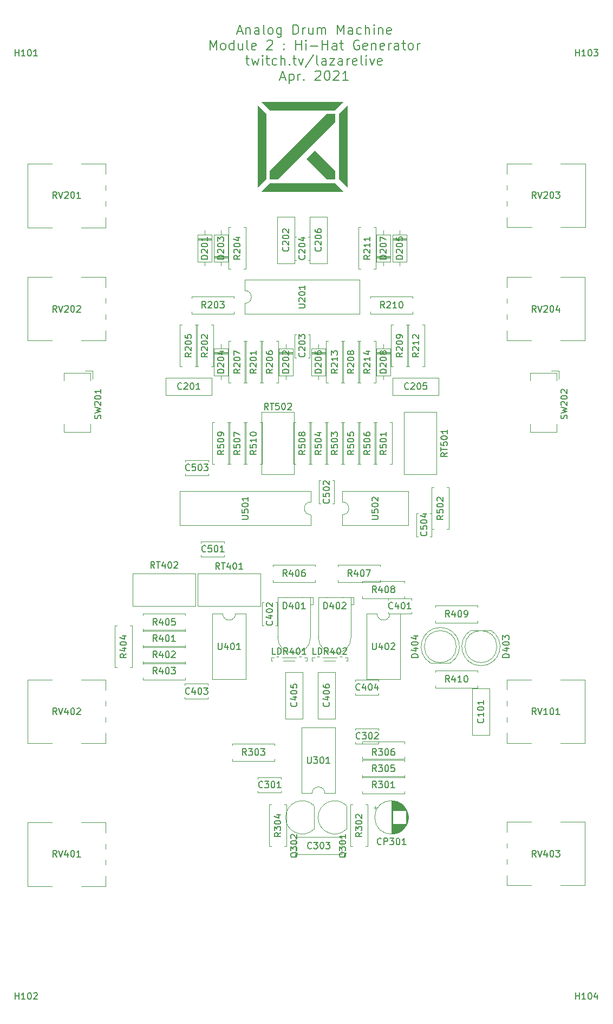
<source format=gbr>
G04 #@! TF.GenerationSoftware,KiCad,Pcbnew,(5.1.5)-3*
G04 #@! TF.CreationDate,2021-04-21T15:05:01+02:00*
G04 #@! TF.ProjectId,AnalogDrum_HiHat,416e616c-6f67-4447-9275-6d5f48694861,rev?*
G04 #@! TF.SameCoordinates,Original*
G04 #@! TF.FileFunction,Legend,Top*
G04 #@! TF.FilePolarity,Positive*
%FSLAX46Y46*%
G04 Gerber Fmt 4.6, Leading zero omitted, Abs format (unit mm)*
G04 Created by KiCad (PCBNEW (5.1.5)-3) date 2021-04-21 15:05:01*
%MOMM*%
%LPD*%
G04 APERTURE LIST*
%ADD10C,0.150000*%
%ADD11C,0.100000*%
%ADD12C,0.120000*%
G04 APERTURE END LIST*
D10*
X88929285Y-25860000D02*
X89643571Y-25860000D01*
X88786428Y-26288571D02*
X89286428Y-24788571D01*
X89786428Y-26288571D01*
X90286428Y-25288571D02*
X90286428Y-26288571D01*
X90286428Y-25431428D02*
X90357857Y-25360000D01*
X90500714Y-25288571D01*
X90715000Y-25288571D01*
X90857857Y-25360000D01*
X90929285Y-25502857D01*
X90929285Y-26288571D01*
X92286428Y-26288571D02*
X92286428Y-25502857D01*
X92215000Y-25360000D01*
X92072142Y-25288571D01*
X91786428Y-25288571D01*
X91643571Y-25360000D01*
X92286428Y-26217142D02*
X92143571Y-26288571D01*
X91786428Y-26288571D01*
X91643571Y-26217142D01*
X91572142Y-26074285D01*
X91572142Y-25931428D01*
X91643571Y-25788571D01*
X91786428Y-25717142D01*
X92143571Y-25717142D01*
X92286428Y-25645714D01*
X93215000Y-26288571D02*
X93072142Y-26217142D01*
X93000714Y-26074285D01*
X93000714Y-24788571D01*
X94000714Y-26288571D02*
X93857857Y-26217142D01*
X93786428Y-26145714D01*
X93715000Y-26002857D01*
X93715000Y-25574285D01*
X93786428Y-25431428D01*
X93857857Y-25360000D01*
X94000714Y-25288571D01*
X94215000Y-25288571D01*
X94357857Y-25360000D01*
X94429285Y-25431428D01*
X94500714Y-25574285D01*
X94500714Y-26002857D01*
X94429285Y-26145714D01*
X94357857Y-26217142D01*
X94215000Y-26288571D01*
X94000714Y-26288571D01*
X95786428Y-25288571D02*
X95786428Y-26502857D01*
X95715000Y-26645714D01*
X95643571Y-26717142D01*
X95500714Y-26788571D01*
X95286428Y-26788571D01*
X95143571Y-26717142D01*
X95786428Y-26217142D02*
X95643571Y-26288571D01*
X95357857Y-26288571D01*
X95215000Y-26217142D01*
X95143571Y-26145714D01*
X95072142Y-26002857D01*
X95072142Y-25574285D01*
X95143571Y-25431428D01*
X95215000Y-25360000D01*
X95357857Y-25288571D01*
X95643571Y-25288571D01*
X95786428Y-25360000D01*
X97643571Y-26288571D02*
X97643571Y-24788571D01*
X98000714Y-24788571D01*
X98215000Y-24860000D01*
X98357857Y-25002857D01*
X98429285Y-25145714D01*
X98500714Y-25431428D01*
X98500714Y-25645714D01*
X98429285Y-25931428D01*
X98357857Y-26074285D01*
X98215000Y-26217142D01*
X98000714Y-26288571D01*
X97643571Y-26288571D01*
X99143571Y-26288571D02*
X99143571Y-25288571D01*
X99143571Y-25574285D02*
X99215000Y-25431428D01*
X99286428Y-25360000D01*
X99429285Y-25288571D01*
X99572142Y-25288571D01*
X100715000Y-25288571D02*
X100715000Y-26288571D01*
X100072142Y-25288571D02*
X100072142Y-26074285D01*
X100143571Y-26217142D01*
X100286428Y-26288571D01*
X100500714Y-26288571D01*
X100643571Y-26217142D01*
X100715000Y-26145714D01*
X101429285Y-26288571D02*
X101429285Y-25288571D01*
X101429285Y-25431428D02*
X101500714Y-25360000D01*
X101643571Y-25288571D01*
X101857857Y-25288571D01*
X102000714Y-25360000D01*
X102072142Y-25502857D01*
X102072142Y-26288571D01*
X102072142Y-25502857D02*
X102143571Y-25360000D01*
X102286428Y-25288571D01*
X102500714Y-25288571D01*
X102643571Y-25360000D01*
X102715000Y-25502857D01*
X102715000Y-26288571D01*
X104572142Y-26288571D02*
X104572142Y-24788571D01*
X105072142Y-25860000D01*
X105572142Y-24788571D01*
X105572142Y-26288571D01*
X106929285Y-26288571D02*
X106929285Y-25502857D01*
X106857857Y-25360000D01*
X106715000Y-25288571D01*
X106429285Y-25288571D01*
X106286428Y-25360000D01*
X106929285Y-26217142D02*
X106786428Y-26288571D01*
X106429285Y-26288571D01*
X106286428Y-26217142D01*
X106215000Y-26074285D01*
X106215000Y-25931428D01*
X106286428Y-25788571D01*
X106429285Y-25717142D01*
X106786428Y-25717142D01*
X106929285Y-25645714D01*
X108286428Y-26217142D02*
X108143571Y-26288571D01*
X107857857Y-26288571D01*
X107715000Y-26217142D01*
X107643571Y-26145714D01*
X107572142Y-26002857D01*
X107572142Y-25574285D01*
X107643571Y-25431428D01*
X107715000Y-25360000D01*
X107857857Y-25288571D01*
X108143571Y-25288571D01*
X108286428Y-25360000D01*
X108929285Y-26288571D02*
X108929285Y-24788571D01*
X109572142Y-26288571D02*
X109572142Y-25502857D01*
X109500714Y-25360000D01*
X109357857Y-25288571D01*
X109143571Y-25288571D01*
X109000714Y-25360000D01*
X108929285Y-25431428D01*
X110286428Y-26288571D02*
X110286428Y-25288571D01*
X110286428Y-24788571D02*
X110215000Y-24860000D01*
X110286428Y-24931428D01*
X110357857Y-24860000D01*
X110286428Y-24788571D01*
X110286428Y-24931428D01*
X111000714Y-25288571D02*
X111000714Y-26288571D01*
X111000714Y-25431428D02*
X111072142Y-25360000D01*
X111215000Y-25288571D01*
X111429285Y-25288571D01*
X111572142Y-25360000D01*
X111643571Y-25502857D01*
X111643571Y-26288571D01*
X112929285Y-26217142D02*
X112786428Y-26288571D01*
X112500714Y-26288571D01*
X112357857Y-26217142D01*
X112286428Y-26074285D01*
X112286428Y-25502857D01*
X112357857Y-25360000D01*
X112500714Y-25288571D01*
X112786428Y-25288571D01*
X112929285Y-25360000D01*
X113000714Y-25502857D01*
X113000714Y-25645714D01*
X112286428Y-25788571D01*
X84643571Y-28688571D02*
X84643571Y-27188571D01*
X85143571Y-28260000D01*
X85643571Y-27188571D01*
X85643571Y-28688571D01*
X86572142Y-28688571D02*
X86429285Y-28617142D01*
X86357857Y-28545714D01*
X86286428Y-28402857D01*
X86286428Y-27974285D01*
X86357857Y-27831428D01*
X86429285Y-27760000D01*
X86572142Y-27688571D01*
X86786428Y-27688571D01*
X86929285Y-27760000D01*
X87000714Y-27831428D01*
X87072142Y-27974285D01*
X87072142Y-28402857D01*
X87000714Y-28545714D01*
X86929285Y-28617142D01*
X86786428Y-28688571D01*
X86572142Y-28688571D01*
X88357857Y-28688571D02*
X88357857Y-27188571D01*
X88357857Y-28617142D02*
X88215000Y-28688571D01*
X87929285Y-28688571D01*
X87786428Y-28617142D01*
X87715000Y-28545714D01*
X87643571Y-28402857D01*
X87643571Y-27974285D01*
X87715000Y-27831428D01*
X87786428Y-27760000D01*
X87929285Y-27688571D01*
X88215000Y-27688571D01*
X88357857Y-27760000D01*
X89715000Y-27688571D02*
X89715000Y-28688571D01*
X89072142Y-27688571D02*
X89072142Y-28474285D01*
X89143571Y-28617142D01*
X89286428Y-28688571D01*
X89500714Y-28688571D01*
X89643571Y-28617142D01*
X89715000Y-28545714D01*
X90643571Y-28688571D02*
X90500714Y-28617142D01*
X90429285Y-28474285D01*
X90429285Y-27188571D01*
X91786428Y-28617142D02*
X91643571Y-28688571D01*
X91357857Y-28688571D01*
X91215000Y-28617142D01*
X91143571Y-28474285D01*
X91143571Y-27902857D01*
X91215000Y-27760000D01*
X91357857Y-27688571D01*
X91643571Y-27688571D01*
X91786428Y-27760000D01*
X91857857Y-27902857D01*
X91857857Y-28045714D01*
X91143571Y-28188571D01*
X93572142Y-27331428D02*
X93643571Y-27260000D01*
X93786428Y-27188571D01*
X94143571Y-27188571D01*
X94286428Y-27260000D01*
X94357857Y-27331428D01*
X94429285Y-27474285D01*
X94429285Y-27617142D01*
X94357857Y-27831428D01*
X93500714Y-28688571D01*
X94429285Y-28688571D01*
X96215000Y-28545714D02*
X96286428Y-28617142D01*
X96215000Y-28688571D01*
X96143571Y-28617142D01*
X96215000Y-28545714D01*
X96215000Y-28688571D01*
X96215000Y-27760000D02*
X96286428Y-27831428D01*
X96215000Y-27902857D01*
X96143571Y-27831428D01*
X96215000Y-27760000D01*
X96215000Y-27902857D01*
X98072142Y-28688571D02*
X98072142Y-27188571D01*
X98072142Y-27902857D02*
X98929285Y-27902857D01*
X98929285Y-28688571D02*
X98929285Y-27188571D01*
X99643571Y-28688571D02*
X99643571Y-27688571D01*
X99643571Y-27188571D02*
X99572142Y-27260000D01*
X99643571Y-27331428D01*
X99715000Y-27260000D01*
X99643571Y-27188571D01*
X99643571Y-27331428D01*
X100357857Y-28117142D02*
X101500714Y-28117142D01*
X102215000Y-28688571D02*
X102215000Y-27188571D01*
X102215000Y-27902857D02*
X103072142Y-27902857D01*
X103072142Y-28688571D02*
X103072142Y-27188571D01*
X104429285Y-28688571D02*
X104429285Y-27902857D01*
X104357857Y-27760000D01*
X104215000Y-27688571D01*
X103929285Y-27688571D01*
X103786428Y-27760000D01*
X104429285Y-28617142D02*
X104286428Y-28688571D01*
X103929285Y-28688571D01*
X103786428Y-28617142D01*
X103715000Y-28474285D01*
X103715000Y-28331428D01*
X103786428Y-28188571D01*
X103929285Y-28117142D01*
X104286428Y-28117142D01*
X104429285Y-28045714D01*
X104929285Y-27688571D02*
X105500714Y-27688571D01*
X105143571Y-27188571D02*
X105143571Y-28474285D01*
X105215000Y-28617142D01*
X105357857Y-28688571D01*
X105500714Y-28688571D01*
X107929285Y-27260000D02*
X107786428Y-27188571D01*
X107572142Y-27188571D01*
X107357857Y-27260000D01*
X107215000Y-27402857D01*
X107143571Y-27545714D01*
X107072142Y-27831428D01*
X107072142Y-28045714D01*
X107143571Y-28331428D01*
X107215000Y-28474285D01*
X107357857Y-28617142D01*
X107572142Y-28688571D01*
X107715000Y-28688571D01*
X107929285Y-28617142D01*
X108000714Y-28545714D01*
X108000714Y-28045714D01*
X107715000Y-28045714D01*
X109215000Y-28617142D02*
X109072142Y-28688571D01*
X108786428Y-28688571D01*
X108643571Y-28617142D01*
X108572142Y-28474285D01*
X108572142Y-27902857D01*
X108643571Y-27760000D01*
X108786428Y-27688571D01*
X109072142Y-27688571D01*
X109215000Y-27760000D01*
X109286428Y-27902857D01*
X109286428Y-28045714D01*
X108572142Y-28188571D01*
X109929285Y-27688571D02*
X109929285Y-28688571D01*
X109929285Y-27831428D02*
X110000714Y-27760000D01*
X110143571Y-27688571D01*
X110357857Y-27688571D01*
X110500714Y-27760000D01*
X110572142Y-27902857D01*
X110572142Y-28688571D01*
X111857857Y-28617142D02*
X111715000Y-28688571D01*
X111429285Y-28688571D01*
X111286428Y-28617142D01*
X111215000Y-28474285D01*
X111215000Y-27902857D01*
X111286428Y-27760000D01*
X111429285Y-27688571D01*
X111715000Y-27688571D01*
X111857857Y-27760000D01*
X111929285Y-27902857D01*
X111929285Y-28045714D01*
X111215000Y-28188571D01*
X112572142Y-28688571D02*
X112572142Y-27688571D01*
X112572142Y-27974285D02*
X112643571Y-27831428D01*
X112715000Y-27760000D01*
X112857857Y-27688571D01*
X113000714Y-27688571D01*
X114143571Y-28688571D02*
X114143571Y-27902857D01*
X114072142Y-27760000D01*
X113929285Y-27688571D01*
X113643571Y-27688571D01*
X113500714Y-27760000D01*
X114143571Y-28617142D02*
X114000714Y-28688571D01*
X113643571Y-28688571D01*
X113500714Y-28617142D01*
X113429285Y-28474285D01*
X113429285Y-28331428D01*
X113500714Y-28188571D01*
X113643571Y-28117142D01*
X114000714Y-28117142D01*
X114143571Y-28045714D01*
X114643571Y-27688571D02*
X115215000Y-27688571D01*
X114857857Y-27188571D02*
X114857857Y-28474285D01*
X114929285Y-28617142D01*
X115072142Y-28688571D01*
X115215000Y-28688571D01*
X115929285Y-28688571D02*
X115786428Y-28617142D01*
X115715000Y-28545714D01*
X115643571Y-28402857D01*
X115643571Y-27974285D01*
X115715000Y-27831428D01*
X115786428Y-27760000D01*
X115929285Y-27688571D01*
X116143571Y-27688571D01*
X116286428Y-27760000D01*
X116357857Y-27831428D01*
X116429285Y-27974285D01*
X116429285Y-28402857D01*
X116357857Y-28545714D01*
X116286428Y-28617142D01*
X116143571Y-28688571D01*
X115929285Y-28688571D01*
X117072142Y-28688571D02*
X117072142Y-27688571D01*
X117072142Y-27974285D02*
X117143571Y-27831428D01*
X117215000Y-27760000D01*
X117357857Y-27688571D01*
X117500714Y-27688571D01*
X90215000Y-30088571D02*
X90786428Y-30088571D01*
X90429285Y-29588571D02*
X90429285Y-30874285D01*
X90500714Y-31017142D01*
X90643571Y-31088571D01*
X90786428Y-31088571D01*
X91143571Y-30088571D02*
X91429285Y-31088571D01*
X91715000Y-30374285D01*
X92000714Y-31088571D01*
X92286428Y-30088571D01*
X92857857Y-31088571D02*
X92857857Y-30088571D01*
X92857857Y-29588571D02*
X92786428Y-29660000D01*
X92857857Y-29731428D01*
X92929285Y-29660000D01*
X92857857Y-29588571D01*
X92857857Y-29731428D01*
X93357857Y-30088571D02*
X93929285Y-30088571D01*
X93572142Y-29588571D02*
X93572142Y-30874285D01*
X93643571Y-31017142D01*
X93786428Y-31088571D01*
X93929285Y-31088571D01*
X95072142Y-31017142D02*
X94929285Y-31088571D01*
X94643571Y-31088571D01*
X94500714Y-31017142D01*
X94429285Y-30945714D01*
X94357857Y-30802857D01*
X94357857Y-30374285D01*
X94429285Y-30231428D01*
X94500714Y-30160000D01*
X94643571Y-30088571D01*
X94929285Y-30088571D01*
X95072142Y-30160000D01*
X95715000Y-31088571D02*
X95715000Y-29588571D01*
X96357857Y-31088571D02*
X96357857Y-30302857D01*
X96286428Y-30160000D01*
X96143571Y-30088571D01*
X95929285Y-30088571D01*
X95786428Y-30160000D01*
X95715000Y-30231428D01*
X97072142Y-30945714D02*
X97143571Y-31017142D01*
X97072142Y-31088571D01*
X97000714Y-31017142D01*
X97072142Y-30945714D01*
X97072142Y-31088571D01*
X97572142Y-30088571D02*
X98143571Y-30088571D01*
X97786428Y-29588571D02*
X97786428Y-30874285D01*
X97857857Y-31017142D01*
X98000714Y-31088571D01*
X98143571Y-31088571D01*
X98500714Y-30088571D02*
X98857857Y-31088571D01*
X99215000Y-30088571D01*
X100857857Y-29517142D02*
X99572142Y-31445714D01*
X101572142Y-31088571D02*
X101429285Y-31017142D01*
X101357857Y-30874285D01*
X101357857Y-29588571D01*
X102786428Y-31088571D02*
X102786428Y-30302857D01*
X102715000Y-30160000D01*
X102572142Y-30088571D01*
X102286428Y-30088571D01*
X102143571Y-30160000D01*
X102786428Y-31017142D02*
X102643571Y-31088571D01*
X102286428Y-31088571D01*
X102143571Y-31017142D01*
X102072142Y-30874285D01*
X102072142Y-30731428D01*
X102143571Y-30588571D01*
X102286428Y-30517142D01*
X102643571Y-30517142D01*
X102786428Y-30445714D01*
X103357857Y-30088571D02*
X104143571Y-30088571D01*
X103357857Y-31088571D01*
X104143571Y-31088571D01*
X105357857Y-31088571D02*
X105357857Y-30302857D01*
X105286428Y-30160000D01*
X105143571Y-30088571D01*
X104857857Y-30088571D01*
X104714999Y-30160000D01*
X105357857Y-31017142D02*
X105214999Y-31088571D01*
X104857857Y-31088571D01*
X104714999Y-31017142D01*
X104643571Y-30874285D01*
X104643571Y-30731428D01*
X104714999Y-30588571D01*
X104857857Y-30517142D01*
X105214999Y-30517142D01*
X105357857Y-30445714D01*
X106072142Y-31088571D02*
X106072142Y-30088571D01*
X106072142Y-30374285D02*
X106143571Y-30231428D01*
X106214999Y-30160000D01*
X106357857Y-30088571D01*
X106500714Y-30088571D01*
X107572142Y-31017142D02*
X107429285Y-31088571D01*
X107143571Y-31088571D01*
X107000714Y-31017142D01*
X106929285Y-30874285D01*
X106929285Y-30302857D01*
X107000714Y-30160000D01*
X107143571Y-30088571D01*
X107429285Y-30088571D01*
X107572142Y-30160000D01*
X107643571Y-30302857D01*
X107643571Y-30445714D01*
X106929285Y-30588571D01*
X108500714Y-31088571D02*
X108357857Y-31017142D01*
X108286428Y-30874285D01*
X108286428Y-29588571D01*
X109072142Y-31088571D02*
X109072142Y-30088571D01*
X109072142Y-29588571D02*
X109000714Y-29660000D01*
X109072142Y-29731428D01*
X109143571Y-29660000D01*
X109072142Y-29588571D01*
X109072142Y-29731428D01*
X109643571Y-30088571D02*
X110000714Y-31088571D01*
X110357857Y-30088571D01*
X111500714Y-31017142D02*
X111357857Y-31088571D01*
X111072142Y-31088571D01*
X110929285Y-31017142D01*
X110857857Y-30874285D01*
X110857857Y-30302857D01*
X110929285Y-30160000D01*
X111072142Y-30088571D01*
X111357857Y-30088571D01*
X111500714Y-30160000D01*
X111572142Y-30302857D01*
X111572142Y-30445714D01*
X110857857Y-30588571D01*
X95679285Y-33060000D02*
X96393571Y-33060000D01*
X95536428Y-33488571D02*
X96036428Y-31988571D01*
X96536428Y-33488571D01*
X97036428Y-32488571D02*
X97036428Y-33988571D01*
X97036428Y-32560000D02*
X97179285Y-32488571D01*
X97465000Y-32488571D01*
X97607857Y-32560000D01*
X97679285Y-32631428D01*
X97750714Y-32774285D01*
X97750714Y-33202857D01*
X97679285Y-33345714D01*
X97607857Y-33417142D01*
X97465000Y-33488571D01*
X97179285Y-33488571D01*
X97036428Y-33417142D01*
X98393571Y-33488571D02*
X98393571Y-32488571D01*
X98393571Y-32774285D02*
X98465000Y-32631428D01*
X98536428Y-32560000D01*
X98679285Y-32488571D01*
X98822142Y-32488571D01*
X99322142Y-33345714D02*
X99393571Y-33417142D01*
X99322142Y-33488571D01*
X99250714Y-33417142D01*
X99322142Y-33345714D01*
X99322142Y-33488571D01*
X101107857Y-32131428D02*
X101179285Y-32060000D01*
X101322142Y-31988571D01*
X101679285Y-31988571D01*
X101822142Y-32060000D01*
X101893571Y-32131428D01*
X101965000Y-32274285D01*
X101965000Y-32417142D01*
X101893571Y-32631428D01*
X101036428Y-33488571D01*
X101965000Y-33488571D01*
X102893571Y-31988571D02*
X103036428Y-31988571D01*
X103179285Y-32060000D01*
X103250714Y-32131428D01*
X103322142Y-32274285D01*
X103393571Y-32560000D01*
X103393571Y-32917142D01*
X103322142Y-33202857D01*
X103250714Y-33345714D01*
X103179285Y-33417142D01*
X103036428Y-33488571D01*
X102893571Y-33488571D01*
X102750714Y-33417142D01*
X102679285Y-33345714D01*
X102607857Y-33202857D01*
X102536428Y-32917142D01*
X102536428Y-32560000D01*
X102607857Y-32274285D01*
X102679285Y-32131428D01*
X102750714Y-32060000D01*
X102893571Y-31988571D01*
X103965000Y-32131428D02*
X104036428Y-32060000D01*
X104179285Y-31988571D01*
X104536428Y-31988571D01*
X104679285Y-32060000D01*
X104750714Y-32131428D01*
X104822142Y-32274285D01*
X104822142Y-32417142D01*
X104750714Y-32631428D01*
X103893571Y-33488571D01*
X104822142Y-33488571D01*
X106250714Y-33488571D02*
X105393571Y-33488571D01*
X105822142Y-33488571D02*
X105822142Y-31988571D01*
X105679285Y-32202857D01*
X105536428Y-32345714D01*
X105393571Y-32417142D01*
D11*
G36*
X104140000Y-47625000D02*
G01*
X104140000Y-48895000D01*
X102870000Y-48895000D01*
X99695000Y-45720000D01*
X100965000Y-44450000D01*
X104140000Y-47625000D01*
G37*
X104140000Y-47625000D02*
X104140000Y-48895000D01*
X102870000Y-48895000D01*
X99695000Y-45720000D01*
X100965000Y-44450000D01*
X104140000Y-47625000D01*
G36*
X104140000Y-40005000D02*
G01*
X95250000Y-48895000D01*
X93980000Y-48895000D01*
X93980000Y-47625000D01*
X102870000Y-38735000D01*
X104140000Y-38735000D01*
X104140000Y-40005000D01*
G37*
X104140000Y-40005000D02*
X95250000Y-48895000D01*
X93980000Y-48895000D01*
X93980000Y-47625000D01*
X102870000Y-38735000D01*
X104140000Y-38735000D01*
X104140000Y-40005000D01*
G36*
X106045000Y-50165000D02*
G01*
X104775000Y-48895000D01*
X104775000Y-38735000D01*
X106045000Y-37465000D01*
X106045000Y-50165000D01*
G37*
X106045000Y-50165000D02*
X104775000Y-48895000D01*
X104775000Y-38735000D01*
X106045000Y-37465000D01*
X106045000Y-50165000D01*
G36*
X104140000Y-38100000D02*
G01*
X93980000Y-38100000D01*
X92710000Y-36830000D01*
X105410000Y-36830000D01*
X104140000Y-38100000D01*
G37*
X104140000Y-38100000D02*
X93980000Y-38100000D01*
X92710000Y-36830000D01*
X105410000Y-36830000D01*
X104140000Y-38100000D01*
G36*
X105410000Y-50800000D02*
G01*
X92710000Y-50800000D01*
X93980000Y-49530000D01*
X104140000Y-49530000D01*
X105410000Y-50800000D01*
G37*
X105410000Y-50800000D02*
X92710000Y-50800000D01*
X93980000Y-49530000D01*
X104140000Y-49530000D01*
X105410000Y-50800000D01*
G36*
X93345000Y-38735000D02*
G01*
X93345000Y-48895000D01*
X92075000Y-50165000D01*
X92075000Y-37465000D01*
X93345000Y-38735000D01*
G37*
X93345000Y-38735000D02*
X93345000Y-48895000D01*
X92075000Y-50165000D01*
X92075000Y-37465000D01*
X93345000Y-38735000D01*
D12*
X56095000Y-137010000D02*
X56095000Y-127070000D01*
X68335000Y-128670000D02*
X68335000Y-127070000D01*
X68335000Y-131169000D02*
X68335000Y-130410000D01*
X68335000Y-133669000D02*
X68335000Y-132910000D01*
X68335000Y-137010000D02*
X68335000Y-135411000D01*
X59960000Y-127070000D02*
X56095000Y-127070000D01*
X68335000Y-127070000D02*
X64470000Y-127070000D01*
X59960000Y-137010000D02*
X56095000Y-137010000D01*
X68335000Y-137010000D02*
X64470000Y-137010000D01*
X143280000Y-149290000D02*
X143280000Y-159230000D01*
X131040000Y-157630000D02*
X131040000Y-159230000D01*
X131040000Y-155131000D02*
X131040000Y-155890000D01*
X131040000Y-152631000D02*
X131040000Y-153390000D01*
X131040000Y-149290000D02*
X131040000Y-150889000D01*
X139415000Y-159230000D02*
X143280000Y-159230000D01*
X131040000Y-159230000D02*
X134905000Y-159230000D01*
X139415000Y-149290000D02*
X143280000Y-149290000D01*
X131040000Y-149290000D02*
X134905000Y-149290000D01*
X56095000Y-159320000D02*
X56095000Y-149380000D01*
X68335000Y-150980000D02*
X68335000Y-149380000D01*
X68335000Y-153479000D02*
X68335000Y-152720000D01*
X68335000Y-155979000D02*
X68335000Y-155220000D01*
X68335000Y-159320000D02*
X68335000Y-157721000D01*
X59960000Y-149380000D02*
X56095000Y-149380000D01*
X68335000Y-149380000D02*
X64470000Y-149380000D01*
X59960000Y-159320000D02*
X56095000Y-159320000D01*
X68335000Y-159320000D02*
X64470000Y-159320000D01*
X143280000Y-64200000D02*
X143280000Y-74140000D01*
X131040000Y-72540000D02*
X131040000Y-74140000D01*
X131040000Y-70041000D02*
X131040000Y-70800000D01*
X131040000Y-67541000D02*
X131040000Y-68300000D01*
X131040000Y-64200000D02*
X131040000Y-65799000D01*
X139415000Y-74140000D02*
X143280000Y-74140000D01*
X131040000Y-74140000D02*
X134905000Y-74140000D01*
X139415000Y-64200000D02*
X143280000Y-64200000D01*
X131040000Y-64200000D02*
X134905000Y-64200000D01*
X143295000Y-46505000D02*
X143295000Y-56445000D01*
X131055000Y-54845000D02*
X131055000Y-56445000D01*
X131055000Y-52346000D02*
X131055000Y-53105000D01*
X131055000Y-49846000D02*
X131055000Y-50605000D01*
X131055000Y-46505000D02*
X131055000Y-48104000D01*
X139430000Y-56445000D02*
X143295000Y-56445000D01*
X131055000Y-56445000D02*
X134920000Y-56445000D01*
X139430000Y-46505000D02*
X143295000Y-46505000D01*
X131055000Y-46505000D02*
X134920000Y-46505000D01*
X56095000Y-74140000D02*
X56095000Y-64200000D01*
X68335000Y-65800000D02*
X68335000Y-64200000D01*
X68335000Y-68299000D02*
X68335000Y-67540000D01*
X68335000Y-70799000D02*
X68335000Y-70040000D01*
X68335000Y-74140000D02*
X68335000Y-72541000D01*
X59960000Y-64200000D02*
X56095000Y-64200000D01*
X68335000Y-64200000D02*
X64470000Y-64200000D01*
X59960000Y-74140000D02*
X56095000Y-74140000D01*
X68335000Y-74140000D02*
X64470000Y-74140000D01*
X56110000Y-56450000D02*
X56110000Y-46510000D01*
X68350000Y-48110000D02*
X68350000Y-46510000D01*
X68350000Y-50609000D02*
X68350000Y-49850000D01*
X68350000Y-53109000D02*
X68350000Y-52350000D01*
X68350000Y-56450000D02*
X68350000Y-54851000D01*
X59975000Y-46510000D02*
X56110000Y-46510000D01*
X68350000Y-46510000D02*
X64485000Y-46510000D01*
X59975000Y-56450000D02*
X56110000Y-56450000D01*
X68350000Y-56450000D02*
X64485000Y-56450000D01*
X143280000Y-127065000D02*
X143280000Y-137005000D01*
X131040000Y-135405000D02*
X131040000Y-137005000D01*
X131040000Y-132906000D02*
X131040000Y-133665000D01*
X131040000Y-130406000D02*
X131040000Y-131165000D01*
X131040000Y-127065000D02*
X131040000Y-128664000D01*
X139415000Y-137005000D02*
X143280000Y-137005000D01*
X131040000Y-137005000D02*
X134905000Y-137005000D01*
X139415000Y-127065000D02*
X143280000Y-127065000D01*
X131040000Y-127065000D02*
X134905000Y-127065000D01*
X104240000Y-133160000D02*
X101500000Y-133160000D01*
X104240000Y-125920000D02*
X101500000Y-125920000D01*
X101500000Y-125920000D02*
X101500000Y-133160000D01*
X104240000Y-125920000D02*
X104240000Y-133160000D01*
X99160000Y-133160000D02*
X96420000Y-133160000D01*
X99160000Y-125920000D02*
X96420000Y-125920000D01*
X96420000Y-125920000D02*
X96420000Y-133160000D01*
X99160000Y-125920000D02*
X99160000Y-133160000D01*
X98020000Y-154405000D02*
X98020000Y-151665000D01*
X105260000Y-154405000D02*
X105260000Y-151665000D01*
X105260000Y-151665000D02*
X98020000Y-151665000D01*
X105260000Y-154405000D02*
X98020000Y-154405000D01*
X100230000Y-54800000D02*
X102970000Y-54800000D01*
X100230000Y-62040000D02*
X102970000Y-62040000D01*
X102970000Y-62040000D02*
X102970000Y-54800000D01*
X100230000Y-62040000D02*
X100230000Y-54800000D01*
X120420000Y-79910000D02*
X120420000Y-82650000D01*
X113180000Y-79910000D02*
X113180000Y-82650000D01*
X113180000Y-82650000D02*
X120420000Y-82650000D01*
X113180000Y-79910000D02*
X120420000Y-79910000D01*
X95150000Y-54800000D02*
X97890000Y-54800000D01*
X95150000Y-62040000D02*
X97890000Y-62040000D01*
X97890000Y-62040000D02*
X97890000Y-54800000D01*
X95150000Y-62040000D02*
X95150000Y-54800000D01*
X77700000Y-82650000D02*
X77700000Y-79910000D01*
X84940000Y-82650000D02*
X84940000Y-79910000D01*
X84940000Y-79910000D02*
X77700000Y-79910000D01*
X84940000Y-82650000D02*
X77700000Y-82650000D01*
X125630000Y-128500000D02*
X128370000Y-128500000D01*
X125630000Y-135740000D02*
X128370000Y-135740000D01*
X128370000Y-135740000D02*
X128370000Y-128500000D01*
X125630000Y-135740000D02*
X125630000Y-128500000D01*
X105350000Y-97680000D02*
X105350000Y-99330000D01*
X115630000Y-97680000D02*
X105350000Y-97680000D01*
X115630000Y-102980000D02*
X115630000Y-97680000D01*
X105350000Y-102980000D02*
X115630000Y-102980000D01*
X105350000Y-101330000D02*
X105350000Y-102980000D01*
X105350000Y-99330000D02*
G75*
G02X105350000Y-101330000I0J-1000000D01*
G01*
X100390000Y-102980000D02*
X100390000Y-101330000D01*
X79950000Y-102980000D02*
X100390000Y-102980000D01*
X79950000Y-97680000D02*
X79950000Y-102980000D01*
X100390000Y-97680000D02*
X79950000Y-97680000D01*
X100390000Y-99330000D02*
X100390000Y-97680000D01*
X100390000Y-101330000D02*
G75*
G02X100390000Y-99330000I0J1000000D01*
G01*
X114410000Y-116780000D02*
X112760000Y-116780000D01*
X114410000Y-127060000D02*
X114410000Y-116780000D01*
X109110000Y-127060000D02*
X114410000Y-127060000D01*
X109110000Y-116780000D02*
X109110000Y-127060000D01*
X110760000Y-116780000D02*
X109110000Y-116780000D01*
X112760000Y-116780000D02*
G75*
G02X110760000Y-116780000I-1000000J0D01*
G01*
X90280000Y-116780000D02*
X88630000Y-116780000D01*
X90280000Y-127060000D02*
X90280000Y-116780000D01*
X84980000Y-127060000D02*
X90280000Y-127060000D01*
X84980000Y-116780000D02*
X84980000Y-127060000D01*
X86630000Y-116780000D02*
X84980000Y-116780000D01*
X88630000Y-116780000D02*
G75*
G02X86630000Y-116780000I-1000000J0D01*
G01*
X98950000Y-144840000D02*
X100600000Y-144840000D01*
X98950000Y-134560000D02*
X98950000Y-144840000D01*
X104250000Y-134560000D02*
X98950000Y-134560000D01*
X104250000Y-144840000D02*
X104250000Y-134560000D01*
X102600000Y-144840000D02*
X104250000Y-144840000D01*
X100600000Y-144840000D02*
G75*
G02X102600000Y-144840000I1000000J0D01*
G01*
X90110000Y-64660000D02*
X90110000Y-66310000D01*
X108010000Y-64660000D02*
X90110000Y-64660000D01*
X108010000Y-69960000D02*
X108010000Y-64660000D01*
X90110000Y-69960000D02*
X108010000Y-69960000D01*
X90110000Y-68310000D02*
X90110000Y-69960000D01*
X90110000Y-66310000D02*
G75*
G02X90110000Y-68310000I0J-1000000D01*
G01*
X138880000Y-80380000D02*
X138880000Y-79180000D01*
X138880000Y-79180000D02*
X134680000Y-79180000D01*
X134680000Y-79180000D02*
X134680000Y-80380000D01*
X138880000Y-87180000D02*
X138880000Y-88380000D01*
X138880000Y-88380000D02*
X134680000Y-88380000D01*
X134680000Y-88380000D02*
X134680000Y-87180000D01*
X139180000Y-80080000D02*
X139180000Y-78880000D01*
X139180000Y-78880000D02*
X137980000Y-78880000D01*
X65980000Y-80380000D02*
X65980000Y-79180000D01*
X65980000Y-79180000D02*
X61780000Y-79180000D01*
X61780000Y-79180000D02*
X61780000Y-80380000D01*
X65980000Y-87180000D02*
X65980000Y-88380000D01*
X65980000Y-88380000D02*
X61780000Y-88380000D01*
X61780000Y-88380000D02*
X61780000Y-87180000D01*
X66280000Y-80080000D02*
X66280000Y-78880000D01*
X66280000Y-78880000D02*
X65080000Y-78880000D01*
X97780000Y-95055000D02*
X92710000Y-95055000D01*
X97780000Y-85285000D02*
X92710000Y-85285000D01*
X92710000Y-85285000D02*
X92710000Y-95055000D01*
X97780000Y-85285000D02*
X97780000Y-95055000D01*
X114945000Y-85285000D02*
X120015000Y-85285000D01*
X114945000Y-95055000D02*
X120015000Y-95055000D01*
X120015000Y-95055000D02*
X120015000Y-85285000D01*
X114945000Y-95055000D02*
X114945000Y-85285000D01*
X72585000Y-115560000D02*
X72585000Y-110490000D01*
X82355000Y-115560000D02*
X82355000Y-110490000D01*
X82355000Y-110490000D02*
X72585000Y-110490000D01*
X82355000Y-115560000D02*
X72585000Y-115560000D01*
X92515000Y-110500000D02*
X92515000Y-115570000D01*
X82745000Y-110500000D02*
X82745000Y-115570000D01*
X82745000Y-115570000D02*
X92515000Y-115570000D01*
X82745000Y-110500000D02*
X92515000Y-110500000D01*
X92810000Y-86900000D02*
X92480000Y-86900000D01*
X92810000Y-93440000D02*
X92810000Y-86900000D01*
X92480000Y-93440000D02*
X92810000Y-93440000D01*
X90070000Y-86900000D02*
X90400000Y-86900000D01*
X90070000Y-93440000D02*
X90070000Y-86900000D01*
X90400000Y-93440000D02*
X90070000Y-93440000D01*
X84990000Y-93440000D02*
X85320000Y-93440000D01*
X84990000Y-86900000D02*
X84990000Y-93440000D01*
X85320000Y-86900000D02*
X84990000Y-86900000D01*
X87730000Y-93440000D02*
X87400000Y-93440000D01*
X87730000Y-86900000D02*
X87730000Y-93440000D01*
X87400000Y-86900000D02*
X87730000Y-86900000D01*
X100430000Y-86900000D02*
X100100000Y-86900000D01*
X100430000Y-93440000D02*
X100430000Y-86900000D01*
X100100000Y-93440000D02*
X100430000Y-93440000D01*
X97690000Y-86900000D02*
X98020000Y-86900000D01*
X97690000Y-93440000D02*
X97690000Y-86900000D01*
X98020000Y-93440000D02*
X97690000Y-93440000D01*
X87530000Y-93440000D02*
X87860000Y-93440000D01*
X87530000Y-86900000D02*
X87530000Y-93440000D01*
X87860000Y-86900000D02*
X87530000Y-86900000D01*
X90270000Y-93440000D02*
X89940000Y-93440000D01*
X90270000Y-86900000D02*
X90270000Y-93440000D01*
X89940000Y-86900000D02*
X90270000Y-86900000D01*
X110590000Y-86900000D02*
X110260000Y-86900000D01*
X110590000Y-93440000D02*
X110590000Y-86900000D01*
X110260000Y-93440000D02*
X110590000Y-93440000D01*
X107850000Y-86900000D02*
X108180000Y-86900000D01*
X107850000Y-93440000D02*
X107850000Y-86900000D01*
X108180000Y-93440000D02*
X107850000Y-93440000D01*
X108050000Y-86900000D02*
X107720000Y-86900000D01*
X108050000Y-93440000D02*
X108050000Y-86900000D01*
X107720000Y-93440000D02*
X108050000Y-93440000D01*
X105310000Y-86900000D02*
X105640000Y-86900000D01*
X105310000Y-93440000D02*
X105310000Y-86900000D01*
X105640000Y-93440000D02*
X105310000Y-93440000D01*
X100230000Y-93440000D02*
X100560000Y-93440000D01*
X100230000Y-86900000D02*
X100230000Y-93440000D01*
X100560000Y-86900000D02*
X100230000Y-86900000D01*
X102970000Y-93440000D02*
X102640000Y-93440000D01*
X102970000Y-86900000D02*
X102970000Y-93440000D01*
X102640000Y-86900000D02*
X102970000Y-86900000D01*
X105510000Y-86900000D02*
X105180000Y-86900000D01*
X105510000Y-93440000D02*
X105510000Y-86900000D01*
X105180000Y-93440000D02*
X105510000Y-93440000D01*
X102770000Y-86900000D02*
X103100000Y-86900000D01*
X102770000Y-93440000D02*
X102770000Y-86900000D01*
X103100000Y-93440000D02*
X102770000Y-93440000D01*
X119280000Y-103600000D02*
X119610000Y-103600000D01*
X119280000Y-97060000D02*
X119280000Y-103600000D01*
X119610000Y-97060000D02*
X119280000Y-97060000D01*
X122020000Y-103600000D02*
X121690000Y-103600000D01*
X122020000Y-97060000D02*
X122020000Y-103600000D01*
X121690000Y-97060000D02*
X122020000Y-97060000D01*
X113130000Y-86900000D02*
X112800000Y-86900000D01*
X113130000Y-93440000D02*
X113130000Y-86900000D01*
X112800000Y-93440000D02*
X113130000Y-93440000D01*
X110390000Y-86900000D02*
X110720000Y-86900000D01*
X110390000Y-93440000D02*
X110390000Y-86900000D01*
X110720000Y-93440000D02*
X110390000Y-93440000D01*
X126460000Y-128370000D02*
X126460000Y-128040000D01*
X119920000Y-128370000D02*
X126460000Y-128370000D01*
X119920000Y-128040000D02*
X119920000Y-128370000D01*
X126460000Y-125630000D02*
X126460000Y-125960000D01*
X119920000Y-125630000D02*
X126460000Y-125630000D01*
X119920000Y-125960000D02*
X119920000Y-125630000D01*
X119920000Y-115470000D02*
X119920000Y-115800000D01*
X126460000Y-115470000D02*
X119920000Y-115470000D01*
X126460000Y-115800000D02*
X126460000Y-115470000D01*
X119920000Y-118210000D02*
X119920000Y-117880000D01*
X126460000Y-118210000D02*
X119920000Y-118210000D01*
X126460000Y-117880000D02*
X126460000Y-118210000D01*
X108490000Y-111660000D02*
X108490000Y-111990000D01*
X115030000Y-111660000D02*
X108490000Y-111660000D01*
X115030000Y-111990000D02*
X115030000Y-111660000D01*
X108490000Y-114400000D02*
X108490000Y-114070000D01*
X115030000Y-114400000D02*
X108490000Y-114400000D01*
X115030000Y-114070000D02*
X115030000Y-114400000D01*
X104680000Y-109120000D02*
X104680000Y-109450000D01*
X111220000Y-109120000D02*
X104680000Y-109120000D01*
X111220000Y-109450000D02*
X111220000Y-109120000D01*
X104680000Y-111860000D02*
X104680000Y-111530000D01*
X111220000Y-111860000D02*
X104680000Y-111860000D01*
X111220000Y-111530000D02*
X111220000Y-111860000D01*
X101060000Y-111860000D02*
X101060000Y-111530000D01*
X94520000Y-111860000D02*
X101060000Y-111860000D01*
X94520000Y-111530000D02*
X94520000Y-111860000D01*
X101060000Y-109120000D02*
X101060000Y-109450000D01*
X94520000Y-109120000D02*
X101060000Y-109120000D01*
X94520000Y-109450000D02*
X94520000Y-109120000D01*
X74200000Y-116740000D02*
X74200000Y-117070000D01*
X80740000Y-116740000D02*
X74200000Y-116740000D01*
X80740000Y-117070000D02*
X80740000Y-116740000D01*
X74200000Y-119480000D02*
X74200000Y-119150000D01*
X80740000Y-119480000D02*
X74200000Y-119480000D01*
X80740000Y-119150000D02*
X80740000Y-119480000D01*
X69750000Y-125190000D02*
X70080000Y-125190000D01*
X69750000Y-118650000D02*
X69750000Y-125190000D01*
X70080000Y-118650000D02*
X69750000Y-118650000D01*
X72490000Y-125190000D02*
X72160000Y-125190000D01*
X72490000Y-118650000D02*
X72490000Y-125190000D01*
X72160000Y-118650000D02*
X72490000Y-118650000D01*
X74200000Y-124360000D02*
X74200000Y-124690000D01*
X80740000Y-124360000D02*
X74200000Y-124360000D01*
X80740000Y-124690000D02*
X80740000Y-124360000D01*
X74200000Y-127100000D02*
X74200000Y-126770000D01*
X80740000Y-127100000D02*
X74200000Y-127100000D01*
X80740000Y-126770000D02*
X80740000Y-127100000D01*
X74200000Y-121820000D02*
X74200000Y-122150000D01*
X80740000Y-121820000D02*
X74200000Y-121820000D01*
X80740000Y-122150000D02*
X80740000Y-121820000D01*
X74200000Y-124560000D02*
X74200000Y-124230000D01*
X80740000Y-124560000D02*
X74200000Y-124560000D01*
X80740000Y-124230000D02*
X80740000Y-124560000D01*
X74200000Y-119280000D02*
X74200000Y-119610000D01*
X80740000Y-119280000D02*
X74200000Y-119280000D01*
X80740000Y-119610000D02*
X80740000Y-119280000D01*
X74200000Y-122020000D02*
X74200000Y-121690000D01*
X80740000Y-122020000D02*
X74200000Y-122020000D01*
X80740000Y-121690000D02*
X80740000Y-122020000D01*
X108490000Y-136750000D02*
X108490000Y-137080000D01*
X115030000Y-136750000D02*
X108490000Y-136750000D01*
X115030000Y-137080000D02*
X115030000Y-136750000D01*
X108490000Y-139490000D02*
X108490000Y-139160000D01*
X115030000Y-139490000D02*
X108490000Y-139490000D01*
X115030000Y-139160000D02*
X115030000Y-139490000D01*
X115030000Y-142340000D02*
X115030000Y-142010000D01*
X108490000Y-142340000D02*
X115030000Y-142340000D01*
X108490000Y-142010000D02*
X108490000Y-142340000D01*
X115030000Y-139600000D02*
X115030000Y-139930000D01*
X108490000Y-139600000D02*
X115030000Y-139600000D01*
X108490000Y-139930000D02*
X108490000Y-139600000D01*
X93880000Y-153130000D02*
X94210000Y-153130000D01*
X93880000Y-146590000D02*
X93880000Y-153130000D01*
X94210000Y-146590000D02*
X93880000Y-146590000D01*
X96620000Y-153130000D02*
X96290000Y-153130000D01*
X96620000Y-146590000D02*
X96620000Y-153130000D01*
X96290000Y-146590000D02*
X96620000Y-146590000D01*
X94710000Y-139800000D02*
X94710000Y-139470000D01*
X88170000Y-139800000D02*
X94710000Y-139800000D01*
X88170000Y-139470000D02*
X88170000Y-139800000D01*
X94710000Y-137060000D02*
X94710000Y-137390000D01*
X88170000Y-137060000D02*
X94710000Y-137060000D01*
X88170000Y-137390000D02*
X88170000Y-137060000D01*
X109320000Y-146590000D02*
X108990000Y-146590000D01*
X109320000Y-153130000D02*
X109320000Y-146590000D01*
X108990000Y-153130000D02*
X109320000Y-153130000D01*
X106580000Y-146590000D02*
X106910000Y-146590000D01*
X106580000Y-153130000D02*
X106580000Y-146590000D01*
X106910000Y-153130000D02*
X106580000Y-153130000D01*
X115030000Y-144880000D02*
X115030000Y-144550000D01*
X108490000Y-144880000D02*
X115030000Y-144880000D01*
X108490000Y-144550000D02*
X108490000Y-144880000D01*
X115030000Y-142140000D02*
X115030000Y-142470000D01*
X108490000Y-142140000D02*
X115030000Y-142140000D01*
X108490000Y-142470000D02*
X108490000Y-142140000D01*
X107850000Y-80740000D02*
X108180000Y-80740000D01*
X107850000Y-74200000D02*
X107850000Y-80740000D01*
X108180000Y-74200000D02*
X107850000Y-74200000D01*
X110590000Y-80740000D02*
X110260000Y-80740000D01*
X110590000Y-74200000D02*
X110590000Y-80740000D01*
X110260000Y-74200000D02*
X110590000Y-74200000D01*
X102770000Y-80740000D02*
X103100000Y-80740000D01*
X102770000Y-74200000D02*
X102770000Y-80740000D01*
X103100000Y-74200000D02*
X102770000Y-74200000D01*
X105510000Y-80740000D02*
X105180000Y-80740000D01*
X105510000Y-74200000D02*
X105510000Y-80740000D01*
X105180000Y-74200000D02*
X105510000Y-74200000D01*
X118210000Y-71660000D02*
X117880000Y-71660000D01*
X118210000Y-78200000D02*
X118210000Y-71660000D01*
X117880000Y-78200000D02*
X118210000Y-78200000D01*
X115470000Y-71660000D02*
X115800000Y-71660000D01*
X115470000Y-78200000D02*
X115470000Y-71660000D01*
X115800000Y-78200000D02*
X115470000Y-78200000D01*
X110590000Y-56420000D02*
X110260000Y-56420000D01*
X110590000Y-62960000D02*
X110590000Y-56420000D01*
X110260000Y-62960000D02*
X110590000Y-62960000D01*
X107850000Y-56420000D02*
X108180000Y-56420000D01*
X107850000Y-62960000D02*
X107850000Y-56420000D01*
X108180000Y-62960000D02*
X107850000Y-62960000D01*
X109760000Y-67210000D02*
X109760000Y-67540000D01*
X116300000Y-67210000D02*
X109760000Y-67210000D01*
X116300000Y-67540000D02*
X116300000Y-67210000D01*
X109760000Y-69950000D02*
X109760000Y-69620000D01*
X116300000Y-69950000D02*
X109760000Y-69950000D01*
X116300000Y-69620000D02*
X116300000Y-69950000D01*
X115670000Y-71660000D02*
X115340000Y-71660000D01*
X115670000Y-78200000D02*
X115670000Y-71660000D01*
X115340000Y-78200000D02*
X115670000Y-78200000D01*
X112930000Y-71660000D02*
X113260000Y-71660000D01*
X112930000Y-78200000D02*
X112930000Y-71660000D01*
X113260000Y-78200000D02*
X112930000Y-78200000D01*
X108050000Y-74200000D02*
X107720000Y-74200000D01*
X108050000Y-80740000D02*
X108050000Y-74200000D01*
X107720000Y-80740000D02*
X108050000Y-80740000D01*
X105310000Y-74200000D02*
X105640000Y-74200000D01*
X105310000Y-80740000D02*
X105310000Y-74200000D01*
X105640000Y-80740000D02*
X105310000Y-80740000D01*
X87530000Y-80740000D02*
X87860000Y-80740000D01*
X87530000Y-74200000D02*
X87530000Y-80740000D01*
X87860000Y-74200000D02*
X87530000Y-74200000D01*
X90270000Y-80740000D02*
X89940000Y-80740000D01*
X90270000Y-74200000D02*
X90270000Y-80740000D01*
X89940000Y-74200000D02*
X90270000Y-74200000D01*
X92610000Y-80740000D02*
X92940000Y-80740000D01*
X92610000Y-74200000D02*
X92610000Y-80740000D01*
X92940000Y-74200000D02*
X92610000Y-74200000D01*
X95350000Y-80740000D02*
X95020000Y-80740000D01*
X95350000Y-74200000D02*
X95350000Y-80740000D01*
X95020000Y-74200000D02*
X95350000Y-74200000D01*
X82650000Y-71660000D02*
X82320000Y-71660000D01*
X82650000Y-78200000D02*
X82650000Y-71660000D01*
X82320000Y-78200000D02*
X82650000Y-78200000D01*
X79910000Y-71660000D02*
X80240000Y-71660000D01*
X79910000Y-78200000D02*
X79910000Y-71660000D01*
X80240000Y-78200000D02*
X79910000Y-78200000D01*
X90270000Y-56420000D02*
X89940000Y-56420000D01*
X90270000Y-62960000D02*
X90270000Y-56420000D01*
X89940000Y-62960000D02*
X90270000Y-62960000D01*
X87530000Y-56420000D02*
X87860000Y-56420000D01*
X87530000Y-62960000D02*
X87530000Y-56420000D01*
X87860000Y-62960000D02*
X87530000Y-62960000D01*
X88360000Y-69950000D02*
X88360000Y-69620000D01*
X81820000Y-69950000D02*
X88360000Y-69950000D01*
X81820000Y-69620000D02*
X81820000Y-69950000D01*
X88360000Y-67210000D02*
X88360000Y-67540000D01*
X81820000Y-67210000D02*
X88360000Y-67210000D01*
X81820000Y-67540000D02*
X81820000Y-67210000D01*
X85190000Y-71660000D02*
X84860000Y-71660000D01*
X85190000Y-78200000D02*
X85190000Y-71660000D01*
X84860000Y-78200000D02*
X85190000Y-78200000D01*
X82450000Y-71660000D02*
X82780000Y-71660000D01*
X82450000Y-78200000D02*
X82450000Y-71660000D01*
X82780000Y-78200000D02*
X82450000Y-78200000D01*
X92810000Y-74200000D02*
X92480000Y-74200000D01*
X92810000Y-80740000D02*
X92810000Y-74200000D01*
X92480000Y-80740000D02*
X92810000Y-80740000D01*
X90070000Y-74200000D02*
X90400000Y-74200000D01*
X90070000Y-80740000D02*
X90070000Y-74200000D01*
X90400000Y-80740000D02*
X90070000Y-80740000D01*
X100898478Y-146751522D02*
G75*
G03X96460000Y-148590000I-1838478J-1838478D01*
G01*
X100898478Y-150428478D02*
G75*
G02X96460000Y-148590000I-1838478J1838478D01*
G01*
X100910000Y-150390000D02*
X100910000Y-146790000D01*
X105978478Y-146751522D02*
G75*
G03X101540000Y-148590000I-1838478J-1838478D01*
G01*
X105978478Y-150428478D02*
G75*
G02X101540000Y-148590000I-1838478J1838478D01*
G01*
X105990000Y-150390000D02*
X105990000Y-146790000D01*
X104460000Y-123660000D02*
X102240000Y-123660000D01*
X100960000Y-123660000D02*
X100550000Y-123660000D01*
X105950000Y-124160000D02*
X106150000Y-124160000D01*
X102450000Y-124160000D02*
X104200000Y-124160000D01*
X100550000Y-123660000D02*
X100550000Y-124160000D01*
X106150000Y-123660000D02*
X105740000Y-123660000D01*
X106150000Y-124160000D02*
X106150000Y-123660000D01*
X100550000Y-124160000D02*
X100750000Y-124160000D01*
X101700000Y-123440000D02*
X101700000Y-123570000D01*
X101450000Y-123440000D02*
X101700000Y-123440000D01*
X105250000Y-123440000D02*
X105250000Y-123570000D01*
X105000000Y-123440000D02*
X105250000Y-123440000D01*
X101450000Y-123440000D02*
X101450000Y-123570000D01*
X105000000Y-123440000D02*
X105000000Y-123570000D01*
X98110000Y-123660000D02*
X95890000Y-123660000D01*
X94610000Y-123660000D02*
X94200000Y-123660000D01*
X99600000Y-124160000D02*
X99800000Y-124160000D01*
X96100000Y-124160000D02*
X97850000Y-124160000D01*
X94200000Y-123660000D02*
X94200000Y-124160000D01*
X99800000Y-123660000D02*
X99390000Y-123660000D01*
X99800000Y-124160000D02*
X99800000Y-123660000D01*
X94200000Y-124160000D02*
X94400000Y-124160000D01*
X95350000Y-123440000D02*
X95350000Y-123570000D01*
X95100000Y-123440000D02*
X95350000Y-123440000D01*
X98900000Y-123440000D02*
X98900000Y-123570000D01*
X98650000Y-123440000D02*
X98900000Y-123440000D01*
X95100000Y-123440000D02*
X95100000Y-123570000D01*
X98650000Y-123440000D02*
X98650000Y-123570000D01*
X119105000Y-124480000D02*
X122195000Y-124480000D01*
X123150000Y-121920000D02*
G75*
G03X123150000Y-121920000I-2500000J0D01*
G01*
X120649538Y-118930000D02*
G75*
G02X122194830Y-124480000I462J-2990000D01*
G01*
X120650462Y-118930000D02*
G75*
G03X119105170Y-124480000I-462J-2990000D01*
G01*
X128545000Y-119360000D02*
X125455000Y-119360000D01*
X129500000Y-121920000D02*
G75*
G03X129500000Y-121920000I-2500000J0D01*
G01*
X127000462Y-124910000D02*
G75*
G02X125455170Y-119360000I-462J2990000D01*
G01*
X126999538Y-124910000D02*
G75*
G03X128544830Y-119360000I462J2990000D01*
G01*
X105410000Y-114110000D02*
X105410000Y-114110000D01*
X105410000Y-114240000D02*
X105410000Y-114110000D01*
X105410000Y-114240000D02*
X105410000Y-114240000D01*
X105410000Y-114110000D02*
X105410000Y-114240000D01*
X102870000Y-114110000D02*
X102870000Y-114110000D01*
X102870000Y-114240000D02*
X102870000Y-114110000D01*
X102870000Y-114240000D02*
X102870000Y-114240000D01*
X102870000Y-114110000D02*
X102870000Y-114240000D01*
X106700000Y-114240000D02*
X107100000Y-114240000D01*
X106700000Y-115360000D02*
X106700000Y-114240000D01*
X107100000Y-115360000D02*
X106700000Y-115360000D01*
X107100000Y-114240000D02*
X107100000Y-115360000D01*
X101580000Y-114240000D02*
X106700000Y-114240000D01*
X106700000Y-114240000D02*
X106700000Y-120400000D01*
X101580000Y-114240000D02*
X101580000Y-120400000D01*
X106700000Y-120400000D02*
G75*
G02X101580000Y-120400000I-2560000J0D01*
G01*
X99060000Y-114110000D02*
X99060000Y-114110000D01*
X99060000Y-114240000D02*
X99060000Y-114110000D01*
X99060000Y-114240000D02*
X99060000Y-114240000D01*
X99060000Y-114110000D02*
X99060000Y-114240000D01*
X96520000Y-114110000D02*
X96520000Y-114110000D01*
X96520000Y-114240000D02*
X96520000Y-114110000D01*
X96520000Y-114240000D02*
X96520000Y-114240000D01*
X96520000Y-114110000D02*
X96520000Y-114240000D01*
X100350000Y-114240000D02*
X100750000Y-114240000D01*
X100350000Y-115360000D02*
X100350000Y-114240000D01*
X100750000Y-115360000D02*
X100350000Y-115360000D01*
X100750000Y-114240000D02*
X100750000Y-115360000D01*
X95230000Y-114240000D02*
X100350000Y-114240000D01*
X100350000Y-114240000D02*
X100350000Y-120400000D01*
X95230000Y-114240000D02*
X95230000Y-120400000D01*
X100350000Y-120400000D02*
G75*
G02X95230000Y-120400000I-2560000J0D01*
G01*
X112880000Y-75950000D02*
X110640000Y-75950000D01*
X112880000Y-76190000D02*
X110640000Y-76190000D01*
X112880000Y-76070000D02*
X110640000Y-76070000D01*
X111760000Y-80240000D02*
X111760000Y-79590000D01*
X111760000Y-74700000D02*
X111760000Y-75350000D01*
X112880000Y-79590000D02*
X112880000Y-75350000D01*
X110640000Y-79590000D02*
X112880000Y-79590000D01*
X110640000Y-75350000D02*
X110640000Y-79590000D01*
X112880000Y-75350000D02*
X110640000Y-75350000D01*
X110640000Y-61210000D02*
X112880000Y-61210000D01*
X110640000Y-60970000D02*
X112880000Y-60970000D01*
X110640000Y-61090000D02*
X112880000Y-61090000D01*
X111760000Y-56920000D02*
X111760000Y-57570000D01*
X111760000Y-62460000D02*
X111760000Y-61810000D01*
X110640000Y-57570000D02*
X110640000Y-61810000D01*
X112880000Y-57570000D02*
X110640000Y-57570000D01*
X112880000Y-61810000D02*
X112880000Y-57570000D01*
X110640000Y-61810000D02*
X112880000Y-61810000D01*
X102720000Y-75950000D02*
X100480000Y-75950000D01*
X102720000Y-76190000D02*
X100480000Y-76190000D01*
X102720000Y-76070000D02*
X100480000Y-76070000D01*
X101600000Y-80240000D02*
X101600000Y-79590000D01*
X101600000Y-74700000D02*
X101600000Y-75350000D01*
X102720000Y-79590000D02*
X102720000Y-75350000D01*
X100480000Y-79590000D02*
X102720000Y-79590000D01*
X100480000Y-75350000D02*
X100480000Y-79590000D01*
X102720000Y-75350000D02*
X100480000Y-75350000D01*
X115420000Y-58170000D02*
X113180000Y-58170000D01*
X115420000Y-58410000D02*
X113180000Y-58410000D01*
X115420000Y-58290000D02*
X113180000Y-58290000D01*
X114300000Y-62460000D02*
X114300000Y-61810000D01*
X114300000Y-56920000D02*
X114300000Y-57570000D01*
X115420000Y-61810000D02*
X115420000Y-57570000D01*
X113180000Y-61810000D02*
X115420000Y-61810000D01*
X113180000Y-57570000D02*
X113180000Y-61810000D01*
X115420000Y-57570000D02*
X113180000Y-57570000D01*
X87480000Y-75950000D02*
X85240000Y-75950000D01*
X87480000Y-76190000D02*
X85240000Y-76190000D01*
X87480000Y-76070000D02*
X85240000Y-76070000D01*
X86360000Y-80240000D02*
X86360000Y-79590000D01*
X86360000Y-74700000D02*
X86360000Y-75350000D01*
X87480000Y-79590000D02*
X87480000Y-75350000D01*
X85240000Y-79590000D02*
X87480000Y-79590000D01*
X85240000Y-75350000D02*
X85240000Y-79590000D01*
X87480000Y-75350000D02*
X85240000Y-75350000D01*
X85240000Y-61210000D02*
X87480000Y-61210000D01*
X85240000Y-60970000D02*
X87480000Y-60970000D01*
X85240000Y-61090000D02*
X87480000Y-61090000D01*
X86360000Y-56920000D02*
X86360000Y-57570000D01*
X86360000Y-62460000D02*
X86360000Y-61810000D01*
X85240000Y-57570000D02*
X85240000Y-61810000D01*
X87480000Y-57570000D02*
X85240000Y-57570000D01*
X87480000Y-61810000D02*
X87480000Y-57570000D01*
X85240000Y-61810000D02*
X87480000Y-61810000D01*
X97640000Y-75950000D02*
X95400000Y-75950000D01*
X97640000Y-76190000D02*
X95400000Y-76190000D01*
X97640000Y-76070000D02*
X95400000Y-76070000D01*
X96520000Y-80240000D02*
X96520000Y-79590000D01*
X96520000Y-74700000D02*
X96520000Y-75350000D01*
X97640000Y-79590000D02*
X97640000Y-75350000D01*
X95400000Y-79590000D02*
X97640000Y-79590000D01*
X95400000Y-75350000D02*
X95400000Y-79590000D01*
X97640000Y-75350000D02*
X95400000Y-75350000D01*
X84940000Y-58170000D02*
X82700000Y-58170000D01*
X84940000Y-58410000D02*
X82700000Y-58410000D01*
X84940000Y-58290000D02*
X82700000Y-58290000D01*
X83820000Y-62460000D02*
X83820000Y-61810000D01*
X83820000Y-56920000D02*
X83820000Y-57570000D01*
X84940000Y-61810000D02*
X84940000Y-57570000D01*
X82700000Y-61810000D02*
X84940000Y-61810000D01*
X82700000Y-57570000D02*
X82700000Y-61810000D01*
X84940000Y-57570000D02*
X82700000Y-57570000D01*
X110455225Y-146865000D02*
X110455225Y-147365000D01*
X110205225Y-147115000D02*
X110705225Y-147115000D01*
X115611000Y-148306000D02*
X115611000Y-148874000D01*
X115571000Y-148072000D02*
X115571000Y-149108000D01*
X115531000Y-147913000D02*
X115531000Y-149267000D01*
X115491000Y-147785000D02*
X115491000Y-149395000D01*
X115451000Y-147675000D02*
X115451000Y-149505000D01*
X115411000Y-147579000D02*
X115411000Y-149601000D01*
X115371000Y-147492000D02*
X115371000Y-149688000D01*
X115331000Y-147412000D02*
X115331000Y-149768000D01*
X115291000Y-149630000D02*
X115291000Y-149841000D01*
X115291000Y-147339000D02*
X115291000Y-147550000D01*
X115251000Y-149630000D02*
X115251000Y-149909000D01*
X115251000Y-147271000D02*
X115251000Y-147550000D01*
X115211000Y-149630000D02*
X115211000Y-149973000D01*
X115211000Y-147207000D02*
X115211000Y-147550000D01*
X115171000Y-149630000D02*
X115171000Y-150033000D01*
X115171000Y-147147000D02*
X115171000Y-147550000D01*
X115131000Y-149630000D02*
X115131000Y-150090000D01*
X115131000Y-147090000D02*
X115131000Y-147550000D01*
X115091000Y-149630000D02*
X115091000Y-150144000D01*
X115091000Y-147036000D02*
X115091000Y-147550000D01*
X115051000Y-149630000D02*
X115051000Y-150195000D01*
X115051000Y-146985000D02*
X115051000Y-147550000D01*
X115011000Y-149630000D02*
X115011000Y-150243000D01*
X115011000Y-146937000D02*
X115011000Y-147550000D01*
X114971000Y-149630000D02*
X114971000Y-150289000D01*
X114971000Y-146891000D02*
X114971000Y-147550000D01*
X114931000Y-149630000D02*
X114931000Y-150333000D01*
X114931000Y-146847000D02*
X114931000Y-147550000D01*
X114891000Y-149630000D02*
X114891000Y-150375000D01*
X114891000Y-146805000D02*
X114891000Y-147550000D01*
X114851000Y-149630000D02*
X114851000Y-150416000D01*
X114851000Y-146764000D02*
X114851000Y-147550000D01*
X114811000Y-149630000D02*
X114811000Y-150454000D01*
X114811000Y-146726000D02*
X114811000Y-147550000D01*
X114771000Y-149630000D02*
X114771000Y-150491000D01*
X114771000Y-146689000D02*
X114771000Y-147550000D01*
X114731000Y-149630000D02*
X114731000Y-150527000D01*
X114731000Y-146653000D02*
X114731000Y-147550000D01*
X114691000Y-149630000D02*
X114691000Y-150561000D01*
X114691000Y-146619000D02*
X114691000Y-147550000D01*
X114651000Y-149630000D02*
X114651000Y-150594000D01*
X114651000Y-146586000D02*
X114651000Y-147550000D01*
X114611000Y-149630000D02*
X114611000Y-150625000D01*
X114611000Y-146555000D02*
X114611000Y-147550000D01*
X114571000Y-149630000D02*
X114571000Y-150655000D01*
X114571000Y-146525000D02*
X114571000Y-147550000D01*
X114531000Y-149630000D02*
X114531000Y-150685000D01*
X114531000Y-146495000D02*
X114531000Y-147550000D01*
X114491000Y-149630000D02*
X114491000Y-150712000D01*
X114491000Y-146468000D02*
X114491000Y-147550000D01*
X114451000Y-149630000D02*
X114451000Y-150739000D01*
X114451000Y-146441000D02*
X114451000Y-147550000D01*
X114411000Y-149630000D02*
X114411000Y-150765000D01*
X114411000Y-146415000D02*
X114411000Y-147550000D01*
X114371000Y-149630000D02*
X114371000Y-150790000D01*
X114371000Y-146390000D02*
X114371000Y-147550000D01*
X114331000Y-149630000D02*
X114331000Y-150814000D01*
X114331000Y-146366000D02*
X114331000Y-147550000D01*
X114291000Y-149630000D02*
X114291000Y-150837000D01*
X114291000Y-146343000D02*
X114291000Y-147550000D01*
X114251000Y-149630000D02*
X114251000Y-150858000D01*
X114251000Y-146322000D02*
X114251000Y-147550000D01*
X114211000Y-149630000D02*
X114211000Y-150880000D01*
X114211000Y-146300000D02*
X114211000Y-147550000D01*
X114171000Y-149630000D02*
X114171000Y-150900000D01*
X114171000Y-146280000D02*
X114171000Y-147550000D01*
X114131000Y-149630000D02*
X114131000Y-150919000D01*
X114131000Y-146261000D02*
X114131000Y-147550000D01*
X114091000Y-149630000D02*
X114091000Y-150938000D01*
X114091000Y-146242000D02*
X114091000Y-147550000D01*
X114051000Y-149630000D02*
X114051000Y-150955000D01*
X114051000Y-146225000D02*
X114051000Y-147550000D01*
X114011000Y-149630000D02*
X114011000Y-150972000D01*
X114011000Y-146208000D02*
X114011000Y-147550000D01*
X113971000Y-149630000D02*
X113971000Y-150988000D01*
X113971000Y-146192000D02*
X113971000Y-147550000D01*
X113931000Y-149630000D02*
X113931000Y-151004000D01*
X113931000Y-146176000D02*
X113931000Y-147550000D01*
X113891000Y-149630000D02*
X113891000Y-151018000D01*
X113891000Y-146162000D02*
X113891000Y-147550000D01*
X113851000Y-149630000D02*
X113851000Y-151032000D01*
X113851000Y-146148000D02*
X113851000Y-147550000D01*
X113811000Y-149630000D02*
X113811000Y-151045000D01*
X113811000Y-146135000D02*
X113811000Y-147550000D01*
X113771000Y-149630000D02*
X113771000Y-151058000D01*
X113771000Y-146122000D02*
X113771000Y-147550000D01*
X113731000Y-149630000D02*
X113731000Y-151070000D01*
X113731000Y-146110000D02*
X113731000Y-147550000D01*
X113690000Y-149630000D02*
X113690000Y-151081000D01*
X113690000Y-146099000D02*
X113690000Y-147550000D01*
X113650000Y-149630000D02*
X113650000Y-151091000D01*
X113650000Y-146089000D02*
X113650000Y-147550000D01*
X113610000Y-149630000D02*
X113610000Y-151101000D01*
X113610000Y-146079000D02*
X113610000Y-147550000D01*
X113570000Y-149630000D02*
X113570000Y-151110000D01*
X113570000Y-146070000D02*
X113570000Y-147550000D01*
X113530000Y-149630000D02*
X113530000Y-151118000D01*
X113530000Y-146062000D02*
X113530000Y-147550000D01*
X113490000Y-149630000D02*
X113490000Y-151126000D01*
X113490000Y-146054000D02*
X113490000Y-147550000D01*
X113450000Y-149630000D02*
X113450000Y-151133000D01*
X113450000Y-146047000D02*
X113450000Y-147550000D01*
X113410000Y-149630000D02*
X113410000Y-151140000D01*
X113410000Y-146040000D02*
X113410000Y-147550000D01*
X113370000Y-149630000D02*
X113370000Y-151146000D01*
X113370000Y-146034000D02*
X113370000Y-147550000D01*
X113330000Y-149630000D02*
X113330000Y-151151000D01*
X113330000Y-146029000D02*
X113330000Y-147550000D01*
X113290000Y-149630000D02*
X113290000Y-151155000D01*
X113290000Y-146025000D02*
X113290000Y-147550000D01*
X113250000Y-149630000D02*
X113250000Y-151159000D01*
X113250000Y-146021000D02*
X113250000Y-147550000D01*
X113210000Y-146017000D02*
X113210000Y-151163000D01*
X113170000Y-146014000D02*
X113170000Y-151166000D01*
X113130000Y-146012000D02*
X113130000Y-151168000D01*
X113090000Y-146011000D02*
X113090000Y-151169000D01*
X113050000Y-146010000D02*
X113050000Y-151170000D01*
X113010000Y-146010000D02*
X113010000Y-151170000D01*
X115630000Y-148590000D02*
G75*
G03X115630000Y-148590000I-2620000J0D01*
G01*
X117185000Y-104710000D02*
X116940000Y-104710000D01*
X119280000Y-104710000D02*
X119035000Y-104710000D01*
X117185000Y-101070000D02*
X116940000Y-101070000D01*
X119280000Y-101070000D02*
X119035000Y-101070000D01*
X116940000Y-101070000D02*
X116940000Y-104710000D01*
X119280000Y-101070000D02*
X119280000Y-104710000D01*
X84390000Y-94905000D02*
X84390000Y-95150000D01*
X84390000Y-92810000D02*
X84390000Y-93055000D01*
X80750000Y-94905000D02*
X80750000Y-95150000D01*
X80750000Y-92810000D02*
X80750000Y-93055000D01*
X80750000Y-95150000D02*
X84390000Y-95150000D01*
X80750000Y-92810000D02*
X84390000Y-92810000D01*
X101945000Y-99590000D02*
X101700000Y-99590000D01*
X104040000Y-99590000D02*
X103795000Y-99590000D01*
X101945000Y-95950000D02*
X101700000Y-95950000D01*
X104040000Y-95950000D02*
X103795000Y-95950000D01*
X101700000Y-95950000D02*
X101700000Y-99590000D01*
X104040000Y-95950000D02*
X104040000Y-99590000D01*
X83250000Y-105755000D02*
X83250000Y-105510000D01*
X83250000Y-107850000D02*
X83250000Y-107605000D01*
X86890000Y-105755000D02*
X86890000Y-105510000D01*
X86890000Y-107850000D02*
X86890000Y-107605000D01*
X86890000Y-105510000D02*
X83250000Y-105510000D01*
X86890000Y-107850000D02*
X83250000Y-107850000D01*
X107380000Y-127345000D02*
X107380000Y-127100000D01*
X107380000Y-129440000D02*
X107380000Y-129195000D01*
X111020000Y-127345000D02*
X111020000Y-127100000D01*
X111020000Y-129440000D02*
X111020000Y-129195000D01*
X111020000Y-127100000D02*
X107380000Y-127100000D01*
X111020000Y-129440000D02*
X107380000Y-129440000D01*
X84350000Y-129785000D02*
X84350000Y-130030000D01*
X84350000Y-127690000D02*
X84350000Y-127935000D01*
X80710000Y-129785000D02*
X80710000Y-130030000D01*
X80710000Y-127690000D02*
X80710000Y-127935000D01*
X80710000Y-130030000D02*
X84350000Y-130030000D01*
X80710000Y-127690000D02*
X84350000Y-127690000D01*
X94905000Y-115000000D02*
X95150000Y-115000000D01*
X92810000Y-115000000D02*
X93055000Y-115000000D01*
X94905000Y-118640000D02*
X95150000Y-118640000D01*
X92810000Y-118640000D02*
X93055000Y-118640000D01*
X95150000Y-118640000D02*
X95150000Y-115000000D01*
X92810000Y-118640000D02*
X92810000Y-115000000D01*
X112500000Y-114645000D02*
X112500000Y-114400000D01*
X112500000Y-116740000D02*
X112500000Y-116495000D01*
X116140000Y-114645000D02*
X116140000Y-114400000D01*
X116140000Y-116740000D02*
X116140000Y-116495000D01*
X116140000Y-114400000D02*
X112500000Y-114400000D01*
X116140000Y-116740000D02*
X112500000Y-116740000D01*
X107380000Y-134965000D02*
X107380000Y-134720000D01*
X107380000Y-137060000D02*
X107380000Y-136815000D01*
X111020000Y-134965000D02*
X111020000Y-134720000D01*
X111020000Y-137060000D02*
X111020000Y-136815000D01*
X111020000Y-134720000D02*
X107380000Y-134720000D01*
X111020000Y-137060000D02*
X107380000Y-137060000D01*
X92140000Y-142585000D02*
X92140000Y-142340000D01*
X92140000Y-144680000D02*
X92140000Y-144435000D01*
X95780000Y-142585000D02*
X95780000Y-142340000D01*
X95780000Y-144680000D02*
X95780000Y-144435000D01*
X95780000Y-142340000D02*
X92140000Y-142340000D01*
X95780000Y-144680000D02*
X92140000Y-144680000D01*
X98135000Y-61530000D02*
X97890000Y-61530000D01*
X100230000Y-61530000D02*
X99985000Y-61530000D01*
X98135000Y-57890000D02*
X97890000Y-57890000D01*
X100230000Y-57890000D02*
X99985000Y-57890000D01*
X97890000Y-57890000D02*
X97890000Y-61530000D01*
X100230000Y-57890000D02*
X100230000Y-61530000D01*
X98135000Y-76770000D02*
X97890000Y-76770000D01*
X100230000Y-76770000D02*
X99985000Y-76770000D01*
X98135000Y-73130000D02*
X97890000Y-73130000D01*
X100230000Y-73130000D02*
X99985000Y-73130000D01*
X97890000Y-73130000D02*
X97890000Y-76770000D01*
X100230000Y-73130000D02*
X100230000Y-76770000D01*
D10*
X60682380Y-132532380D02*
X60349047Y-132056190D01*
X60110952Y-132532380D02*
X60110952Y-131532380D01*
X60491904Y-131532380D01*
X60587142Y-131580000D01*
X60634761Y-131627619D01*
X60682380Y-131722857D01*
X60682380Y-131865714D01*
X60634761Y-131960952D01*
X60587142Y-132008571D01*
X60491904Y-132056190D01*
X60110952Y-132056190D01*
X60968095Y-131532380D02*
X61301428Y-132532380D01*
X61634761Y-131532380D01*
X62396666Y-131865714D02*
X62396666Y-132532380D01*
X62158571Y-131484761D02*
X61920476Y-132199047D01*
X62539523Y-132199047D01*
X63110952Y-131532380D02*
X63206190Y-131532380D01*
X63301428Y-131580000D01*
X63349047Y-131627619D01*
X63396666Y-131722857D01*
X63444285Y-131913333D01*
X63444285Y-132151428D01*
X63396666Y-132341904D01*
X63349047Y-132437142D01*
X63301428Y-132484761D01*
X63206190Y-132532380D01*
X63110952Y-132532380D01*
X63015714Y-132484761D01*
X62968095Y-132437142D01*
X62920476Y-132341904D01*
X62872857Y-132151428D01*
X62872857Y-131913333D01*
X62920476Y-131722857D01*
X62968095Y-131627619D01*
X63015714Y-131580000D01*
X63110952Y-131532380D01*
X63825238Y-131627619D02*
X63872857Y-131580000D01*
X63968095Y-131532380D01*
X64206190Y-131532380D01*
X64301428Y-131580000D01*
X64349047Y-131627619D01*
X64396666Y-131722857D01*
X64396666Y-131818095D01*
X64349047Y-131960952D01*
X63777619Y-132532380D01*
X64396666Y-132532380D01*
X135612380Y-154757380D02*
X135279047Y-154281190D01*
X135040952Y-154757380D02*
X135040952Y-153757380D01*
X135421904Y-153757380D01*
X135517142Y-153805000D01*
X135564761Y-153852619D01*
X135612380Y-153947857D01*
X135612380Y-154090714D01*
X135564761Y-154185952D01*
X135517142Y-154233571D01*
X135421904Y-154281190D01*
X135040952Y-154281190D01*
X135898095Y-153757380D02*
X136231428Y-154757380D01*
X136564761Y-153757380D01*
X137326666Y-154090714D02*
X137326666Y-154757380D01*
X137088571Y-153709761D02*
X136850476Y-154424047D01*
X137469523Y-154424047D01*
X138040952Y-153757380D02*
X138136190Y-153757380D01*
X138231428Y-153805000D01*
X138279047Y-153852619D01*
X138326666Y-153947857D01*
X138374285Y-154138333D01*
X138374285Y-154376428D01*
X138326666Y-154566904D01*
X138279047Y-154662142D01*
X138231428Y-154709761D01*
X138136190Y-154757380D01*
X138040952Y-154757380D01*
X137945714Y-154709761D01*
X137898095Y-154662142D01*
X137850476Y-154566904D01*
X137802857Y-154376428D01*
X137802857Y-154138333D01*
X137850476Y-153947857D01*
X137898095Y-153852619D01*
X137945714Y-153805000D01*
X138040952Y-153757380D01*
X138707619Y-153757380D02*
X139326666Y-153757380D01*
X138993333Y-154138333D01*
X139136190Y-154138333D01*
X139231428Y-154185952D01*
X139279047Y-154233571D01*
X139326666Y-154328809D01*
X139326666Y-154566904D01*
X139279047Y-154662142D01*
X139231428Y-154709761D01*
X139136190Y-154757380D01*
X138850476Y-154757380D01*
X138755238Y-154709761D01*
X138707619Y-154662142D01*
X60682380Y-154757380D02*
X60349047Y-154281190D01*
X60110952Y-154757380D02*
X60110952Y-153757380D01*
X60491904Y-153757380D01*
X60587142Y-153805000D01*
X60634761Y-153852619D01*
X60682380Y-153947857D01*
X60682380Y-154090714D01*
X60634761Y-154185952D01*
X60587142Y-154233571D01*
X60491904Y-154281190D01*
X60110952Y-154281190D01*
X60968095Y-153757380D02*
X61301428Y-154757380D01*
X61634761Y-153757380D01*
X62396666Y-154090714D02*
X62396666Y-154757380D01*
X62158571Y-153709761D02*
X61920476Y-154424047D01*
X62539523Y-154424047D01*
X63110952Y-153757380D02*
X63206190Y-153757380D01*
X63301428Y-153805000D01*
X63349047Y-153852619D01*
X63396666Y-153947857D01*
X63444285Y-154138333D01*
X63444285Y-154376428D01*
X63396666Y-154566904D01*
X63349047Y-154662142D01*
X63301428Y-154709761D01*
X63206190Y-154757380D01*
X63110952Y-154757380D01*
X63015714Y-154709761D01*
X62968095Y-154662142D01*
X62920476Y-154566904D01*
X62872857Y-154376428D01*
X62872857Y-154138333D01*
X62920476Y-153947857D01*
X62968095Y-153852619D01*
X63015714Y-153805000D01*
X63110952Y-153757380D01*
X64396666Y-154757380D02*
X63825238Y-154757380D01*
X64110952Y-154757380D02*
X64110952Y-153757380D01*
X64015714Y-153900238D01*
X63920476Y-153995476D01*
X63825238Y-154043095D01*
X135612380Y-69667380D02*
X135279047Y-69191190D01*
X135040952Y-69667380D02*
X135040952Y-68667380D01*
X135421904Y-68667380D01*
X135517142Y-68715000D01*
X135564761Y-68762619D01*
X135612380Y-68857857D01*
X135612380Y-69000714D01*
X135564761Y-69095952D01*
X135517142Y-69143571D01*
X135421904Y-69191190D01*
X135040952Y-69191190D01*
X135898095Y-68667380D02*
X136231428Y-69667380D01*
X136564761Y-68667380D01*
X136850476Y-68762619D02*
X136898095Y-68715000D01*
X136993333Y-68667380D01*
X137231428Y-68667380D01*
X137326666Y-68715000D01*
X137374285Y-68762619D01*
X137421904Y-68857857D01*
X137421904Y-68953095D01*
X137374285Y-69095952D01*
X136802857Y-69667380D01*
X137421904Y-69667380D01*
X138040952Y-68667380D02*
X138136190Y-68667380D01*
X138231428Y-68715000D01*
X138279047Y-68762619D01*
X138326666Y-68857857D01*
X138374285Y-69048333D01*
X138374285Y-69286428D01*
X138326666Y-69476904D01*
X138279047Y-69572142D01*
X138231428Y-69619761D01*
X138136190Y-69667380D01*
X138040952Y-69667380D01*
X137945714Y-69619761D01*
X137898095Y-69572142D01*
X137850476Y-69476904D01*
X137802857Y-69286428D01*
X137802857Y-69048333D01*
X137850476Y-68857857D01*
X137898095Y-68762619D01*
X137945714Y-68715000D01*
X138040952Y-68667380D01*
X139231428Y-69000714D02*
X139231428Y-69667380D01*
X138993333Y-68619761D02*
X138755238Y-69334047D01*
X139374285Y-69334047D01*
X135612380Y-51887380D02*
X135279047Y-51411190D01*
X135040952Y-51887380D02*
X135040952Y-50887380D01*
X135421904Y-50887380D01*
X135517142Y-50935000D01*
X135564761Y-50982619D01*
X135612380Y-51077857D01*
X135612380Y-51220714D01*
X135564761Y-51315952D01*
X135517142Y-51363571D01*
X135421904Y-51411190D01*
X135040952Y-51411190D01*
X135898095Y-50887380D02*
X136231428Y-51887380D01*
X136564761Y-50887380D01*
X136850476Y-50982619D02*
X136898095Y-50935000D01*
X136993333Y-50887380D01*
X137231428Y-50887380D01*
X137326666Y-50935000D01*
X137374285Y-50982619D01*
X137421904Y-51077857D01*
X137421904Y-51173095D01*
X137374285Y-51315952D01*
X136802857Y-51887380D01*
X137421904Y-51887380D01*
X138040952Y-50887380D02*
X138136190Y-50887380D01*
X138231428Y-50935000D01*
X138279047Y-50982619D01*
X138326666Y-51077857D01*
X138374285Y-51268333D01*
X138374285Y-51506428D01*
X138326666Y-51696904D01*
X138279047Y-51792142D01*
X138231428Y-51839761D01*
X138136190Y-51887380D01*
X138040952Y-51887380D01*
X137945714Y-51839761D01*
X137898095Y-51792142D01*
X137850476Y-51696904D01*
X137802857Y-51506428D01*
X137802857Y-51268333D01*
X137850476Y-51077857D01*
X137898095Y-50982619D01*
X137945714Y-50935000D01*
X138040952Y-50887380D01*
X138707619Y-50887380D02*
X139326666Y-50887380D01*
X138993333Y-51268333D01*
X139136190Y-51268333D01*
X139231428Y-51315952D01*
X139279047Y-51363571D01*
X139326666Y-51458809D01*
X139326666Y-51696904D01*
X139279047Y-51792142D01*
X139231428Y-51839761D01*
X139136190Y-51887380D01*
X138850476Y-51887380D01*
X138755238Y-51839761D01*
X138707619Y-51792142D01*
X60682380Y-69667380D02*
X60349047Y-69191190D01*
X60110952Y-69667380D02*
X60110952Y-68667380D01*
X60491904Y-68667380D01*
X60587142Y-68715000D01*
X60634761Y-68762619D01*
X60682380Y-68857857D01*
X60682380Y-69000714D01*
X60634761Y-69095952D01*
X60587142Y-69143571D01*
X60491904Y-69191190D01*
X60110952Y-69191190D01*
X60968095Y-68667380D02*
X61301428Y-69667380D01*
X61634761Y-68667380D01*
X61920476Y-68762619D02*
X61968095Y-68715000D01*
X62063333Y-68667380D01*
X62301428Y-68667380D01*
X62396666Y-68715000D01*
X62444285Y-68762619D01*
X62491904Y-68857857D01*
X62491904Y-68953095D01*
X62444285Y-69095952D01*
X61872857Y-69667380D01*
X62491904Y-69667380D01*
X63110952Y-68667380D02*
X63206190Y-68667380D01*
X63301428Y-68715000D01*
X63349047Y-68762619D01*
X63396666Y-68857857D01*
X63444285Y-69048333D01*
X63444285Y-69286428D01*
X63396666Y-69476904D01*
X63349047Y-69572142D01*
X63301428Y-69619761D01*
X63206190Y-69667380D01*
X63110952Y-69667380D01*
X63015714Y-69619761D01*
X62968095Y-69572142D01*
X62920476Y-69476904D01*
X62872857Y-69286428D01*
X62872857Y-69048333D01*
X62920476Y-68857857D01*
X62968095Y-68762619D01*
X63015714Y-68715000D01*
X63110952Y-68667380D01*
X63825238Y-68762619D02*
X63872857Y-68715000D01*
X63968095Y-68667380D01*
X64206190Y-68667380D01*
X64301428Y-68715000D01*
X64349047Y-68762619D01*
X64396666Y-68857857D01*
X64396666Y-68953095D01*
X64349047Y-69095952D01*
X63777619Y-69667380D01*
X64396666Y-69667380D01*
X60682380Y-51887380D02*
X60349047Y-51411190D01*
X60110952Y-51887380D02*
X60110952Y-50887380D01*
X60491904Y-50887380D01*
X60587142Y-50935000D01*
X60634761Y-50982619D01*
X60682380Y-51077857D01*
X60682380Y-51220714D01*
X60634761Y-51315952D01*
X60587142Y-51363571D01*
X60491904Y-51411190D01*
X60110952Y-51411190D01*
X60968095Y-50887380D02*
X61301428Y-51887380D01*
X61634761Y-50887380D01*
X61920476Y-50982619D02*
X61968095Y-50935000D01*
X62063333Y-50887380D01*
X62301428Y-50887380D01*
X62396666Y-50935000D01*
X62444285Y-50982619D01*
X62491904Y-51077857D01*
X62491904Y-51173095D01*
X62444285Y-51315952D01*
X61872857Y-51887380D01*
X62491904Y-51887380D01*
X63110952Y-50887380D02*
X63206190Y-50887380D01*
X63301428Y-50935000D01*
X63349047Y-50982619D01*
X63396666Y-51077857D01*
X63444285Y-51268333D01*
X63444285Y-51506428D01*
X63396666Y-51696904D01*
X63349047Y-51792142D01*
X63301428Y-51839761D01*
X63206190Y-51887380D01*
X63110952Y-51887380D01*
X63015714Y-51839761D01*
X62968095Y-51792142D01*
X62920476Y-51696904D01*
X62872857Y-51506428D01*
X62872857Y-51268333D01*
X62920476Y-51077857D01*
X62968095Y-50982619D01*
X63015714Y-50935000D01*
X63110952Y-50887380D01*
X64396666Y-51887380D02*
X63825238Y-51887380D01*
X64110952Y-51887380D02*
X64110952Y-50887380D01*
X64015714Y-51030238D01*
X63920476Y-51125476D01*
X63825238Y-51173095D01*
X135612380Y-132532380D02*
X135279047Y-132056190D01*
X135040952Y-132532380D02*
X135040952Y-131532380D01*
X135421904Y-131532380D01*
X135517142Y-131580000D01*
X135564761Y-131627619D01*
X135612380Y-131722857D01*
X135612380Y-131865714D01*
X135564761Y-131960952D01*
X135517142Y-132008571D01*
X135421904Y-132056190D01*
X135040952Y-132056190D01*
X135898095Y-131532380D02*
X136231428Y-132532380D01*
X136564761Y-131532380D01*
X137421904Y-132532380D02*
X136850476Y-132532380D01*
X137136190Y-132532380D02*
X137136190Y-131532380D01*
X137040952Y-131675238D01*
X136945714Y-131770476D01*
X136850476Y-131818095D01*
X138040952Y-131532380D02*
X138136190Y-131532380D01*
X138231428Y-131580000D01*
X138279047Y-131627619D01*
X138326666Y-131722857D01*
X138374285Y-131913333D01*
X138374285Y-132151428D01*
X138326666Y-132341904D01*
X138279047Y-132437142D01*
X138231428Y-132484761D01*
X138136190Y-132532380D01*
X138040952Y-132532380D01*
X137945714Y-132484761D01*
X137898095Y-132437142D01*
X137850476Y-132341904D01*
X137802857Y-132151428D01*
X137802857Y-131913333D01*
X137850476Y-131722857D01*
X137898095Y-131627619D01*
X137945714Y-131580000D01*
X138040952Y-131532380D01*
X139326666Y-132532380D02*
X138755238Y-132532380D01*
X139040952Y-132532380D02*
X139040952Y-131532380D01*
X138945714Y-131675238D01*
X138850476Y-131770476D01*
X138755238Y-131818095D01*
X103227142Y-130659047D02*
X103274761Y-130706666D01*
X103322380Y-130849523D01*
X103322380Y-130944761D01*
X103274761Y-131087619D01*
X103179523Y-131182857D01*
X103084285Y-131230476D01*
X102893809Y-131278095D01*
X102750952Y-131278095D01*
X102560476Y-131230476D01*
X102465238Y-131182857D01*
X102370000Y-131087619D01*
X102322380Y-130944761D01*
X102322380Y-130849523D01*
X102370000Y-130706666D01*
X102417619Y-130659047D01*
X102655714Y-129801904D02*
X103322380Y-129801904D01*
X102274761Y-130040000D02*
X102989047Y-130278095D01*
X102989047Y-129659047D01*
X102322380Y-129087619D02*
X102322380Y-128992380D01*
X102370000Y-128897142D01*
X102417619Y-128849523D01*
X102512857Y-128801904D01*
X102703333Y-128754285D01*
X102941428Y-128754285D01*
X103131904Y-128801904D01*
X103227142Y-128849523D01*
X103274761Y-128897142D01*
X103322380Y-128992380D01*
X103322380Y-129087619D01*
X103274761Y-129182857D01*
X103227142Y-129230476D01*
X103131904Y-129278095D01*
X102941428Y-129325714D01*
X102703333Y-129325714D01*
X102512857Y-129278095D01*
X102417619Y-129230476D01*
X102370000Y-129182857D01*
X102322380Y-129087619D01*
X102322380Y-127897142D02*
X102322380Y-128087619D01*
X102370000Y-128182857D01*
X102417619Y-128230476D01*
X102560476Y-128325714D01*
X102750952Y-128373333D01*
X103131904Y-128373333D01*
X103227142Y-128325714D01*
X103274761Y-128278095D01*
X103322380Y-128182857D01*
X103322380Y-127992380D01*
X103274761Y-127897142D01*
X103227142Y-127849523D01*
X103131904Y-127801904D01*
X102893809Y-127801904D01*
X102798571Y-127849523D01*
X102750952Y-127897142D01*
X102703333Y-127992380D01*
X102703333Y-128182857D01*
X102750952Y-128278095D01*
X102798571Y-128325714D01*
X102893809Y-128373333D01*
X98147142Y-130659047D02*
X98194761Y-130706666D01*
X98242380Y-130849523D01*
X98242380Y-130944761D01*
X98194761Y-131087619D01*
X98099523Y-131182857D01*
X98004285Y-131230476D01*
X97813809Y-131278095D01*
X97670952Y-131278095D01*
X97480476Y-131230476D01*
X97385238Y-131182857D01*
X97290000Y-131087619D01*
X97242380Y-130944761D01*
X97242380Y-130849523D01*
X97290000Y-130706666D01*
X97337619Y-130659047D01*
X97575714Y-129801904D02*
X98242380Y-129801904D01*
X97194761Y-130040000D02*
X97909047Y-130278095D01*
X97909047Y-129659047D01*
X97242380Y-129087619D02*
X97242380Y-128992380D01*
X97290000Y-128897142D01*
X97337619Y-128849523D01*
X97432857Y-128801904D01*
X97623333Y-128754285D01*
X97861428Y-128754285D01*
X98051904Y-128801904D01*
X98147142Y-128849523D01*
X98194761Y-128897142D01*
X98242380Y-128992380D01*
X98242380Y-129087619D01*
X98194761Y-129182857D01*
X98147142Y-129230476D01*
X98051904Y-129278095D01*
X97861428Y-129325714D01*
X97623333Y-129325714D01*
X97432857Y-129278095D01*
X97337619Y-129230476D01*
X97290000Y-129182857D01*
X97242380Y-129087619D01*
X97242380Y-127849523D02*
X97242380Y-128325714D01*
X97718571Y-128373333D01*
X97670952Y-128325714D01*
X97623333Y-128230476D01*
X97623333Y-127992380D01*
X97670952Y-127897142D01*
X97718571Y-127849523D01*
X97813809Y-127801904D01*
X98051904Y-127801904D01*
X98147142Y-127849523D01*
X98194761Y-127897142D01*
X98242380Y-127992380D01*
X98242380Y-128230476D01*
X98194761Y-128325714D01*
X98147142Y-128373333D01*
X100520952Y-153392142D02*
X100473333Y-153439761D01*
X100330476Y-153487380D01*
X100235238Y-153487380D01*
X100092380Y-153439761D01*
X99997142Y-153344523D01*
X99949523Y-153249285D01*
X99901904Y-153058809D01*
X99901904Y-152915952D01*
X99949523Y-152725476D01*
X99997142Y-152630238D01*
X100092380Y-152535000D01*
X100235238Y-152487380D01*
X100330476Y-152487380D01*
X100473333Y-152535000D01*
X100520952Y-152582619D01*
X100854285Y-152487380D02*
X101473333Y-152487380D01*
X101140000Y-152868333D01*
X101282857Y-152868333D01*
X101378095Y-152915952D01*
X101425714Y-152963571D01*
X101473333Y-153058809D01*
X101473333Y-153296904D01*
X101425714Y-153392142D01*
X101378095Y-153439761D01*
X101282857Y-153487380D01*
X100997142Y-153487380D01*
X100901904Y-153439761D01*
X100854285Y-153392142D01*
X102092380Y-152487380D02*
X102187619Y-152487380D01*
X102282857Y-152535000D01*
X102330476Y-152582619D01*
X102378095Y-152677857D01*
X102425714Y-152868333D01*
X102425714Y-153106428D01*
X102378095Y-153296904D01*
X102330476Y-153392142D01*
X102282857Y-153439761D01*
X102187619Y-153487380D01*
X102092380Y-153487380D01*
X101997142Y-153439761D01*
X101949523Y-153392142D01*
X101901904Y-153296904D01*
X101854285Y-153106428D01*
X101854285Y-152868333D01*
X101901904Y-152677857D01*
X101949523Y-152582619D01*
X101997142Y-152535000D01*
X102092380Y-152487380D01*
X102759047Y-152487380D02*
X103378095Y-152487380D01*
X103044761Y-152868333D01*
X103187619Y-152868333D01*
X103282857Y-152915952D01*
X103330476Y-152963571D01*
X103378095Y-153058809D01*
X103378095Y-153296904D01*
X103330476Y-153392142D01*
X103282857Y-153439761D01*
X103187619Y-153487380D01*
X102901904Y-153487380D01*
X102806666Y-153439761D01*
X102759047Y-153392142D01*
X101957142Y-59539047D02*
X102004761Y-59586666D01*
X102052380Y-59729523D01*
X102052380Y-59824761D01*
X102004761Y-59967619D01*
X101909523Y-60062857D01*
X101814285Y-60110476D01*
X101623809Y-60158095D01*
X101480952Y-60158095D01*
X101290476Y-60110476D01*
X101195238Y-60062857D01*
X101100000Y-59967619D01*
X101052380Y-59824761D01*
X101052380Y-59729523D01*
X101100000Y-59586666D01*
X101147619Y-59539047D01*
X101147619Y-59158095D02*
X101100000Y-59110476D01*
X101052380Y-59015238D01*
X101052380Y-58777142D01*
X101100000Y-58681904D01*
X101147619Y-58634285D01*
X101242857Y-58586666D01*
X101338095Y-58586666D01*
X101480952Y-58634285D01*
X102052380Y-59205714D01*
X102052380Y-58586666D01*
X101052380Y-57967619D02*
X101052380Y-57872380D01*
X101100000Y-57777142D01*
X101147619Y-57729523D01*
X101242857Y-57681904D01*
X101433333Y-57634285D01*
X101671428Y-57634285D01*
X101861904Y-57681904D01*
X101957142Y-57729523D01*
X102004761Y-57777142D01*
X102052380Y-57872380D01*
X102052380Y-57967619D01*
X102004761Y-58062857D01*
X101957142Y-58110476D01*
X101861904Y-58158095D01*
X101671428Y-58205714D01*
X101433333Y-58205714D01*
X101242857Y-58158095D01*
X101147619Y-58110476D01*
X101100000Y-58062857D01*
X101052380Y-57967619D01*
X101052380Y-56777142D02*
X101052380Y-56967619D01*
X101100000Y-57062857D01*
X101147619Y-57110476D01*
X101290476Y-57205714D01*
X101480952Y-57253333D01*
X101861904Y-57253333D01*
X101957142Y-57205714D01*
X102004761Y-57158095D01*
X102052380Y-57062857D01*
X102052380Y-56872380D01*
X102004761Y-56777142D01*
X101957142Y-56729523D01*
X101861904Y-56681904D01*
X101623809Y-56681904D01*
X101528571Y-56729523D01*
X101480952Y-56777142D01*
X101433333Y-56872380D01*
X101433333Y-57062857D01*
X101480952Y-57158095D01*
X101528571Y-57205714D01*
X101623809Y-57253333D01*
X115680952Y-81637142D02*
X115633333Y-81684761D01*
X115490476Y-81732380D01*
X115395238Y-81732380D01*
X115252380Y-81684761D01*
X115157142Y-81589523D01*
X115109523Y-81494285D01*
X115061904Y-81303809D01*
X115061904Y-81160952D01*
X115109523Y-80970476D01*
X115157142Y-80875238D01*
X115252380Y-80780000D01*
X115395238Y-80732380D01*
X115490476Y-80732380D01*
X115633333Y-80780000D01*
X115680952Y-80827619D01*
X116061904Y-80827619D02*
X116109523Y-80780000D01*
X116204761Y-80732380D01*
X116442857Y-80732380D01*
X116538095Y-80780000D01*
X116585714Y-80827619D01*
X116633333Y-80922857D01*
X116633333Y-81018095D01*
X116585714Y-81160952D01*
X116014285Y-81732380D01*
X116633333Y-81732380D01*
X117252380Y-80732380D02*
X117347619Y-80732380D01*
X117442857Y-80780000D01*
X117490476Y-80827619D01*
X117538095Y-80922857D01*
X117585714Y-81113333D01*
X117585714Y-81351428D01*
X117538095Y-81541904D01*
X117490476Y-81637142D01*
X117442857Y-81684761D01*
X117347619Y-81732380D01*
X117252380Y-81732380D01*
X117157142Y-81684761D01*
X117109523Y-81637142D01*
X117061904Y-81541904D01*
X117014285Y-81351428D01*
X117014285Y-81113333D01*
X117061904Y-80922857D01*
X117109523Y-80827619D01*
X117157142Y-80780000D01*
X117252380Y-80732380D01*
X118490476Y-80732380D02*
X118014285Y-80732380D01*
X117966666Y-81208571D01*
X118014285Y-81160952D01*
X118109523Y-81113333D01*
X118347619Y-81113333D01*
X118442857Y-81160952D01*
X118490476Y-81208571D01*
X118538095Y-81303809D01*
X118538095Y-81541904D01*
X118490476Y-81637142D01*
X118442857Y-81684761D01*
X118347619Y-81732380D01*
X118109523Y-81732380D01*
X118014285Y-81684761D01*
X117966666Y-81637142D01*
X96877142Y-59539047D02*
X96924761Y-59586666D01*
X96972380Y-59729523D01*
X96972380Y-59824761D01*
X96924761Y-59967619D01*
X96829523Y-60062857D01*
X96734285Y-60110476D01*
X96543809Y-60158095D01*
X96400952Y-60158095D01*
X96210476Y-60110476D01*
X96115238Y-60062857D01*
X96020000Y-59967619D01*
X95972380Y-59824761D01*
X95972380Y-59729523D01*
X96020000Y-59586666D01*
X96067619Y-59539047D01*
X96067619Y-59158095D02*
X96020000Y-59110476D01*
X95972380Y-59015238D01*
X95972380Y-58777142D01*
X96020000Y-58681904D01*
X96067619Y-58634285D01*
X96162857Y-58586666D01*
X96258095Y-58586666D01*
X96400952Y-58634285D01*
X96972380Y-59205714D01*
X96972380Y-58586666D01*
X95972380Y-57967619D02*
X95972380Y-57872380D01*
X96020000Y-57777142D01*
X96067619Y-57729523D01*
X96162857Y-57681904D01*
X96353333Y-57634285D01*
X96591428Y-57634285D01*
X96781904Y-57681904D01*
X96877142Y-57729523D01*
X96924761Y-57777142D01*
X96972380Y-57872380D01*
X96972380Y-57967619D01*
X96924761Y-58062857D01*
X96877142Y-58110476D01*
X96781904Y-58158095D01*
X96591428Y-58205714D01*
X96353333Y-58205714D01*
X96162857Y-58158095D01*
X96067619Y-58110476D01*
X96020000Y-58062857D01*
X95972380Y-57967619D01*
X96067619Y-57253333D02*
X96020000Y-57205714D01*
X95972380Y-57110476D01*
X95972380Y-56872380D01*
X96020000Y-56777142D01*
X96067619Y-56729523D01*
X96162857Y-56681904D01*
X96258095Y-56681904D01*
X96400952Y-56729523D01*
X96972380Y-57300952D01*
X96972380Y-56681904D01*
X80200952Y-81637142D02*
X80153333Y-81684761D01*
X80010476Y-81732380D01*
X79915238Y-81732380D01*
X79772380Y-81684761D01*
X79677142Y-81589523D01*
X79629523Y-81494285D01*
X79581904Y-81303809D01*
X79581904Y-81160952D01*
X79629523Y-80970476D01*
X79677142Y-80875238D01*
X79772380Y-80780000D01*
X79915238Y-80732380D01*
X80010476Y-80732380D01*
X80153333Y-80780000D01*
X80200952Y-80827619D01*
X80581904Y-80827619D02*
X80629523Y-80780000D01*
X80724761Y-80732380D01*
X80962857Y-80732380D01*
X81058095Y-80780000D01*
X81105714Y-80827619D01*
X81153333Y-80922857D01*
X81153333Y-81018095D01*
X81105714Y-81160952D01*
X80534285Y-81732380D01*
X81153333Y-81732380D01*
X81772380Y-80732380D02*
X81867619Y-80732380D01*
X81962857Y-80780000D01*
X82010476Y-80827619D01*
X82058095Y-80922857D01*
X82105714Y-81113333D01*
X82105714Y-81351428D01*
X82058095Y-81541904D01*
X82010476Y-81637142D01*
X81962857Y-81684761D01*
X81867619Y-81732380D01*
X81772380Y-81732380D01*
X81677142Y-81684761D01*
X81629523Y-81637142D01*
X81581904Y-81541904D01*
X81534285Y-81351428D01*
X81534285Y-81113333D01*
X81581904Y-80922857D01*
X81629523Y-80827619D01*
X81677142Y-80780000D01*
X81772380Y-80732380D01*
X83058095Y-81732380D02*
X82486666Y-81732380D01*
X82772380Y-81732380D02*
X82772380Y-80732380D01*
X82677142Y-80875238D01*
X82581904Y-80970476D01*
X82486666Y-81018095D01*
X127357142Y-133199047D02*
X127404761Y-133246666D01*
X127452380Y-133389523D01*
X127452380Y-133484761D01*
X127404761Y-133627619D01*
X127309523Y-133722857D01*
X127214285Y-133770476D01*
X127023809Y-133818095D01*
X126880952Y-133818095D01*
X126690476Y-133770476D01*
X126595238Y-133722857D01*
X126500000Y-133627619D01*
X126452380Y-133484761D01*
X126452380Y-133389523D01*
X126500000Y-133246666D01*
X126547619Y-133199047D01*
X127452380Y-132246666D02*
X127452380Y-132818095D01*
X127452380Y-132532380D02*
X126452380Y-132532380D01*
X126595238Y-132627619D01*
X126690476Y-132722857D01*
X126738095Y-132818095D01*
X126452380Y-131627619D02*
X126452380Y-131532380D01*
X126500000Y-131437142D01*
X126547619Y-131389523D01*
X126642857Y-131341904D01*
X126833333Y-131294285D01*
X127071428Y-131294285D01*
X127261904Y-131341904D01*
X127357142Y-131389523D01*
X127404761Y-131437142D01*
X127452380Y-131532380D01*
X127452380Y-131627619D01*
X127404761Y-131722857D01*
X127357142Y-131770476D01*
X127261904Y-131818095D01*
X127071428Y-131865714D01*
X126833333Y-131865714D01*
X126642857Y-131818095D01*
X126547619Y-131770476D01*
X126500000Y-131722857D01*
X126452380Y-131627619D01*
X127452380Y-130341904D02*
X127452380Y-130913333D01*
X127452380Y-130627619D02*
X126452380Y-130627619D01*
X126595238Y-130722857D01*
X126690476Y-130818095D01*
X126738095Y-130913333D01*
X141795714Y-176982380D02*
X141795714Y-175982380D01*
X141795714Y-176458571D02*
X142367142Y-176458571D01*
X142367142Y-176982380D02*
X142367142Y-175982380D01*
X143367142Y-176982380D02*
X142795714Y-176982380D01*
X143081428Y-176982380D02*
X143081428Y-175982380D01*
X142986190Y-176125238D01*
X142890952Y-176220476D01*
X142795714Y-176268095D01*
X143986190Y-175982380D02*
X144081428Y-175982380D01*
X144176666Y-176030000D01*
X144224285Y-176077619D01*
X144271904Y-176172857D01*
X144319523Y-176363333D01*
X144319523Y-176601428D01*
X144271904Y-176791904D01*
X144224285Y-176887142D01*
X144176666Y-176934761D01*
X144081428Y-176982380D01*
X143986190Y-176982380D01*
X143890952Y-176934761D01*
X143843333Y-176887142D01*
X143795714Y-176791904D01*
X143748095Y-176601428D01*
X143748095Y-176363333D01*
X143795714Y-176172857D01*
X143843333Y-176077619D01*
X143890952Y-176030000D01*
X143986190Y-175982380D01*
X145176666Y-176315714D02*
X145176666Y-176982380D01*
X144938571Y-175934761D02*
X144700476Y-176649047D01*
X145319523Y-176649047D01*
X141795714Y-29662380D02*
X141795714Y-28662380D01*
X141795714Y-29138571D02*
X142367142Y-29138571D01*
X142367142Y-29662380D02*
X142367142Y-28662380D01*
X143367142Y-29662380D02*
X142795714Y-29662380D01*
X143081428Y-29662380D02*
X143081428Y-28662380D01*
X142986190Y-28805238D01*
X142890952Y-28900476D01*
X142795714Y-28948095D01*
X143986190Y-28662380D02*
X144081428Y-28662380D01*
X144176666Y-28710000D01*
X144224285Y-28757619D01*
X144271904Y-28852857D01*
X144319523Y-29043333D01*
X144319523Y-29281428D01*
X144271904Y-29471904D01*
X144224285Y-29567142D01*
X144176666Y-29614761D01*
X144081428Y-29662380D01*
X143986190Y-29662380D01*
X143890952Y-29614761D01*
X143843333Y-29567142D01*
X143795714Y-29471904D01*
X143748095Y-29281428D01*
X143748095Y-29043333D01*
X143795714Y-28852857D01*
X143843333Y-28757619D01*
X143890952Y-28710000D01*
X143986190Y-28662380D01*
X144652857Y-28662380D02*
X145271904Y-28662380D01*
X144938571Y-29043333D01*
X145081428Y-29043333D01*
X145176666Y-29090952D01*
X145224285Y-29138571D01*
X145271904Y-29233809D01*
X145271904Y-29471904D01*
X145224285Y-29567142D01*
X145176666Y-29614761D01*
X145081428Y-29662380D01*
X144795714Y-29662380D01*
X144700476Y-29614761D01*
X144652857Y-29567142D01*
X54165714Y-176982380D02*
X54165714Y-175982380D01*
X54165714Y-176458571D02*
X54737142Y-176458571D01*
X54737142Y-176982380D02*
X54737142Y-175982380D01*
X55737142Y-176982380D02*
X55165714Y-176982380D01*
X55451428Y-176982380D02*
X55451428Y-175982380D01*
X55356190Y-176125238D01*
X55260952Y-176220476D01*
X55165714Y-176268095D01*
X56356190Y-175982380D02*
X56451428Y-175982380D01*
X56546666Y-176030000D01*
X56594285Y-176077619D01*
X56641904Y-176172857D01*
X56689523Y-176363333D01*
X56689523Y-176601428D01*
X56641904Y-176791904D01*
X56594285Y-176887142D01*
X56546666Y-176934761D01*
X56451428Y-176982380D01*
X56356190Y-176982380D01*
X56260952Y-176934761D01*
X56213333Y-176887142D01*
X56165714Y-176791904D01*
X56118095Y-176601428D01*
X56118095Y-176363333D01*
X56165714Y-176172857D01*
X56213333Y-176077619D01*
X56260952Y-176030000D01*
X56356190Y-175982380D01*
X57070476Y-176077619D02*
X57118095Y-176030000D01*
X57213333Y-175982380D01*
X57451428Y-175982380D01*
X57546666Y-176030000D01*
X57594285Y-176077619D01*
X57641904Y-176172857D01*
X57641904Y-176268095D01*
X57594285Y-176410952D01*
X57022857Y-176982380D01*
X57641904Y-176982380D01*
X54165714Y-29662380D02*
X54165714Y-28662380D01*
X54165714Y-29138571D02*
X54737142Y-29138571D01*
X54737142Y-29662380D02*
X54737142Y-28662380D01*
X55737142Y-29662380D02*
X55165714Y-29662380D01*
X55451428Y-29662380D02*
X55451428Y-28662380D01*
X55356190Y-28805238D01*
X55260952Y-28900476D01*
X55165714Y-28948095D01*
X56356190Y-28662380D02*
X56451428Y-28662380D01*
X56546666Y-28710000D01*
X56594285Y-28757619D01*
X56641904Y-28852857D01*
X56689523Y-29043333D01*
X56689523Y-29281428D01*
X56641904Y-29471904D01*
X56594285Y-29567142D01*
X56546666Y-29614761D01*
X56451428Y-29662380D01*
X56356190Y-29662380D01*
X56260952Y-29614761D01*
X56213333Y-29567142D01*
X56165714Y-29471904D01*
X56118095Y-29281428D01*
X56118095Y-29043333D01*
X56165714Y-28852857D01*
X56213333Y-28757619D01*
X56260952Y-28710000D01*
X56356190Y-28662380D01*
X57641904Y-29662380D02*
X57070476Y-29662380D01*
X57356190Y-29662380D02*
X57356190Y-28662380D01*
X57260952Y-28805238D01*
X57165714Y-28900476D01*
X57070476Y-28948095D01*
X109942380Y-102044285D02*
X110751904Y-102044285D01*
X110847142Y-101996666D01*
X110894761Y-101949047D01*
X110942380Y-101853809D01*
X110942380Y-101663333D01*
X110894761Y-101568095D01*
X110847142Y-101520476D01*
X110751904Y-101472857D01*
X109942380Y-101472857D01*
X109942380Y-100520476D02*
X109942380Y-100996666D01*
X110418571Y-101044285D01*
X110370952Y-100996666D01*
X110323333Y-100901428D01*
X110323333Y-100663333D01*
X110370952Y-100568095D01*
X110418571Y-100520476D01*
X110513809Y-100472857D01*
X110751904Y-100472857D01*
X110847142Y-100520476D01*
X110894761Y-100568095D01*
X110942380Y-100663333D01*
X110942380Y-100901428D01*
X110894761Y-100996666D01*
X110847142Y-101044285D01*
X109942380Y-99853809D02*
X109942380Y-99758571D01*
X109990000Y-99663333D01*
X110037619Y-99615714D01*
X110132857Y-99568095D01*
X110323333Y-99520476D01*
X110561428Y-99520476D01*
X110751904Y-99568095D01*
X110847142Y-99615714D01*
X110894761Y-99663333D01*
X110942380Y-99758571D01*
X110942380Y-99853809D01*
X110894761Y-99949047D01*
X110847142Y-99996666D01*
X110751904Y-100044285D01*
X110561428Y-100091904D01*
X110323333Y-100091904D01*
X110132857Y-100044285D01*
X110037619Y-99996666D01*
X109990000Y-99949047D01*
X109942380Y-99853809D01*
X110037619Y-99139523D02*
X109990000Y-99091904D01*
X109942380Y-98996666D01*
X109942380Y-98758571D01*
X109990000Y-98663333D01*
X110037619Y-98615714D01*
X110132857Y-98568095D01*
X110228095Y-98568095D01*
X110370952Y-98615714D01*
X110942380Y-99187142D01*
X110942380Y-98568095D01*
X89622380Y-102044285D02*
X90431904Y-102044285D01*
X90527142Y-101996666D01*
X90574761Y-101949047D01*
X90622380Y-101853809D01*
X90622380Y-101663333D01*
X90574761Y-101568095D01*
X90527142Y-101520476D01*
X90431904Y-101472857D01*
X89622380Y-101472857D01*
X89622380Y-100520476D02*
X89622380Y-100996666D01*
X90098571Y-101044285D01*
X90050952Y-100996666D01*
X90003333Y-100901428D01*
X90003333Y-100663333D01*
X90050952Y-100568095D01*
X90098571Y-100520476D01*
X90193809Y-100472857D01*
X90431904Y-100472857D01*
X90527142Y-100520476D01*
X90574761Y-100568095D01*
X90622380Y-100663333D01*
X90622380Y-100901428D01*
X90574761Y-100996666D01*
X90527142Y-101044285D01*
X89622380Y-99853809D02*
X89622380Y-99758571D01*
X89670000Y-99663333D01*
X89717619Y-99615714D01*
X89812857Y-99568095D01*
X90003333Y-99520476D01*
X90241428Y-99520476D01*
X90431904Y-99568095D01*
X90527142Y-99615714D01*
X90574761Y-99663333D01*
X90622380Y-99758571D01*
X90622380Y-99853809D01*
X90574761Y-99949047D01*
X90527142Y-99996666D01*
X90431904Y-100044285D01*
X90241428Y-100091904D01*
X90003333Y-100091904D01*
X89812857Y-100044285D01*
X89717619Y-99996666D01*
X89670000Y-99949047D01*
X89622380Y-99853809D01*
X90622380Y-98568095D02*
X90622380Y-99139523D01*
X90622380Y-98853809D02*
X89622380Y-98853809D01*
X89765238Y-98949047D01*
X89860476Y-99044285D01*
X89908095Y-99139523D01*
X110045714Y-121372380D02*
X110045714Y-122181904D01*
X110093333Y-122277142D01*
X110140952Y-122324761D01*
X110236190Y-122372380D01*
X110426666Y-122372380D01*
X110521904Y-122324761D01*
X110569523Y-122277142D01*
X110617142Y-122181904D01*
X110617142Y-121372380D01*
X111521904Y-121705714D02*
X111521904Y-122372380D01*
X111283809Y-121324761D02*
X111045714Y-122039047D01*
X111664761Y-122039047D01*
X112236190Y-121372380D02*
X112331428Y-121372380D01*
X112426666Y-121420000D01*
X112474285Y-121467619D01*
X112521904Y-121562857D01*
X112569523Y-121753333D01*
X112569523Y-121991428D01*
X112521904Y-122181904D01*
X112474285Y-122277142D01*
X112426666Y-122324761D01*
X112331428Y-122372380D01*
X112236190Y-122372380D01*
X112140952Y-122324761D01*
X112093333Y-122277142D01*
X112045714Y-122181904D01*
X111998095Y-121991428D01*
X111998095Y-121753333D01*
X112045714Y-121562857D01*
X112093333Y-121467619D01*
X112140952Y-121420000D01*
X112236190Y-121372380D01*
X112950476Y-121467619D02*
X112998095Y-121420000D01*
X113093333Y-121372380D01*
X113331428Y-121372380D01*
X113426666Y-121420000D01*
X113474285Y-121467619D01*
X113521904Y-121562857D01*
X113521904Y-121658095D01*
X113474285Y-121800952D01*
X112902857Y-122372380D01*
X113521904Y-122372380D01*
X85915714Y-121372380D02*
X85915714Y-122181904D01*
X85963333Y-122277142D01*
X86010952Y-122324761D01*
X86106190Y-122372380D01*
X86296666Y-122372380D01*
X86391904Y-122324761D01*
X86439523Y-122277142D01*
X86487142Y-122181904D01*
X86487142Y-121372380D01*
X87391904Y-121705714D02*
X87391904Y-122372380D01*
X87153809Y-121324761D02*
X86915714Y-122039047D01*
X87534761Y-122039047D01*
X88106190Y-121372380D02*
X88201428Y-121372380D01*
X88296666Y-121420000D01*
X88344285Y-121467619D01*
X88391904Y-121562857D01*
X88439523Y-121753333D01*
X88439523Y-121991428D01*
X88391904Y-122181904D01*
X88344285Y-122277142D01*
X88296666Y-122324761D01*
X88201428Y-122372380D01*
X88106190Y-122372380D01*
X88010952Y-122324761D01*
X87963333Y-122277142D01*
X87915714Y-122181904D01*
X87868095Y-121991428D01*
X87868095Y-121753333D01*
X87915714Y-121562857D01*
X87963333Y-121467619D01*
X88010952Y-121420000D01*
X88106190Y-121372380D01*
X89391904Y-122372380D02*
X88820476Y-122372380D01*
X89106190Y-122372380D02*
X89106190Y-121372380D01*
X89010952Y-121515238D01*
X88915714Y-121610476D01*
X88820476Y-121658095D01*
X99885714Y-139152380D02*
X99885714Y-139961904D01*
X99933333Y-140057142D01*
X99980952Y-140104761D01*
X100076190Y-140152380D01*
X100266666Y-140152380D01*
X100361904Y-140104761D01*
X100409523Y-140057142D01*
X100457142Y-139961904D01*
X100457142Y-139152380D01*
X100838095Y-139152380D02*
X101457142Y-139152380D01*
X101123809Y-139533333D01*
X101266666Y-139533333D01*
X101361904Y-139580952D01*
X101409523Y-139628571D01*
X101457142Y-139723809D01*
X101457142Y-139961904D01*
X101409523Y-140057142D01*
X101361904Y-140104761D01*
X101266666Y-140152380D01*
X100980952Y-140152380D01*
X100885714Y-140104761D01*
X100838095Y-140057142D01*
X102076190Y-139152380D02*
X102171428Y-139152380D01*
X102266666Y-139200000D01*
X102314285Y-139247619D01*
X102361904Y-139342857D01*
X102409523Y-139533333D01*
X102409523Y-139771428D01*
X102361904Y-139961904D01*
X102314285Y-140057142D01*
X102266666Y-140104761D01*
X102171428Y-140152380D01*
X102076190Y-140152380D01*
X101980952Y-140104761D01*
X101933333Y-140057142D01*
X101885714Y-139961904D01*
X101838095Y-139771428D01*
X101838095Y-139533333D01*
X101885714Y-139342857D01*
X101933333Y-139247619D01*
X101980952Y-139200000D01*
X102076190Y-139152380D01*
X103361904Y-140152380D02*
X102790476Y-140152380D01*
X103076190Y-140152380D02*
X103076190Y-139152380D01*
X102980952Y-139295238D01*
X102885714Y-139390476D01*
X102790476Y-139438095D01*
X98512380Y-69024285D02*
X99321904Y-69024285D01*
X99417142Y-68976666D01*
X99464761Y-68929047D01*
X99512380Y-68833809D01*
X99512380Y-68643333D01*
X99464761Y-68548095D01*
X99417142Y-68500476D01*
X99321904Y-68452857D01*
X98512380Y-68452857D01*
X98607619Y-68024285D02*
X98560000Y-67976666D01*
X98512380Y-67881428D01*
X98512380Y-67643333D01*
X98560000Y-67548095D01*
X98607619Y-67500476D01*
X98702857Y-67452857D01*
X98798095Y-67452857D01*
X98940952Y-67500476D01*
X99512380Y-68071904D01*
X99512380Y-67452857D01*
X98512380Y-66833809D02*
X98512380Y-66738571D01*
X98560000Y-66643333D01*
X98607619Y-66595714D01*
X98702857Y-66548095D01*
X98893333Y-66500476D01*
X99131428Y-66500476D01*
X99321904Y-66548095D01*
X99417142Y-66595714D01*
X99464761Y-66643333D01*
X99512380Y-66738571D01*
X99512380Y-66833809D01*
X99464761Y-66929047D01*
X99417142Y-66976666D01*
X99321904Y-67024285D01*
X99131428Y-67071904D01*
X98893333Y-67071904D01*
X98702857Y-67024285D01*
X98607619Y-66976666D01*
X98560000Y-66929047D01*
X98512380Y-66833809D01*
X99512380Y-65548095D02*
X99512380Y-66119523D01*
X99512380Y-65833809D02*
X98512380Y-65833809D01*
X98655238Y-65929047D01*
X98750476Y-66024285D01*
X98798095Y-66119523D01*
X140434761Y-86315714D02*
X140482380Y-86172857D01*
X140482380Y-85934761D01*
X140434761Y-85839523D01*
X140387142Y-85791904D01*
X140291904Y-85744285D01*
X140196666Y-85744285D01*
X140101428Y-85791904D01*
X140053809Y-85839523D01*
X140006190Y-85934761D01*
X139958571Y-86125238D01*
X139910952Y-86220476D01*
X139863333Y-86268095D01*
X139768095Y-86315714D01*
X139672857Y-86315714D01*
X139577619Y-86268095D01*
X139530000Y-86220476D01*
X139482380Y-86125238D01*
X139482380Y-85887142D01*
X139530000Y-85744285D01*
X139482380Y-85410952D02*
X140482380Y-85172857D01*
X139768095Y-84982380D01*
X140482380Y-84791904D01*
X139482380Y-84553809D01*
X139577619Y-84220476D02*
X139530000Y-84172857D01*
X139482380Y-84077619D01*
X139482380Y-83839523D01*
X139530000Y-83744285D01*
X139577619Y-83696666D01*
X139672857Y-83649047D01*
X139768095Y-83649047D01*
X139910952Y-83696666D01*
X140482380Y-84268095D01*
X140482380Y-83649047D01*
X139482380Y-83030000D02*
X139482380Y-82934761D01*
X139530000Y-82839523D01*
X139577619Y-82791904D01*
X139672857Y-82744285D01*
X139863333Y-82696666D01*
X140101428Y-82696666D01*
X140291904Y-82744285D01*
X140387142Y-82791904D01*
X140434761Y-82839523D01*
X140482380Y-82934761D01*
X140482380Y-83030000D01*
X140434761Y-83125238D01*
X140387142Y-83172857D01*
X140291904Y-83220476D01*
X140101428Y-83268095D01*
X139863333Y-83268095D01*
X139672857Y-83220476D01*
X139577619Y-83172857D01*
X139530000Y-83125238D01*
X139482380Y-83030000D01*
X139577619Y-82315714D02*
X139530000Y-82268095D01*
X139482380Y-82172857D01*
X139482380Y-81934761D01*
X139530000Y-81839523D01*
X139577619Y-81791904D01*
X139672857Y-81744285D01*
X139768095Y-81744285D01*
X139910952Y-81791904D01*
X140482380Y-82363333D01*
X140482380Y-81744285D01*
X67534761Y-86315714D02*
X67582380Y-86172857D01*
X67582380Y-85934761D01*
X67534761Y-85839523D01*
X67487142Y-85791904D01*
X67391904Y-85744285D01*
X67296666Y-85744285D01*
X67201428Y-85791904D01*
X67153809Y-85839523D01*
X67106190Y-85934761D01*
X67058571Y-86125238D01*
X67010952Y-86220476D01*
X66963333Y-86268095D01*
X66868095Y-86315714D01*
X66772857Y-86315714D01*
X66677619Y-86268095D01*
X66630000Y-86220476D01*
X66582380Y-86125238D01*
X66582380Y-85887142D01*
X66630000Y-85744285D01*
X66582380Y-85410952D02*
X67582380Y-85172857D01*
X66868095Y-84982380D01*
X67582380Y-84791904D01*
X66582380Y-84553809D01*
X66677619Y-84220476D02*
X66630000Y-84172857D01*
X66582380Y-84077619D01*
X66582380Y-83839523D01*
X66630000Y-83744285D01*
X66677619Y-83696666D01*
X66772857Y-83649047D01*
X66868095Y-83649047D01*
X67010952Y-83696666D01*
X67582380Y-84268095D01*
X67582380Y-83649047D01*
X66582380Y-83030000D02*
X66582380Y-82934761D01*
X66630000Y-82839523D01*
X66677619Y-82791904D01*
X66772857Y-82744285D01*
X66963333Y-82696666D01*
X67201428Y-82696666D01*
X67391904Y-82744285D01*
X67487142Y-82791904D01*
X67534761Y-82839523D01*
X67582380Y-82934761D01*
X67582380Y-83030000D01*
X67534761Y-83125238D01*
X67487142Y-83172857D01*
X67391904Y-83220476D01*
X67201428Y-83268095D01*
X66963333Y-83268095D01*
X66772857Y-83220476D01*
X66677619Y-83172857D01*
X66630000Y-83125238D01*
X66582380Y-83030000D01*
X67582380Y-81744285D02*
X67582380Y-82315714D01*
X67582380Y-82030000D02*
X66582380Y-82030000D01*
X66725238Y-82125238D01*
X66820476Y-82220476D01*
X66868095Y-82315714D01*
X93750000Y-84907380D02*
X93416666Y-84431190D01*
X93178571Y-84907380D02*
X93178571Y-83907380D01*
X93559523Y-83907380D01*
X93654761Y-83955000D01*
X93702380Y-84002619D01*
X93750000Y-84097857D01*
X93750000Y-84240714D01*
X93702380Y-84335952D01*
X93654761Y-84383571D01*
X93559523Y-84431190D01*
X93178571Y-84431190D01*
X94035714Y-83907380D02*
X94607142Y-83907380D01*
X94321428Y-84907380D02*
X94321428Y-83907380D01*
X95416666Y-83907380D02*
X94940476Y-83907380D01*
X94892857Y-84383571D01*
X94940476Y-84335952D01*
X95035714Y-84288333D01*
X95273809Y-84288333D01*
X95369047Y-84335952D01*
X95416666Y-84383571D01*
X95464285Y-84478809D01*
X95464285Y-84716904D01*
X95416666Y-84812142D01*
X95369047Y-84859761D01*
X95273809Y-84907380D01*
X95035714Y-84907380D01*
X94940476Y-84859761D01*
X94892857Y-84812142D01*
X96083333Y-83907380D02*
X96178571Y-83907380D01*
X96273809Y-83955000D01*
X96321428Y-84002619D01*
X96369047Y-84097857D01*
X96416666Y-84288333D01*
X96416666Y-84526428D01*
X96369047Y-84716904D01*
X96321428Y-84812142D01*
X96273809Y-84859761D01*
X96178571Y-84907380D01*
X96083333Y-84907380D01*
X95988095Y-84859761D01*
X95940476Y-84812142D01*
X95892857Y-84716904D01*
X95845238Y-84526428D01*
X95845238Y-84288333D01*
X95892857Y-84097857D01*
X95940476Y-84002619D01*
X95988095Y-83955000D01*
X96083333Y-83907380D01*
X96797619Y-84002619D02*
X96845238Y-83955000D01*
X96940476Y-83907380D01*
X97178571Y-83907380D01*
X97273809Y-83955000D01*
X97321428Y-84002619D01*
X97369047Y-84097857D01*
X97369047Y-84193095D01*
X97321428Y-84335952D01*
X96750000Y-84907380D01*
X97369047Y-84907380D01*
X121737380Y-91670000D02*
X121261190Y-92003333D01*
X121737380Y-92241428D02*
X120737380Y-92241428D01*
X120737380Y-91860476D01*
X120785000Y-91765238D01*
X120832619Y-91717619D01*
X120927857Y-91670000D01*
X121070714Y-91670000D01*
X121165952Y-91717619D01*
X121213571Y-91765238D01*
X121261190Y-91860476D01*
X121261190Y-92241428D01*
X120737380Y-91384285D02*
X120737380Y-90812857D01*
X121737380Y-91098571D02*
X120737380Y-91098571D01*
X120737380Y-90003333D02*
X120737380Y-90479523D01*
X121213571Y-90527142D01*
X121165952Y-90479523D01*
X121118333Y-90384285D01*
X121118333Y-90146190D01*
X121165952Y-90050952D01*
X121213571Y-90003333D01*
X121308809Y-89955714D01*
X121546904Y-89955714D01*
X121642142Y-90003333D01*
X121689761Y-90050952D01*
X121737380Y-90146190D01*
X121737380Y-90384285D01*
X121689761Y-90479523D01*
X121642142Y-90527142D01*
X120737380Y-89336666D02*
X120737380Y-89241428D01*
X120785000Y-89146190D01*
X120832619Y-89098571D01*
X120927857Y-89050952D01*
X121118333Y-89003333D01*
X121356428Y-89003333D01*
X121546904Y-89050952D01*
X121642142Y-89098571D01*
X121689761Y-89146190D01*
X121737380Y-89241428D01*
X121737380Y-89336666D01*
X121689761Y-89431904D01*
X121642142Y-89479523D01*
X121546904Y-89527142D01*
X121356428Y-89574761D01*
X121118333Y-89574761D01*
X120927857Y-89527142D01*
X120832619Y-89479523D01*
X120785000Y-89431904D01*
X120737380Y-89336666D01*
X121737380Y-88050952D02*
X121737380Y-88622380D01*
X121737380Y-88336666D02*
X120737380Y-88336666D01*
X120880238Y-88431904D01*
X120975476Y-88527142D01*
X121023095Y-88622380D01*
X75970000Y-109672380D02*
X75636666Y-109196190D01*
X75398571Y-109672380D02*
X75398571Y-108672380D01*
X75779523Y-108672380D01*
X75874761Y-108720000D01*
X75922380Y-108767619D01*
X75970000Y-108862857D01*
X75970000Y-109005714D01*
X75922380Y-109100952D01*
X75874761Y-109148571D01*
X75779523Y-109196190D01*
X75398571Y-109196190D01*
X76255714Y-108672380D02*
X76827142Y-108672380D01*
X76541428Y-109672380D02*
X76541428Y-108672380D01*
X77589047Y-109005714D02*
X77589047Y-109672380D01*
X77350952Y-108624761D02*
X77112857Y-109339047D01*
X77731904Y-109339047D01*
X78303333Y-108672380D02*
X78398571Y-108672380D01*
X78493809Y-108720000D01*
X78541428Y-108767619D01*
X78589047Y-108862857D01*
X78636666Y-109053333D01*
X78636666Y-109291428D01*
X78589047Y-109481904D01*
X78541428Y-109577142D01*
X78493809Y-109624761D01*
X78398571Y-109672380D01*
X78303333Y-109672380D01*
X78208095Y-109624761D01*
X78160476Y-109577142D01*
X78112857Y-109481904D01*
X78065238Y-109291428D01*
X78065238Y-109053333D01*
X78112857Y-108862857D01*
X78160476Y-108767619D01*
X78208095Y-108720000D01*
X78303333Y-108672380D01*
X79017619Y-108767619D02*
X79065238Y-108720000D01*
X79160476Y-108672380D01*
X79398571Y-108672380D01*
X79493809Y-108720000D01*
X79541428Y-108767619D01*
X79589047Y-108862857D01*
X79589047Y-108958095D01*
X79541428Y-109100952D01*
X78970000Y-109672380D01*
X79589047Y-109672380D01*
X86130000Y-109822380D02*
X85796666Y-109346190D01*
X85558571Y-109822380D02*
X85558571Y-108822380D01*
X85939523Y-108822380D01*
X86034761Y-108870000D01*
X86082380Y-108917619D01*
X86130000Y-109012857D01*
X86130000Y-109155714D01*
X86082380Y-109250952D01*
X86034761Y-109298571D01*
X85939523Y-109346190D01*
X85558571Y-109346190D01*
X86415714Y-108822380D02*
X86987142Y-108822380D01*
X86701428Y-109822380D02*
X86701428Y-108822380D01*
X87749047Y-109155714D02*
X87749047Y-109822380D01*
X87510952Y-108774761D02*
X87272857Y-109489047D01*
X87891904Y-109489047D01*
X88463333Y-108822380D02*
X88558571Y-108822380D01*
X88653809Y-108870000D01*
X88701428Y-108917619D01*
X88749047Y-109012857D01*
X88796666Y-109203333D01*
X88796666Y-109441428D01*
X88749047Y-109631904D01*
X88701428Y-109727142D01*
X88653809Y-109774761D01*
X88558571Y-109822380D01*
X88463333Y-109822380D01*
X88368095Y-109774761D01*
X88320476Y-109727142D01*
X88272857Y-109631904D01*
X88225238Y-109441428D01*
X88225238Y-109203333D01*
X88272857Y-109012857D01*
X88320476Y-108917619D01*
X88368095Y-108870000D01*
X88463333Y-108822380D01*
X89749047Y-109822380D02*
X89177619Y-109822380D01*
X89463333Y-109822380D02*
X89463333Y-108822380D01*
X89368095Y-108965238D01*
X89272857Y-109060476D01*
X89177619Y-109108095D01*
X91892380Y-91289047D02*
X91416190Y-91622380D01*
X91892380Y-91860476D02*
X90892380Y-91860476D01*
X90892380Y-91479523D01*
X90940000Y-91384285D01*
X90987619Y-91336666D01*
X91082857Y-91289047D01*
X91225714Y-91289047D01*
X91320952Y-91336666D01*
X91368571Y-91384285D01*
X91416190Y-91479523D01*
X91416190Y-91860476D01*
X90892380Y-90384285D02*
X90892380Y-90860476D01*
X91368571Y-90908095D01*
X91320952Y-90860476D01*
X91273333Y-90765238D01*
X91273333Y-90527142D01*
X91320952Y-90431904D01*
X91368571Y-90384285D01*
X91463809Y-90336666D01*
X91701904Y-90336666D01*
X91797142Y-90384285D01*
X91844761Y-90431904D01*
X91892380Y-90527142D01*
X91892380Y-90765238D01*
X91844761Y-90860476D01*
X91797142Y-90908095D01*
X91892380Y-89384285D02*
X91892380Y-89955714D01*
X91892380Y-89670000D02*
X90892380Y-89670000D01*
X91035238Y-89765238D01*
X91130476Y-89860476D01*
X91178095Y-89955714D01*
X90892380Y-88765238D02*
X90892380Y-88670000D01*
X90940000Y-88574761D01*
X90987619Y-88527142D01*
X91082857Y-88479523D01*
X91273333Y-88431904D01*
X91511428Y-88431904D01*
X91701904Y-88479523D01*
X91797142Y-88527142D01*
X91844761Y-88574761D01*
X91892380Y-88670000D01*
X91892380Y-88765238D01*
X91844761Y-88860476D01*
X91797142Y-88908095D01*
X91701904Y-88955714D01*
X91511428Y-89003333D01*
X91273333Y-89003333D01*
X91082857Y-88955714D01*
X90987619Y-88908095D01*
X90940000Y-88860476D01*
X90892380Y-88765238D01*
X86812380Y-91289047D02*
X86336190Y-91622380D01*
X86812380Y-91860476D02*
X85812380Y-91860476D01*
X85812380Y-91479523D01*
X85860000Y-91384285D01*
X85907619Y-91336666D01*
X86002857Y-91289047D01*
X86145714Y-91289047D01*
X86240952Y-91336666D01*
X86288571Y-91384285D01*
X86336190Y-91479523D01*
X86336190Y-91860476D01*
X85812380Y-90384285D02*
X85812380Y-90860476D01*
X86288571Y-90908095D01*
X86240952Y-90860476D01*
X86193333Y-90765238D01*
X86193333Y-90527142D01*
X86240952Y-90431904D01*
X86288571Y-90384285D01*
X86383809Y-90336666D01*
X86621904Y-90336666D01*
X86717142Y-90384285D01*
X86764761Y-90431904D01*
X86812380Y-90527142D01*
X86812380Y-90765238D01*
X86764761Y-90860476D01*
X86717142Y-90908095D01*
X85812380Y-89717619D02*
X85812380Y-89622380D01*
X85860000Y-89527142D01*
X85907619Y-89479523D01*
X86002857Y-89431904D01*
X86193333Y-89384285D01*
X86431428Y-89384285D01*
X86621904Y-89431904D01*
X86717142Y-89479523D01*
X86764761Y-89527142D01*
X86812380Y-89622380D01*
X86812380Y-89717619D01*
X86764761Y-89812857D01*
X86717142Y-89860476D01*
X86621904Y-89908095D01*
X86431428Y-89955714D01*
X86193333Y-89955714D01*
X86002857Y-89908095D01*
X85907619Y-89860476D01*
X85860000Y-89812857D01*
X85812380Y-89717619D01*
X86812380Y-88908095D02*
X86812380Y-88717619D01*
X86764761Y-88622380D01*
X86717142Y-88574761D01*
X86574285Y-88479523D01*
X86383809Y-88431904D01*
X86002857Y-88431904D01*
X85907619Y-88479523D01*
X85860000Y-88527142D01*
X85812380Y-88622380D01*
X85812380Y-88812857D01*
X85860000Y-88908095D01*
X85907619Y-88955714D01*
X86002857Y-89003333D01*
X86240952Y-89003333D01*
X86336190Y-88955714D01*
X86383809Y-88908095D01*
X86431428Y-88812857D01*
X86431428Y-88622380D01*
X86383809Y-88527142D01*
X86336190Y-88479523D01*
X86240952Y-88431904D01*
X99512380Y-91289047D02*
X99036190Y-91622380D01*
X99512380Y-91860476D02*
X98512380Y-91860476D01*
X98512380Y-91479523D01*
X98560000Y-91384285D01*
X98607619Y-91336666D01*
X98702857Y-91289047D01*
X98845714Y-91289047D01*
X98940952Y-91336666D01*
X98988571Y-91384285D01*
X99036190Y-91479523D01*
X99036190Y-91860476D01*
X98512380Y-90384285D02*
X98512380Y-90860476D01*
X98988571Y-90908095D01*
X98940952Y-90860476D01*
X98893333Y-90765238D01*
X98893333Y-90527142D01*
X98940952Y-90431904D01*
X98988571Y-90384285D01*
X99083809Y-90336666D01*
X99321904Y-90336666D01*
X99417142Y-90384285D01*
X99464761Y-90431904D01*
X99512380Y-90527142D01*
X99512380Y-90765238D01*
X99464761Y-90860476D01*
X99417142Y-90908095D01*
X98512380Y-89717619D02*
X98512380Y-89622380D01*
X98560000Y-89527142D01*
X98607619Y-89479523D01*
X98702857Y-89431904D01*
X98893333Y-89384285D01*
X99131428Y-89384285D01*
X99321904Y-89431904D01*
X99417142Y-89479523D01*
X99464761Y-89527142D01*
X99512380Y-89622380D01*
X99512380Y-89717619D01*
X99464761Y-89812857D01*
X99417142Y-89860476D01*
X99321904Y-89908095D01*
X99131428Y-89955714D01*
X98893333Y-89955714D01*
X98702857Y-89908095D01*
X98607619Y-89860476D01*
X98560000Y-89812857D01*
X98512380Y-89717619D01*
X98940952Y-88812857D02*
X98893333Y-88908095D01*
X98845714Y-88955714D01*
X98750476Y-89003333D01*
X98702857Y-89003333D01*
X98607619Y-88955714D01*
X98560000Y-88908095D01*
X98512380Y-88812857D01*
X98512380Y-88622380D01*
X98560000Y-88527142D01*
X98607619Y-88479523D01*
X98702857Y-88431904D01*
X98750476Y-88431904D01*
X98845714Y-88479523D01*
X98893333Y-88527142D01*
X98940952Y-88622380D01*
X98940952Y-88812857D01*
X98988571Y-88908095D01*
X99036190Y-88955714D01*
X99131428Y-89003333D01*
X99321904Y-89003333D01*
X99417142Y-88955714D01*
X99464761Y-88908095D01*
X99512380Y-88812857D01*
X99512380Y-88622380D01*
X99464761Y-88527142D01*
X99417142Y-88479523D01*
X99321904Y-88431904D01*
X99131428Y-88431904D01*
X99036190Y-88479523D01*
X98988571Y-88527142D01*
X98940952Y-88622380D01*
X89352380Y-91289047D02*
X88876190Y-91622380D01*
X89352380Y-91860476D02*
X88352380Y-91860476D01*
X88352380Y-91479523D01*
X88400000Y-91384285D01*
X88447619Y-91336666D01*
X88542857Y-91289047D01*
X88685714Y-91289047D01*
X88780952Y-91336666D01*
X88828571Y-91384285D01*
X88876190Y-91479523D01*
X88876190Y-91860476D01*
X88352380Y-90384285D02*
X88352380Y-90860476D01*
X88828571Y-90908095D01*
X88780952Y-90860476D01*
X88733333Y-90765238D01*
X88733333Y-90527142D01*
X88780952Y-90431904D01*
X88828571Y-90384285D01*
X88923809Y-90336666D01*
X89161904Y-90336666D01*
X89257142Y-90384285D01*
X89304761Y-90431904D01*
X89352380Y-90527142D01*
X89352380Y-90765238D01*
X89304761Y-90860476D01*
X89257142Y-90908095D01*
X88352380Y-89717619D02*
X88352380Y-89622380D01*
X88400000Y-89527142D01*
X88447619Y-89479523D01*
X88542857Y-89431904D01*
X88733333Y-89384285D01*
X88971428Y-89384285D01*
X89161904Y-89431904D01*
X89257142Y-89479523D01*
X89304761Y-89527142D01*
X89352380Y-89622380D01*
X89352380Y-89717619D01*
X89304761Y-89812857D01*
X89257142Y-89860476D01*
X89161904Y-89908095D01*
X88971428Y-89955714D01*
X88733333Y-89955714D01*
X88542857Y-89908095D01*
X88447619Y-89860476D01*
X88400000Y-89812857D01*
X88352380Y-89717619D01*
X88352380Y-89050952D02*
X88352380Y-88384285D01*
X89352380Y-88812857D01*
X109672380Y-91289047D02*
X109196190Y-91622380D01*
X109672380Y-91860476D02*
X108672380Y-91860476D01*
X108672380Y-91479523D01*
X108720000Y-91384285D01*
X108767619Y-91336666D01*
X108862857Y-91289047D01*
X109005714Y-91289047D01*
X109100952Y-91336666D01*
X109148571Y-91384285D01*
X109196190Y-91479523D01*
X109196190Y-91860476D01*
X108672380Y-90384285D02*
X108672380Y-90860476D01*
X109148571Y-90908095D01*
X109100952Y-90860476D01*
X109053333Y-90765238D01*
X109053333Y-90527142D01*
X109100952Y-90431904D01*
X109148571Y-90384285D01*
X109243809Y-90336666D01*
X109481904Y-90336666D01*
X109577142Y-90384285D01*
X109624761Y-90431904D01*
X109672380Y-90527142D01*
X109672380Y-90765238D01*
X109624761Y-90860476D01*
X109577142Y-90908095D01*
X108672380Y-89717619D02*
X108672380Y-89622380D01*
X108720000Y-89527142D01*
X108767619Y-89479523D01*
X108862857Y-89431904D01*
X109053333Y-89384285D01*
X109291428Y-89384285D01*
X109481904Y-89431904D01*
X109577142Y-89479523D01*
X109624761Y-89527142D01*
X109672380Y-89622380D01*
X109672380Y-89717619D01*
X109624761Y-89812857D01*
X109577142Y-89860476D01*
X109481904Y-89908095D01*
X109291428Y-89955714D01*
X109053333Y-89955714D01*
X108862857Y-89908095D01*
X108767619Y-89860476D01*
X108720000Y-89812857D01*
X108672380Y-89717619D01*
X108672380Y-88527142D02*
X108672380Y-88717619D01*
X108720000Y-88812857D01*
X108767619Y-88860476D01*
X108910476Y-88955714D01*
X109100952Y-89003333D01*
X109481904Y-89003333D01*
X109577142Y-88955714D01*
X109624761Y-88908095D01*
X109672380Y-88812857D01*
X109672380Y-88622380D01*
X109624761Y-88527142D01*
X109577142Y-88479523D01*
X109481904Y-88431904D01*
X109243809Y-88431904D01*
X109148571Y-88479523D01*
X109100952Y-88527142D01*
X109053333Y-88622380D01*
X109053333Y-88812857D01*
X109100952Y-88908095D01*
X109148571Y-88955714D01*
X109243809Y-89003333D01*
X107132380Y-91289047D02*
X106656190Y-91622380D01*
X107132380Y-91860476D02*
X106132380Y-91860476D01*
X106132380Y-91479523D01*
X106180000Y-91384285D01*
X106227619Y-91336666D01*
X106322857Y-91289047D01*
X106465714Y-91289047D01*
X106560952Y-91336666D01*
X106608571Y-91384285D01*
X106656190Y-91479523D01*
X106656190Y-91860476D01*
X106132380Y-90384285D02*
X106132380Y-90860476D01*
X106608571Y-90908095D01*
X106560952Y-90860476D01*
X106513333Y-90765238D01*
X106513333Y-90527142D01*
X106560952Y-90431904D01*
X106608571Y-90384285D01*
X106703809Y-90336666D01*
X106941904Y-90336666D01*
X107037142Y-90384285D01*
X107084761Y-90431904D01*
X107132380Y-90527142D01*
X107132380Y-90765238D01*
X107084761Y-90860476D01*
X107037142Y-90908095D01*
X106132380Y-89717619D02*
X106132380Y-89622380D01*
X106180000Y-89527142D01*
X106227619Y-89479523D01*
X106322857Y-89431904D01*
X106513333Y-89384285D01*
X106751428Y-89384285D01*
X106941904Y-89431904D01*
X107037142Y-89479523D01*
X107084761Y-89527142D01*
X107132380Y-89622380D01*
X107132380Y-89717619D01*
X107084761Y-89812857D01*
X107037142Y-89860476D01*
X106941904Y-89908095D01*
X106751428Y-89955714D01*
X106513333Y-89955714D01*
X106322857Y-89908095D01*
X106227619Y-89860476D01*
X106180000Y-89812857D01*
X106132380Y-89717619D01*
X106132380Y-88479523D02*
X106132380Y-88955714D01*
X106608571Y-89003333D01*
X106560952Y-88955714D01*
X106513333Y-88860476D01*
X106513333Y-88622380D01*
X106560952Y-88527142D01*
X106608571Y-88479523D01*
X106703809Y-88431904D01*
X106941904Y-88431904D01*
X107037142Y-88479523D01*
X107084761Y-88527142D01*
X107132380Y-88622380D01*
X107132380Y-88860476D01*
X107084761Y-88955714D01*
X107037142Y-89003333D01*
X102052380Y-91289047D02*
X101576190Y-91622380D01*
X102052380Y-91860476D02*
X101052380Y-91860476D01*
X101052380Y-91479523D01*
X101100000Y-91384285D01*
X101147619Y-91336666D01*
X101242857Y-91289047D01*
X101385714Y-91289047D01*
X101480952Y-91336666D01*
X101528571Y-91384285D01*
X101576190Y-91479523D01*
X101576190Y-91860476D01*
X101052380Y-90384285D02*
X101052380Y-90860476D01*
X101528571Y-90908095D01*
X101480952Y-90860476D01*
X101433333Y-90765238D01*
X101433333Y-90527142D01*
X101480952Y-90431904D01*
X101528571Y-90384285D01*
X101623809Y-90336666D01*
X101861904Y-90336666D01*
X101957142Y-90384285D01*
X102004761Y-90431904D01*
X102052380Y-90527142D01*
X102052380Y-90765238D01*
X102004761Y-90860476D01*
X101957142Y-90908095D01*
X101052380Y-89717619D02*
X101052380Y-89622380D01*
X101100000Y-89527142D01*
X101147619Y-89479523D01*
X101242857Y-89431904D01*
X101433333Y-89384285D01*
X101671428Y-89384285D01*
X101861904Y-89431904D01*
X101957142Y-89479523D01*
X102004761Y-89527142D01*
X102052380Y-89622380D01*
X102052380Y-89717619D01*
X102004761Y-89812857D01*
X101957142Y-89860476D01*
X101861904Y-89908095D01*
X101671428Y-89955714D01*
X101433333Y-89955714D01*
X101242857Y-89908095D01*
X101147619Y-89860476D01*
X101100000Y-89812857D01*
X101052380Y-89717619D01*
X101385714Y-88527142D02*
X102052380Y-88527142D01*
X101004761Y-88765238D02*
X101719047Y-89003333D01*
X101719047Y-88384285D01*
X104592380Y-91289047D02*
X104116190Y-91622380D01*
X104592380Y-91860476D02*
X103592380Y-91860476D01*
X103592380Y-91479523D01*
X103640000Y-91384285D01*
X103687619Y-91336666D01*
X103782857Y-91289047D01*
X103925714Y-91289047D01*
X104020952Y-91336666D01*
X104068571Y-91384285D01*
X104116190Y-91479523D01*
X104116190Y-91860476D01*
X103592380Y-90384285D02*
X103592380Y-90860476D01*
X104068571Y-90908095D01*
X104020952Y-90860476D01*
X103973333Y-90765238D01*
X103973333Y-90527142D01*
X104020952Y-90431904D01*
X104068571Y-90384285D01*
X104163809Y-90336666D01*
X104401904Y-90336666D01*
X104497142Y-90384285D01*
X104544761Y-90431904D01*
X104592380Y-90527142D01*
X104592380Y-90765238D01*
X104544761Y-90860476D01*
X104497142Y-90908095D01*
X103592380Y-89717619D02*
X103592380Y-89622380D01*
X103640000Y-89527142D01*
X103687619Y-89479523D01*
X103782857Y-89431904D01*
X103973333Y-89384285D01*
X104211428Y-89384285D01*
X104401904Y-89431904D01*
X104497142Y-89479523D01*
X104544761Y-89527142D01*
X104592380Y-89622380D01*
X104592380Y-89717619D01*
X104544761Y-89812857D01*
X104497142Y-89860476D01*
X104401904Y-89908095D01*
X104211428Y-89955714D01*
X103973333Y-89955714D01*
X103782857Y-89908095D01*
X103687619Y-89860476D01*
X103640000Y-89812857D01*
X103592380Y-89717619D01*
X103592380Y-89050952D02*
X103592380Y-88431904D01*
X103973333Y-88765238D01*
X103973333Y-88622380D01*
X104020952Y-88527142D01*
X104068571Y-88479523D01*
X104163809Y-88431904D01*
X104401904Y-88431904D01*
X104497142Y-88479523D01*
X104544761Y-88527142D01*
X104592380Y-88622380D01*
X104592380Y-88908095D01*
X104544761Y-89003333D01*
X104497142Y-89050952D01*
X121102380Y-101449047D02*
X120626190Y-101782380D01*
X121102380Y-102020476D02*
X120102380Y-102020476D01*
X120102380Y-101639523D01*
X120150000Y-101544285D01*
X120197619Y-101496666D01*
X120292857Y-101449047D01*
X120435714Y-101449047D01*
X120530952Y-101496666D01*
X120578571Y-101544285D01*
X120626190Y-101639523D01*
X120626190Y-102020476D01*
X120102380Y-100544285D02*
X120102380Y-101020476D01*
X120578571Y-101068095D01*
X120530952Y-101020476D01*
X120483333Y-100925238D01*
X120483333Y-100687142D01*
X120530952Y-100591904D01*
X120578571Y-100544285D01*
X120673809Y-100496666D01*
X120911904Y-100496666D01*
X121007142Y-100544285D01*
X121054761Y-100591904D01*
X121102380Y-100687142D01*
X121102380Y-100925238D01*
X121054761Y-101020476D01*
X121007142Y-101068095D01*
X120102380Y-99877619D02*
X120102380Y-99782380D01*
X120150000Y-99687142D01*
X120197619Y-99639523D01*
X120292857Y-99591904D01*
X120483333Y-99544285D01*
X120721428Y-99544285D01*
X120911904Y-99591904D01*
X121007142Y-99639523D01*
X121054761Y-99687142D01*
X121102380Y-99782380D01*
X121102380Y-99877619D01*
X121054761Y-99972857D01*
X121007142Y-100020476D01*
X120911904Y-100068095D01*
X120721428Y-100115714D01*
X120483333Y-100115714D01*
X120292857Y-100068095D01*
X120197619Y-100020476D01*
X120150000Y-99972857D01*
X120102380Y-99877619D01*
X120197619Y-99163333D02*
X120150000Y-99115714D01*
X120102380Y-99020476D01*
X120102380Y-98782380D01*
X120150000Y-98687142D01*
X120197619Y-98639523D01*
X120292857Y-98591904D01*
X120388095Y-98591904D01*
X120530952Y-98639523D01*
X121102380Y-99210952D01*
X121102380Y-98591904D01*
X112212380Y-91289047D02*
X111736190Y-91622380D01*
X112212380Y-91860476D02*
X111212380Y-91860476D01*
X111212380Y-91479523D01*
X111260000Y-91384285D01*
X111307619Y-91336666D01*
X111402857Y-91289047D01*
X111545714Y-91289047D01*
X111640952Y-91336666D01*
X111688571Y-91384285D01*
X111736190Y-91479523D01*
X111736190Y-91860476D01*
X111212380Y-90384285D02*
X111212380Y-90860476D01*
X111688571Y-90908095D01*
X111640952Y-90860476D01*
X111593333Y-90765238D01*
X111593333Y-90527142D01*
X111640952Y-90431904D01*
X111688571Y-90384285D01*
X111783809Y-90336666D01*
X112021904Y-90336666D01*
X112117142Y-90384285D01*
X112164761Y-90431904D01*
X112212380Y-90527142D01*
X112212380Y-90765238D01*
X112164761Y-90860476D01*
X112117142Y-90908095D01*
X111212380Y-89717619D02*
X111212380Y-89622380D01*
X111260000Y-89527142D01*
X111307619Y-89479523D01*
X111402857Y-89431904D01*
X111593333Y-89384285D01*
X111831428Y-89384285D01*
X112021904Y-89431904D01*
X112117142Y-89479523D01*
X112164761Y-89527142D01*
X112212380Y-89622380D01*
X112212380Y-89717619D01*
X112164761Y-89812857D01*
X112117142Y-89860476D01*
X112021904Y-89908095D01*
X111831428Y-89955714D01*
X111593333Y-89955714D01*
X111402857Y-89908095D01*
X111307619Y-89860476D01*
X111260000Y-89812857D01*
X111212380Y-89717619D01*
X112212380Y-88431904D02*
X112212380Y-89003333D01*
X112212380Y-88717619D02*
X111212380Y-88717619D01*
X111355238Y-88812857D01*
X111450476Y-88908095D01*
X111498095Y-89003333D01*
X122070952Y-127452380D02*
X121737619Y-126976190D01*
X121499523Y-127452380D02*
X121499523Y-126452380D01*
X121880476Y-126452380D01*
X121975714Y-126500000D01*
X122023333Y-126547619D01*
X122070952Y-126642857D01*
X122070952Y-126785714D01*
X122023333Y-126880952D01*
X121975714Y-126928571D01*
X121880476Y-126976190D01*
X121499523Y-126976190D01*
X122928095Y-126785714D02*
X122928095Y-127452380D01*
X122690000Y-126404761D02*
X122451904Y-127119047D01*
X123070952Y-127119047D01*
X123975714Y-127452380D02*
X123404285Y-127452380D01*
X123690000Y-127452380D02*
X123690000Y-126452380D01*
X123594761Y-126595238D01*
X123499523Y-126690476D01*
X123404285Y-126738095D01*
X124594761Y-126452380D02*
X124690000Y-126452380D01*
X124785238Y-126500000D01*
X124832857Y-126547619D01*
X124880476Y-126642857D01*
X124928095Y-126833333D01*
X124928095Y-127071428D01*
X124880476Y-127261904D01*
X124832857Y-127357142D01*
X124785238Y-127404761D01*
X124690000Y-127452380D01*
X124594761Y-127452380D01*
X124499523Y-127404761D01*
X124451904Y-127357142D01*
X124404285Y-127261904D01*
X124356666Y-127071428D01*
X124356666Y-126833333D01*
X124404285Y-126642857D01*
X124451904Y-126547619D01*
X124499523Y-126500000D01*
X124594761Y-126452380D01*
X122070952Y-117292380D02*
X121737619Y-116816190D01*
X121499523Y-117292380D02*
X121499523Y-116292380D01*
X121880476Y-116292380D01*
X121975714Y-116340000D01*
X122023333Y-116387619D01*
X122070952Y-116482857D01*
X122070952Y-116625714D01*
X122023333Y-116720952D01*
X121975714Y-116768571D01*
X121880476Y-116816190D01*
X121499523Y-116816190D01*
X122928095Y-116625714D02*
X122928095Y-117292380D01*
X122690000Y-116244761D02*
X122451904Y-116959047D01*
X123070952Y-116959047D01*
X123642380Y-116292380D02*
X123737619Y-116292380D01*
X123832857Y-116340000D01*
X123880476Y-116387619D01*
X123928095Y-116482857D01*
X123975714Y-116673333D01*
X123975714Y-116911428D01*
X123928095Y-117101904D01*
X123880476Y-117197142D01*
X123832857Y-117244761D01*
X123737619Y-117292380D01*
X123642380Y-117292380D01*
X123547142Y-117244761D01*
X123499523Y-117197142D01*
X123451904Y-117101904D01*
X123404285Y-116911428D01*
X123404285Y-116673333D01*
X123451904Y-116482857D01*
X123499523Y-116387619D01*
X123547142Y-116340000D01*
X123642380Y-116292380D01*
X124451904Y-117292380D02*
X124642380Y-117292380D01*
X124737619Y-117244761D01*
X124785238Y-117197142D01*
X124880476Y-117054285D01*
X124928095Y-116863809D01*
X124928095Y-116482857D01*
X124880476Y-116387619D01*
X124832857Y-116340000D01*
X124737619Y-116292380D01*
X124547142Y-116292380D01*
X124451904Y-116340000D01*
X124404285Y-116387619D01*
X124356666Y-116482857D01*
X124356666Y-116720952D01*
X124404285Y-116816190D01*
X124451904Y-116863809D01*
X124547142Y-116911428D01*
X124737619Y-116911428D01*
X124832857Y-116863809D01*
X124880476Y-116816190D01*
X124928095Y-116720952D01*
X110640952Y-113482380D02*
X110307619Y-113006190D01*
X110069523Y-113482380D02*
X110069523Y-112482380D01*
X110450476Y-112482380D01*
X110545714Y-112530000D01*
X110593333Y-112577619D01*
X110640952Y-112672857D01*
X110640952Y-112815714D01*
X110593333Y-112910952D01*
X110545714Y-112958571D01*
X110450476Y-113006190D01*
X110069523Y-113006190D01*
X111498095Y-112815714D02*
X111498095Y-113482380D01*
X111260000Y-112434761D02*
X111021904Y-113149047D01*
X111640952Y-113149047D01*
X112212380Y-112482380D02*
X112307619Y-112482380D01*
X112402857Y-112530000D01*
X112450476Y-112577619D01*
X112498095Y-112672857D01*
X112545714Y-112863333D01*
X112545714Y-113101428D01*
X112498095Y-113291904D01*
X112450476Y-113387142D01*
X112402857Y-113434761D01*
X112307619Y-113482380D01*
X112212380Y-113482380D01*
X112117142Y-113434761D01*
X112069523Y-113387142D01*
X112021904Y-113291904D01*
X111974285Y-113101428D01*
X111974285Y-112863333D01*
X112021904Y-112672857D01*
X112069523Y-112577619D01*
X112117142Y-112530000D01*
X112212380Y-112482380D01*
X113117142Y-112910952D02*
X113021904Y-112863333D01*
X112974285Y-112815714D01*
X112926666Y-112720476D01*
X112926666Y-112672857D01*
X112974285Y-112577619D01*
X113021904Y-112530000D01*
X113117142Y-112482380D01*
X113307619Y-112482380D01*
X113402857Y-112530000D01*
X113450476Y-112577619D01*
X113498095Y-112672857D01*
X113498095Y-112720476D01*
X113450476Y-112815714D01*
X113402857Y-112863333D01*
X113307619Y-112910952D01*
X113117142Y-112910952D01*
X113021904Y-112958571D01*
X112974285Y-113006190D01*
X112926666Y-113101428D01*
X112926666Y-113291904D01*
X112974285Y-113387142D01*
X113021904Y-113434761D01*
X113117142Y-113482380D01*
X113307619Y-113482380D01*
X113402857Y-113434761D01*
X113450476Y-113387142D01*
X113498095Y-113291904D01*
X113498095Y-113101428D01*
X113450476Y-113006190D01*
X113402857Y-112958571D01*
X113307619Y-112910952D01*
X106830952Y-110942380D02*
X106497619Y-110466190D01*
X106259523Y-110942380D02*
X106259523Y-109942380D01*
X106640476Y-109942380D01*
X106735714Y-109990000D01*
X106783333Y-110037619D01*
X106830952Y-110132857D01*
X106830952Y-110275714D01*
X106783333Y-110370952D01*
X106735714Y-110418571D01*
X106640476Y-110466190D01*
X106259523Y-110466190D01*
X107688095Y-110275714D02*
X107688095Y-110942380D01*
X107450000Y-109894761D02*
X107211904Y-110609047D01*
X107830952Y-110609047D01*
X108402380Y-109942380D02*
X108497619Y-109942380D01*
X108592857Y-109990000D01*
X108640476Y-110037619D01*
X108688095Y-110132857D01*
X108735714Y-110323333D01*
X108735714Y-110561428D01*
X108688095Y-110751904D01*
X108640476Y-110847142D01*
X108592857Y-110894761D01*
X108497619Y-110942380D01*
X108402380Y-110942380D01*
X108307142Y-110894761D01*
X108259523Y-110847142D01*
X108211904Y-110751904D01*
X108164285Y-110561428D01*
X108164285Y-110323333D01*
X108211904Y-110132857D01*
X108259523Y-110037619D01*
X108307142Y-109990000D01*
X108402380Y-109942380D01*
X109069047Y-109942380D02*
X109735714Y-109942380D01*
X109307142Y-110942380D01*
X96670952Y-110942380D02*
X96337619Y-110466190D01*
X96099523Y-110942380D02*
X96099523Y-109942380D01*
X96480476Y-109942380D01*
X96575714Y-109990000D01*
X96623333Y-110037619D01*
X96670952Y-110132857D01*
X96670952Y-110275714D01*
X96623333Y-110370952D01*
X96575714Y-110418571D01*
X96480476Y-110466190D01*
X96099523Y-110466190D01*
X97528095Y-110275714D02*
X97528095Y-110942380D01*
X97290000Y-109894761D02*
X97051904Y-110609047D01*
X97670952Y-110609047D01*
X98242380Y-109942380D02*
X98337619Y-109942380D01*
X98432857Y-109990000D01*
X98480476Y-110037619D01*
X98528095Y-110132857D01*
X98575714Y-110323333D01*
X98575714Y-110561428D01*
X98528095Y-110751904D01*
X98480476Y-110847142D01*
X98432857Y-110894761D01*
X98337619Y-110942380D01*
X98242380Y-110942380D01*
X98147142Y-110894761D01*
X98099523Y-110847142D01*
X98051904Y-110751904D01*
X98004285Y-110561428D01*
X98004285Y-110323333D01*
X98051904Y-110132857D01*
X98099523Y-110037619D01*
X98147142Y-109990000D01*
X98242380Y-109942380D01*
X99432857Y-109942380D02*
X99242380Y-109942380D01*
X99147142Y-109990000D01*
X99099523Y-110037619D01*
X99004285Y-110180476D01*
X98956666Y-110370952D01*
X98956666Y-110751904D01*
X99004285Y-110847142D01*
X99051904Y-110894761D01*
X99147142Y-110942380D01*
X99337619Y-110942380D01*
X99432857Y-110894761D01*
X99480476Y-110847142D01*
X99528095Y-110751904D01*
X99528095Y-110513809D01*
X99480476Y-110418571D01*
X99432857Y-110370952D01*
X99337619Y-110323333D01*
X99147142Y-110323333D01*
X99051904Y-110370952D01*
X99004285Y-110418571D01*
X98956666Y-110513809D01*
X76350952Y-118562380D02*
X76017619Y-118086190D01*
X75779523Y-118562380D02*
X75779523Y-117562380D01*
X76160476Y-117562380D01*
X76255714Y-117610000D01*
X76303333Y-117657619D01*
X76350952Y-117752857D01*
X76350952Y-117895714D01*
X76303333Y-117990952D01*
X76255714Y-118038571D01*
X76160476Y-118086190D01*
X75779523Y-118086190D01*
X77208095Y-117895714D02*
X77208095Y-118562380D01*
X76970000Y-117514761D02*
X76731904Y-118229047D01*
X77350952Y-118229047D01*
X77922380Y-117562380D02*
X78017619Y-117562380D01*
X78112857Y-117610000D01*
X78160476Y-117657619D01*
X78208095Y-117752857D01*
X78255714Y-117943333D01*
X78255714Y-118181428D01*
X78208095Y-118371904D01*
X78160476Y-118467142D01*
X78112857Y-118514761D01*
X78017619Y-118562380D01*
X77922380Y-118562380D01*
X77827142Y-118514761D01*
X77779523Y-118467142D01*
X77731904Y-118371904D01*
X77684285Y-118181428D01*
X77684285Y-117943333D01*
X77731904Y-117752857D01*
X77779523Y-117657619D01*
X77827142Y-117610000D01*
X77922380Y-117562380D01*
X79160476Y-117562380D02*
X78684285Y-117562380D01*
X78636666Y-118038571D01*
X78684285Y-117990952D01*
X78779523Y-117943333D01*
X79017619Y-117943333D01*
X79112857Y-117990952D01*
X79160476Y-118038571D01*
X79208095Y-118133809D01*
X79208095Y-118371904D01*
X79160476Y-118467142D01*
X79112857Y-118514761D01*
X79017619Y-118562380D01*
X78779523Y-118562380D01*
X78684285Y-118514761D01*
X78636666Y-118467142D01*
X71572380Y-123039047D02*
X71096190Y-123372380D01*
X71572380Y-123610476D02*
X70572380Y-123610476D01*
X70572380Y-123229523D01*
X70620000Y-123134285D01*
X70667619Y-123086666D01*
X70762857Y-123039047D01*
X70905714Y-123039047D01*
X71000952Y-123086666D01*
X71048571Y-123134285D01*
X71096190Y-123229523D01*
X71096190Y-123610476D01*
X70905714Y-122181904D02*
X71572380Y-122181904D01*
X70524761Y-122420000D02*
X71239047Y-122658095D01*
X71239047Y-122039047D01*
X70572380Y-121467619D02*
X70572380Y-121372380D01*
X70620000Y-121277142D01*
X70667619Y-121229523D01*
X70762857Y-121181904D01*
X70953333Y-121134285D01*
X71191428Y-121134285D01*
X71381904Y-121181904D01*
X71477142Y-121229523D01*
X71524761Y-121277142D01*
X71572380Y-121372380D01*
X71572380Y-121467619D01*
X71524761Y-121562857D01*
X71477142Y-121610476D01*
X71381904Y-121658095D01*
X71191428Y-121705714D01*
X70953333Y-121705714D01*
X70762857Y-121658095D01*
X70667619Y-121610476D01*
X70620000Y-121562857D01*
X70572380Y-121467619D01*
X70905714Y-120277142D02*
X71572380Y-120277142D01*
X70524761Y-120515238D02*
X71239047Y-120753333D01*
X71239047Y-120134285D01*
X76350952Y-126182380D02*
X76017619Y-125706190D01*
X75779523Y-126182380D02*
X75779523Y-125182380D01*
X76160476Y-125182380D01*
X76255714Y-125230000D01*
X76303333Y-125277619D01*
X76350952Y-125372857D01*
X76350952Y-125515714D01*
X76303333Y-125610952D01*
X76255714Y-125658571D01*
X76160476Y-125706190D01*
X75779523Y-125706190D01*
X77208095Y-125515714D02*
X77208095Y-126182380D01*
X76970000Y-125134761D02*
X76731904Y-125849047D01*
X77350952Y-125849047D01*
X77922380Y-125182380D02*
X78017619Y-125182380D01*
X78112857Y-125230000D01*
X78160476Y-125277619D01*
X78208095Y-125372857D01*
X78255714Y-125563333D01*
X78255714Y-125801428D01*
X78208095Y-125991904D01*
X78160476Y-126087142D01*
X78112857Y-126134761D01*
X78017619Y-126182380D01*
X77922380Y-126182380D01*
X77827142Y-126134761D01*
X77779523Y-126087142D01*
X77731904Y-125991904D01*
X77684285Y-125801428D01*
X77684285Y-125563333D01*
X77731904Y-125372857D01*
X77779523Y-125277619D01*
X77827142Y-125230000D01*
X77922380Y-125182380D01*
X78589047Y-125182380D02*
X79208095Y-125182380D01*
X78874761Y-125563333D01*
X79017619Y-125563333D01*
X79112857Y-125610952D01*
X79160476Y-125658571D01*
X79208095Y-125753809D01*
X79208095Y-125991904D01*
X79160476Y-126087142D01*
X79112857Y-126134761D01*
X79017619Y-126182380D01*
X78731904Y-126182380D01*
X78636666Y-126134761D01*
X78589047Y-126087142D01*
X76350952Y-123642380D02*
X76017619Y-123166190D01*
X75779523Y-123642380D02*
X75779523Y-122642380D01*
X76160476Y-122642380D01*
X76255714Y-122690000D01*
X76303333Y-122737619D01*
X76350952Y-122832857D01*
X76350952Y-122975714D01*
X76303333Y-123070952D01*
X76255714Y-123118571D01*
X76160476Y-123166190D01*
X75779523Y-123166190D01*
X77208095Y-122975714D02*
X77208095Y-123642380D01*
X76970000Y-122594761D02*
X76731904Y-123309047D01*
X77350952Y-123309047D01*
X77922380Y-122642380D02*
X78017619Y-122642380D01*
X78112857Y-122690000D01*
X78160476Y-122737619D01*
X78208095Y-122832857D01*
X78255714Y-123023333D01*
X78255714Y-123261428D01*
X78208095Y-123451904D01*
X78160476Y-123547142D01*
X78112857Y-123594761D01*
X78017619Y-123642380D01*
X77922380Y-123642380D01*
X77827142Y-123594761D01*
X77779523Y-123547142D01*
X77731904Y-123451904D01*
X77684285Y-123261428D01*
X77684285Y-123023333D01*
X77731904Y-122832857D01*
X77779523Y-122737619D01*
X77827142Y-122690000D01*
X77922380Y-122642380D01*
X78636666Y-122737619D02*
X78684285Y-122690000D01*
X78779523Y-122642380D01*
X79017619Y-122642380D01*
X79112857Y-122690000D01*
X79160476Y-122737619D01*
X79208095Y-122832857D01*
X79208095Y-122928095D01*
X79160476Y-123070952D01*
X78589047Y-123642380D01*
X79208095Y-123642380D01*
X76350952Y-121102380D02*
X76017619Y-120626190D01*
X75779523Y-121102380D02*
X75779523Y-120102380D01*
X76160476Y-120102380D01*
X76255714Y-120150000D01*
X76303333Y-120197619D01*
X76350952Y-120292857D01*
X76350952Y-120435714D01*
X76303333Y-120530952D01*
X76255714Y-120578571D01*
X76160476Y-120626190D01*
X75779523Y-120626190D01*
X77208095Y-120435714D02*
X77208095Y-121102380D01*
X76970000Y-120054761D02*
X76731904Y-120769047D01*
X77350952Y-120769047D01*
X77922380Y-120102380D02*
X78017619Y-120102380D01*
X78112857Y-120150000D01*
X78160476Y-120197619D01*
X78208095Y-120292857D01*
X78255714Y-120483333D01*
X78255714Y-120721428D01*
X78208095Y-120911904D01*
X78160476Y-121007142D01*
X78112857Y-121054761D01*
X78017619Y-121102380D01*
X77922380Y-121102380D01*
X77827142Y-121054761D01*
X77779523Y-121007142D01*
X77731904Y-120911904D01*
X77684285Y-120721428D01*
X77684285Y-120483333D01*
X77731904Y-120292857D01*
X77779523Y-120197619D01*
X77827142Y-120150000D01*
X77922380Y-120102380D01*
X79208095Y-121102380D02*
X78636666Y-121102380D01*
X78922380Y-121102380D02*
X78922380Y-120102380D01*
X78827142Y-120245238D01*
X78731904Y-120340476D01*
X78636666Y-120388095D01*
X110640952Y-138882380D02*
X110307619Y-138406190D01*
X110069523Y-138882380D02*
X110069523Y-137882380D01*
X110450476Y-137882380D01*
X110545714Y-137930000D01*
X110593333Y-137977619D01*
X110640952Y-138072857D01*
X110640952Y-138215714D01*
X110593333Y-138310952D01*
X110545714Y-138358571D01*
X110450476Y-138406190D01*
X110069523Y-138406190D01*
X110974285Y-137882380D02*
X111593333Y-137882380D01*
X111260000Y-138263333D01*
X111402857Y-138263333D01*
X111498095Y-138310952D01*
X111545714Y-138358571D01*
X111593333Y-138453809D01*
X111593333Y-138691904D01*
X111545714Y-138787142D01*
X111498095Y-138834761D01*
X111402857Y-138882380D01*
X111117142Y-138882380D01*
X111021904Y-138834761D01*
X110974285Y-138787142D01*
X112212380Y-137882380D02*
X112307619Y-137882380D01*
X112402857Y-137930000D01*
X112450476Y-137977619D01*
X112498095Y-138072857D01*
X112545714Y-138263333D01*
X112545714Y-138501428D01*
X112498095Y-138691904D01*
X112450476Y-138787142D01*
X112402857Y-138834761D01*
X112307619Y-138882380D01*
X112212380Y-138882380D01*
X112117142Y-138834761D01*
X112069523Y-138787142D01*
X112021904Y-138691904D01*
X111974285Y-138501428D01*
X111974285Y-138263333D01*
X112021904Y-138072857D01*
X112069523Y-137977619D01*
X112117142Y-137930000D01*
X112212380Y-137882380D01*
X113402857Y-137882380D02*
X113212380Y-137882380D01*
X113117142Y-137930000D01*
X113069523Y-137977619D01*
X112974285Y-138120476D01*
X112926666Y-138310952D01*
X112926666Y-138691904D01*
X112974285Y-138787142D01*
X113021904Y-138834761D01*
X113117142Y-138882380D01*
X113307619Y-138882380D01*
X113402857Y-138834761D01*
X113450476Y-138787142D01*
X113498095Y-138691904D01*
X113498095Y-138453809D01*
X113450476Y-138358571D01*
X113402857Y-138310952D01*
X113307619Y-138263333D01*
X113117142Y-138263333D01*
X113021904Y-138310952D01*
X112974285Y-138358571D01*
X112926666Y-138453809D01*
X110640952Y-141422380D02*
X110307619Y-140946190D01*
X110069523Y-141422380D02*
X110069523Y-140422380D01*
X110450476Y-140422380D01*
X110545714Y-140470000D01*
X110593333Y-140517619D01*
X110640952Y-140612857D01*
X110640952Y-140755714D01*
X110593333Y-140850952D01*
X110545714Y-140898571D01*
X110450476Y-140946190D01*
X110069523Y-140946190D01*
X110974285Y-140422380D02*
X111593333Y-140422380D01*
X111260000Y-140803333D01*
X111402857Y-140803333D01*
X111498095Y-140850952D01*
X111545714Y-140898571D01*
X111593333Y-140993809D01*
X111593333Y-141231904D01*
X111545714Y-141327142D01*
X111498095Y-141374761D01*
X111402857Y-141422380D01*
X111117142Y-141422380D01*
X111021904Y-141374761D01*
X110974285Y-141327142D01*
X112212380Y-140422380D02*
X112307619Y-140422380D01*
X112402857Y-140470000D01*
X112450476Y-140517619D01*
X112498095Y-140612857D01*
X112545714Y-140803333D01*
X112545714Y-141041428D01*
X112498095Y-141231904D01*
X112450476Y-141327142D01*
X112402857Y-141374761D01*
X112307619Y-141422380D01*
X112212380Y-141422380D01*
X112117142Y-141374761D01*
X112069523Y-141327142D01*
X112021904Y-141231904D01*
X111974285Y-141041428D01*
X111974285Y-140803333D01*
X112021904Y-140612857D01*
X112069523Y-140517619D01*
X112117142Y-140470000D01*
X112212380Y-140422380D01*
X113450476Y-140422380D02*
X112974285Y-140422380D01*
X112926666Y-140898571D01*
X112974285Y-140850952D01*
X113069523Y-140803333D01*
X113307619Y-140803333D01*
X113402857Y-140850952D01*
X113450476Y-140898571D01*
X113498095Y-140993809D01*
X113498095Y-141231904D01*
X113450476Y-141327142D01*
X113402857Y-141374761D01*
X113307619Y-141422380D01*
X113069523Y-141422380D01*
X112974285Y-141374761D01*
X112926666Y-141327142D01*
X95702380Y-150979047D02*
X95226190Y-151312380D01*
X95702380Y-151550476D02*
X94702380Y-151550476D01*
X94702380Y-151169523D01*
X94750000Y-151074285D01*
X94797619Y-151026666D01*
X94892857Y-150979047D01*
X95035714Y-150979047D01*
X95130952Y-151026666D01*
X95178571Y-151074285D01*
X95226190Y-151169523D01*
X95226190Y-151550476D01*
X94702380Y-150645714D02*
X94702380Y-150026666D01*
X95083333Y-150360000D01*
X95083333Y-150217142D01*
X95130952Y-150121904D01*
X95178571Y-150074285D01*
X95273809Y-150026666D01*
X95511904Y-150026666D01*
X95607142Y-150074285D01*
X95654761Y-150121904D01*
X95702380Y-150217142D01*
X95702380Y-150502857D01*
X95654761Y-150598095D01*
X95607142Y-150645714D01*
X94702380Y-149407619D02*
X94702380Y-149312380D01*
X94750000Y-149217142D01*
X94797619Y-149169523D01*
X94892857Y-149121904D01*
X95083333Y-149074285D01*
X95321428Y-149074285D01*
X95511904Y-149121904D01*
X95607142Y-149169523D01*
X95654761Y-149217142D01*
X95702380Y-149312380D01*
X95702380Y-149407619D01*
X95654761Y-149502857D01*
X95607142Y-149550476D01*
X95511904Y-149598095D01*
X95321428Y-149645714D01*
X95083333Y-149645714D01*
X94892857Y-149598095D01*
X94797619Y-149550476D01*
X94750000Y-149502857D01*
X94702380Y-149407619D01*
X95035714Y-148217142D02*
X95702380Y-148217142D01*
X94654761Y-148455238D02*
X95369047Y-148693333D01*
X95369047Y-148074285D01*
X90320952Y-138882380D02*
X89987619Y-138406190D01*
X89749523Y-138882380D02*
X89749523Y-137882380D01*
X90130476Y-137882380D01*
X90225714Y-137930000D01*
X90273333Y-137977619D01*
X90320952Y-138072857D01*
X90320952Y-138215714D01*
X90273333Y-138310952D01*
X90225714Y-138358571D01*
X90130476Y-138406190D01*
X89749523Y-138406190D01*
X90654285Y-137882380D02*
X91273333Y-137882380D01*
X90940000Y-138263333D01*
X91082857Y-138263333D01*
X91178095Y-138310952D01*
X91225714Y-138358571D01*
X91273333Y-138453809D01*
X91273333Y-138691904D01*
X91225714Y-138787142D01*
X91178095Y-138834761D01*
X91082857Y-138882380D01*
X90797142Y-138882380D01*
X90701904Y-138834761D01*
X90654285Y-138787142D01*
X91892380Y-137882380D02*
X91987619Y-137882380D01*
X92082857Y-137930000D01*
X92130476Y-137977619D01*
X92178095Y-138072857D01*
X92225714Y-138263333D01*
X92225714Y-138501428D01*
X92178095Y-138691904D01*
X92130476Y-138787142D01*
X92082857Y-138834761D01*
X91987619Y-138882380D01*
X91892380Y-138882380D01*
X91797142Y-138834761D01*
X91749523Y-138787142D01*
X91701904Y-138691904D01*
X91654285Y-138501428D01*
X91654285Y-138263333D01*
X91701904Y-138072857D01*
X91749523Y-137977619D01*
X91797142Y-137930000D01*
X91892380Y-137882380D01*
X92559047Y-137882380D02*
X93178095Y-137882380D01*
X92844761Y-138263333D01*
X92987619Y-138263333D01*
X93082857Y-138310952D01*
X93130476Y-138358571D01*
X93178095Y-138453809D01*
X93178095Y-138691904D01*
X93130476Y-138787142D01*
X93082857Y-138834761D01*
X92987619Y-138882380D01*
X92701904Y-138882380D01*
X92606666Y-138834761D01*
X92559047Y-138787142D01*
X108402380Y-150979047D02*
X107926190Y-151312380D01*
X108402380Y-151550476D02*
X107402380Y-151550476D01*
X107402380Y-151169523D01*
X107450000Y-151074285D01*
X107497619Y-151026666D01*
X107592857Y-150979047D01*
X107735714Y-150979047D01*
X107830952Y-151026666D01*
X107878571Y-151074285D01*
X107926190Y-151169523D01*
X107926190Y-151550476D01*
X107402380Y-150645714D02*
X107402380Y-150026666D01*
X107783333Y-150360000D01*
X107783333Y-150217142D01*
X107830952Y-150121904D01*
X107878571Y-150074285D01*
X107973809Y-150026666D01*
X108211904Y-150026666D01*
X108307142Y-150074285D01*
X108354761Y-150121904D01*
X108402380Y-150217142D01*
X108402380Y-150502857D01*
X108354761Y-150598095D01*
X108307142Y-150645714D01*
X107402380Y-149407619D02*
X107402380Y-149312380D01*
X107450000Y-149217142D01*
X107497619Y-149169523D01*
X107592857Y-149121904D01*
X107783333Y-149074285D01*
X108021428Y-149074285D01*
X108211904Y-149121904D01*
X108307142Y-149169523D01*
X108354761Y-149217142D01*
X108402380Y-149312380D01*
X108402380Y-149407619D01*
X108354761Y-149502857D01*
X108307142Y-149550476D01*
X108211904Y-149598095D01*
X108021428Y-149645714D01*
X107783333Y-149645714D01*
X107592857Y-149598095D01*
X107497619Y-149550476D01*
X107450000Y-149502857D01*
X107402380Y-149407619D01*
X107497619Y-148693333D02*
X107450000Y-148645714D01*
X107402380Y-148550476D01*
X107402380Y-148312380D01*
X107450000Y-148217142D01*
X107497619Y-148169523D01*
X107592857Y-148121904D01*
X107688095Y-148121904D01*
X107830952Y-148169523D01*
X108402380Y-148740952D01*
X108402380Y-148121904D01*
X110640952Y-143962380D02*
X110307619Y-143486190D01*
X110069523Y-143962380D02*
X110069523Y-142962380D01*
X110450476Y-142962380D01*
X110545714Y-143010000D01*
X110593333Y-143057619D01*
X110640952Y-143152857D01*
X110640952Y-143295714D01*
X110593333Y-143390952D01*
X110545714Y-143438571D01*
X110450476Y-143486190D01*
X110069523Y-143486190D01*
X110974285Y-142962380D02*
X111593333Y-142962380D01*
X111260000Y-143343333D01*
X111402857Y-143343333D01*
X111498095Y-143390952D01*
X111545714Y-143438571D01*
X111593333Y-143533809D01*
X111593333Y-143771904D01*
X111545714Y-143867142D01*
X111498095Y-143914761D01*
X111402857Y-143962380D01*
X111117142Y-143962380D01*
X111021904Y-143914761D01*
X110974285Y-143867142D01*
X112212380Y-142962380D02*
X112307619Y-142962380D01*
X112402857Y-143010000D01*
X112450476Y-143057619D01*
X112498095Y-143152857D01*
X112545714Y-143343333D01*
X112545714Y-143581428D01*
X112498095Y-143771904D01*
X112450476Y-143867142D01*
X112402857Y-143914761D01*
X112307619Y-143962380D01*
X112212380Y-143962380D01*
X112117142Y-143914761D01*
X112069523Y-143867142D01*
X112021904Y-143771904D01*
X111974285Y-143581428D01*
X111974285Y-143343333D01*
X112021904Y-143152857D01*
X112069523Y-143057619D01*
X112117142Y-143010000D01*
X112212380Y-142962380D01*
X113498095Y-143962380D02*
X112926666Y-143962380D01*
X113212380Y-143962380D02*
X113212380Y-142962380D01*
X113117142Y-143105238D01*
X113021904Y-143200476D01*
X112926666Y-143248095D01*
X109672380Y-78589047D02*
X109196190Y-78922380D01*
X109672380Y-79160476D02*
X108672380Y-79160476D01*
X108672380Y-78779523D01*
X108720000Y-78684285D01*
X108767619Y-78636666D01*
X108862857Y-78589047D01*
X109005714Y-78589047D01*
X109100952Y-78636666D01*
X109148571Y-78684285D01*
X109196190Y-78779523D01*
X109196190Y-79160476D01*
X108767619Y-78208095D02*
X108720000Y-78160476D01*
X108672380Y-78065238D01*
X108672380Y-77827142D01*
X108720000Y-77731904D01*
X108767619Y-77684285D01*
X108862857Y-77636666D01*
X108958095Y-77636666D01*
X109100952Y-77684285D01*
X109672380Y-78255714D01*
X109672380Y-77636666D01*
X109672380Y-76684285D02*
X109672380Y-77255714D01*
X109672380Y-76970000D02*
X108672380Y-76970000D01*
X108815238Y-77065238D01*
X108910476Y-77160476D01*
X108958095Y-77255714D01*
X109005714Y-75827142D02*
X109672380Y-75827142D01*
X108624761Y-76065238D02*
X109339047Y-76303333D01*
X109339047Y-75684285D01*
X104592380Y-78589047D02*
X104116190Y-78922380D01*
X104592380Y-79160476D02*
X103592380Y-79160476D01*
X103592380Y-78779523D01*
X103640000Y-78684285D01*
X103687619Y-78636666D01*
X103782857Y-78589047D01*
X103925714Y-78589047D01*
X104020952Y-78636666D01*
X104068571Y-78684285D01*
X104116190Y-78779523D01*
X104116190Y-79160476D01*
X103687619Y-78208095D02*
X103640000Y-78160476D01*
X103592380Y-78065238D01*
X103592380Y-77827142D01*
X103640000Y-77731904D01*
X103687619Y-77684285D01*
X103782857Y-77636666D01*
X103878095Y-77636666D01*
X104020952Y-77684285D01*
X104592380Y-78255714D01*
X104592380Y-77636666D01*
X104592380Y-76684285D02*
X104592380Y-77255714D01*
X104592380Y-76970000D02*
X103592380Y-76970000D01*
X103735238Y-77065238D01*
X103830476Y-77160476D01*
X103878095Y-77255714D01*
X103592380Y-76350952D02*
X103592380Y-75731904D01*
X103973333Y-76065238D01*
X103973333Y-75922380D01*
X104020952Y-75827142D01*
X104068571Y-75779523D01*
X104163809Y-75731904D01*
X104401904Y-75731904D01*
X104497142Y-75779523D01*
X104544761Y-75827142D01*
X104592380Y-75922380D01*
X104592380Y-76208095D01*
X104544761Y-76303333D01*
X104497142Y-76350952D01*
X117292380Y-76049047D02*
X116816190Y-76382380D01*
X117292380Y-76620476D02*
X116292380Y-76620476D01*
X116292380Y-76239523D01*
X116340000Y-76144285D01*
X116387619Y-76096666D01*
X116482857Y-76049047D01*
X116625714Y-76049047D01*
X116720952Y-76096666D01*
X116768571Y-76144285D01*
X116816190Y-76239523D01*
X116816190Y-76620476D01*
X116387619Y-75668095D02*
X116340000Y-75620476D01*
X116292380Y-75525238D01*
X116292380Y-75287142D01*
X116340000Y-75191904D01*
X116387619Y-75144285D01*
X116482857Y-75096666D01*
X116578095Y-75096666D01*
X116720952Y-75144285D01*
X117292380Y-75715714D01*
X117292380Y-75096666D01*
X117292380Y-74144285D02*
X117292380Y-74715714D01*
X117292380Y-74430000D02*
X116292380Y-74430000D01*
X116435238Y-74525238D01*
X116530476Y-74620476D01*
X116578095Y-74715714D01*
X116387619Y-73763333D02*
X116340000Y-73715714D01*
X116292380Y-73620476D01*
X116292380Y-73382380D01*
X116340000Y-73287142D01*
X116387619Y-73239523D01*
X116482857Y-73191904D01*
X116578095Y-73191904D01*
X116720952Y-73239523D01*
X117292380Y-73810952D01*
X117292380Y-73191904D01*
X109672380Y-60809047D02*
X109196190Y-61142380D01*
X109672380Y-61380476D02*
X108672380Y-61380476D01*
X108672380Y-60999523D01*
X108720000Y-60904285D01*
X108767619Y-60856666D01*
X108862857Y-60809047D01*
X109005714Y-60809047D01*
X109100952Y-60856666D01*
X109148571Y-60904285D01*
X109196190Y-60999523D01*
X109196190Y-61380476D01*
X108767619Y-60428095D02*
X108720000Y-60380476D01*
X108672380Y-60285238D01*
X108672380Y-60047142D01*
X108720000Y-59951904D01*
X108767619Y-59904285D01*
X108862857Y-59856666D01*
X108958095Y-59856666D01*
X109100952Y-59904285D01*
X109672380Y-60475714D01*
X109672380Y-59856666D01*
X109672380Y-58904285D02*
X109672380Y-59475714D01*
X109672380Y-59190000D02*
X108672380Y-59190000D01*
X108815238Y-59285238D01*
X108910476Y-59380476D01*
X108958095Y-59475714D01*
X109672380Y-57951904D02*
X109672380Y-58523333D01*
X109672380Y-58237619D02*
X108672380Y-58237619D01*
X108815238Y-58332857D01*
X108910476Y-58428095D01*
X108958095Y-58523333D01*
X111910952Y-69032380D02*
X111577619Y-68556190D01*
X111339523Y-69032380D02*
X111339523Y-68032380D01*
X111720476Y-68032380D01*
X111815714Y-68080000D01*
X111863333Y-68127619D01*
X111910952Y-68222857D01*
X111910952Y-68365714D01*
X111863333Y-68460952D01*
X111815714Y-68508571D01*
X111720476Y-68556190D01*
X111339523Y-68556190D01*
X112291904Y-68127619D02*
X112339523Y-68080000D01*
X112434761Y-68032380D01*
X112672857Y-68032380D01*
X112768095Y-68080000D01*
X112815714Y-68127619D01*
X112863333Y-68222857D01*
X112863333Y-68318095D01*
X112815714Y-68460952D01*
X112244285Y-69032380D01*
X112863333Y-69032380D01*
X113815714Y-69032380D02*
X113244285Y-69032380D01*
X113530000Y-69032380D02*
X113530000Y-68032380D01*
X113434761Y-68175238D01*
X113339523Y-68270476D01*
X113244285Y-68318095D01*
X114434761Y-68032380D02*
X114530000Y-68032380D01*
X114625238Y-68080000D01*
X114672857Y-68127619D01*
X114720476Y-68222857D01*
X114768095Y-68413333D01*
X114768095Y-68651428D01*
X114720476Y-68841904D01*
X114672857Y-68937142D01*
X114625238Y-68984761D01*
X114530000Y-69032380D01*
X114434761Y-69032380D01*
X114339523Y-68984761D01*
X114291904Y-68937142D01*
X114244285Y-68841904D01*
X114196666Y-68651428D01*
X114196666Y-68413333D01*
X114244285Y-68222857D01*
X114291904Y-68127619D01*
X114339523Y-68080000D01*
X114434761Y-68032380D01*
X114752380Y-76049047D02*
X114276190Y-76382380D01*
X114752380Y-76620476D02*
X113752380Y-76620476D01*
X113752380Y-76239523D01*
X113800000Y-76144285D01*
X113847619Y-76096666D01*
X113942857Y-76049047D01*
X114085714Y-76049047D01*
X114180952Y-76096666D01*
X114228571Y-76144285D01*
X114276190Y-76239523D01*
X114276190Y-76620476D01*
X113847619Y-75668095D02*
X113800000Y-75620476D01*
X113752380Y-75525238D01*
X113752380Y-75287142D01*
X113800000Y-75191904D01*
X113847619Y-75144285D01*
X113942857Y-75096666D01*
X114038095Y-75096666D01*
X114180952Y-75144285D01*
X114752380Y-75715714D01*
X114752380Y-75096666D01*
X113752380Y-74477619D02*
X113752380Y-74382380D01*
X113800000Y-74287142D01*
X113847619Y-74239523D01*
X113942857Y-74191904D01*
X114133333Y-74144285D01*
X114371428Y-74144285D01*
X114561904Y-74191904D01*
X114657142Y-74239523D01*
X114704761Y-74287142D01*
X114752380Y-74382380D01*
X114752380Y-74477619D01*
X114704761Y-74572857D01*
X114657142Y-74620476D01*
X114561904Y-74668095D01*
X114371428Y-74715714D01*
X114133333Y-74715714D01*
X113942857Y-74668095D01*
X113847619Y-74620476D01*
X113800000Y-74572857D01*
X113752380Y-74477619D01*
X114752380Y-73668095D02*
X114752380Y-73477619D01*
X114704761Y-73382380D01*
X114657142Y-73334761D01*
X114514285Y-73239523D01*
X114323809Y-73191904D01*
X113942857Y-73191904D01*
X113847619Y-73239523D01*
X113800000Y-73287142D01*
X113752380Y-73382380D01*
X113752380Y-73572857D01*
X113800000Y-73668095D01*
X113847619Y-73715714D01*
X113942857Y-73763333D01*
X114180952Y-73763333D01*
X114276190Y-73715714D01*
X114323809Y-73668095D01*
X114371428Y-73572857D01*
X114371428Y-73382380D01*
X114323809Y-73287142D01*
X114276190Y-73239523D01*
X114180952Y-73191904D01*
X107132380Y-78589047D02*
X106656190Y-78922380D01*
X107132380Y-79160476D02*
X106132380Y-79160476D01*
X106132380Y-78779523D01*
X106180000Y-78684285D01*
X106227619Y-78636666D01*
X106322857Y-78589047D01*
X106465714Y-78589047D01*
X106560952Y-78636666D01*
X106608571Y-78684285D01*
X106656190Y-78779523D01*
X106656190Y-79160476D01*
X106227619Y-78208095D02*
X106180000Y-78160476D01*
X106132380Y-78065238D01*
X106132380Y-77827142D01*
X106180000Y-77731904D01*
X106227619Y-77684285D01*
X106322857Y-77636666D01*
X106418095Y-77636666D01*
X106560952Y-77684285D01*
X107132380Y-78255714D01*
X107132380Y-77636666D01*
X106132380Y-77017619D02*
X106132380Y-76922380D01*
X106180000Y-76827142D01*
X106227619Y-76779523D01*
X106322857Y-76731904D01*
X106513333Y-76684285D01*
X106751428Y-76684285D01*
X106941904Y-76731904D01*
X107037142Y-76779523D01*
X107084761Y-76827142D01*
X107132380Y-76922380D01*
X107132380Y-77017619D01*
X107084761Y-77112857D01*
X107037142Y-77160476D01*
X106941904Y-77208095D01*
X106751428Y-77255714D01*
X106513333Y-77255714D01*
X106322857Y-77208095D01*
X106227619Y-77160476D01*
X106180000Y-77112857D01*
X106132380Y-77017619D01*
X106560952Y-76112857D02*
X106513333Y-76208095D01*
X106465714Y-76255714D01*
X106370476Y-76303333D01*
X106322857Y-76303333D01*
X106227619Y-76255714D01*
X106180000Y-76208095D01*
X106132380Y-76112857D01*
X106132380Y-75922380D01*
X106180000Y-75827142D01*
X106227619Y-75779523D01*
X106322857Y-75731904D01*
X106370476Y-75731904D01*
X106465714Y-75779523D01*
X106513333Y-75827142D01*
X106560952Y-75922380D01*
X106560952Y-76112857D01*
X106608571Y-76208095D01*
X106656190Y-76255714D01*
X106751428Y-76303333D01*
X106941904Y-76303333D01*
X107037142Y-76255714D01*
X107084761Y-76208095D01*
X107132380Y-76112857D01*
X107132380Y-75922380D01*
X107084761Y-75827142D01*
X107037142Y-75779523D01*
X106941904Y-75731904D01*
X106751428Y-75731904D01*
X106656190Y-75779523D01*
X106608571Y-75827142D01*
X106560952Y-75922380D01*
X89352380Y-78589047D02*
X88876190Y-78922380D01*
X89352380Y-79160476D02*
X88352380Y-79160476D01*
X88352380Y-78779523D01*
X88400000Y-78684285D01*
X88447619Y-78636666D01*
X88542857Y-78589047D01*
X88685714Y-78589047D01*
X88780952Y-78636666D01*
X88828571Y-78684285D01*
X88876190Y-78779523D01*
X88876190Y-79160476D01*
X88447619Y-78208095D02*
X88400000Y-78160476D01*
X88352380Y-78065238D01*
X88352380Y-77827142D01*
X88400000Y-77731904D01*
X88447619Y-77684285D01*
X88542857Y-77636666D01*
X88638095Y-77636666D01*
X88780952Y-77684285D01*
X89352380Y-78255714D01*
X89352380Y-77636666D01*
X88352380Y-77017619D02*
X88352380Y-76922380D01*
X88400000Y-76827142D01*
X88447619Y-76779523D01*
X88542857Y-76731904D01*
X88733333Y-76684285D01*
X88971428Y-76684285D01*
X89161904Y-76731904D01*
X89257142Y-76779523D01*
X89304761Y-76827142D01*
X89352380Y-76922380D01*
X89352380Y-77017619D01*
X89304761Y-77112857D01*
X89257142Y-77160476D01*
X89161904Y-77208095D01*
X88971428Y-77255714D01*
X88733333Y-77255714D01*
X88542857Y-77208095D01*
X88447619Y-77160476D01*
X88400000Y-77112857D01*
X88352380Y-77017619D01*
X88352380Y-76350952D02*
X88352380Y-75684285D01*
X89352380Y-76112857D01*
X94432380Y-78589047D02*
X93956190Y-78922380D01*
X94432380Y-79160476D02*
X93432380Y-79160476D01*
X93432380Y-78779523D01*
X93480000Y-78684285D01*
X93527619Y-78636666D01*
X93622857Y-78589047D01*
X93765714Y-78589047D01*
X93860952Y-78636666D01*
X93908571Y-78684285D01*
X93956190Y-78779523D01*
X93956190Y-79160476D01*
X93527619Y-78208095D02*
X93480000Y-78160476D01*
X93432380Y-78065238D01*
X93432380Y-77827142D01*
X93480000Y-77731904D01*
X93527619Y-77684285D01*
X93622857Y-77636666D01*
X93718095Y-77636666D01*
X93860952Y-77684285D01*
X94432380Y-78255714D01*
X94432380Y-77636666D01*
X93432380Y-77017619D02*
X93432380Y-76922380D01*
X93480000Y-76827142D01*
X93527619Y-76779523D01*
X93622857Y-76731904D01*
X93813333Y-76684285D01*
X94051428Y-76684285D01*
X94241904Y-76731904D01*
X94337142Y-76779523D01*
X94384761Y-76827142D01*
X94432380Y-76922380D01*
X94432380Y-77017619D01*
X94384761Y-77112857D01*
X94337142Y-77160476D01*
X94241904Y-77208095D01*
X94051428Y-77255714D01*
X93813333Y-77255714D01*
X93622857Y-77208095D01*
X93527619Y-77160476D01*
X93480000Y-77112857D01*
X93432380Y-77017619D01*
X93432380Y-75827142D02*
X93432380Y-76017619D01*
X93480000Y-76112857D01*
X93527619Y-76160476D01*
X93670476Y-76255714D01*
X93860952Y-76303333D01*
X94241904Y-76303333D01*
X94337142Y-76255714D01*
X94384761Y-76208095D01*
X94432380Y-76112857D01*
X94432380Y-75922380D01*
X94384761Y-75827142D01*
X94337142Y-75779523D01*
X94241904Y-75731904D01*
X94003809Y-75731904D01*
X93908571Y-75779523D01*
X93860952Y-75827142D01*
X93813333Y-75922380D01*
X93813333Y-76112857D01*
X93860952Y-76208095D01*
X93908571Y-76255714D01*
X94003809Y-76303333D01*
X81732380Y-76049047D02*
X81256190Y-76382380D01*
X81732380Y-76620476D02*
X80732380Y-76620476D01*
X80732380Y-76239523D01*
X80780000Y-76144285D01*
X80827619Y-76096666D01*
X80922857Y-76049047D01*
X81065714Y-76049047D01*
X81160952Y-76096666D01*
X81208571Y-76144285D01*
X81256190Y-76239523D01*
X81256190Y-76620476D01*
X80827619Y-75668095D02*
X80780000Y-75620476D01*
X80732380Y-75525238D01*
X80732380Y-75287142D01*
X80780000Y-75191904D01*
X80827619Y-75144285D01*
X80922857Y-75096666D01*
X81018095Y-75096666D01*
X81160952Y-75144285D01*
X81732380Y-75715714D01*
X81732380Y-75096666D01*
X80732380Y-74477619D02*
X80732380Y-74382380D01*
X80780000Y-74287142D01*
X80827619Y-74239523D01*
X80922857Y-74191904D01*
X81113333Y-74144285D01*
X81351428Y-74144285D01*
X81541904Y-74191904D01*
X81637142Y-74239523D01*
X81684761Y-74287142D01*
X81732380Y-74382380D01*
X81732380Y-74477619D01*
X81684761Y-74572857D01*
X81637142Y-74620476D01*
X81541904Y-74668095D01*
X81351428Y-74715714D01*
X81113333Y-74715714D01*
X80922857Y-74668095D01*
X80827619Y-74620476D01*
X80780000Y-74572857D01*
X80732380Y-74477619D01*
X80732380Y-73239523D02*
X80732380Y-73715714D01*
X81208571Y-73763333D01*
X81160952Y-73715714D01*
X81113333Y-73620476D01*
X81113333Y-73382380D01*
X81160952Y-73287142D01*
X81208571Y-73239523D01*
X81303809Y-73191904D01*
X81541904Y-73191904D01*
X81637142Y-73239523D01*
X81684761Y-73287142D01*
X81732380Y-73382380D01*
X81732380Y-73620476D01*
X81684761Y-73715714D01*
X81637142Y-73763333D01*
X89352380Y-60809047D02*
X88876190Y-61142380D01*
X89352380Y-61380476D02*
X88352380Y-61380476D01*
X88352380Y-60999523D01*
X88400000Y-60904285D01*
X88447619Y-60856666D01*
X88542857Y-60809047D01*
X88685714Y-60809047D01*
X88780952Y-60856666D01*
X88828571Y-60904285D01*
X88876190Y-60999523D01*
X88876190Y-61380476D01*
X88447619Y-60428095D02*
X88400000Y-60380476D01*
X88352380Y-60285238D01*
X88352380Y-60047142D01*
X88400000Y-59951904D01*
X88447619Y-59904285D01*
X88542857Y-59856666D01*
X88638095Y-59856666D01*
X88780952Y-59904285D01*
X89352380Y-60475714D01*
X89352380Y-59856666D01*
X88352380Y-59237619D02*
X88352380Y-59142380D01*
X88400000Y-59047142D01*
X88447619Y-58999523D01*
X88542857Y-58951904D01*
X88733333Y-58904285D01*
X88971428Y-58904285D01*
X89161904Y-58951904D01*
X89257142Y-58999523D01*
X89304761Y-59047142D01*
X89352380Y-59142380D01*
X89352380Y-59237619D01*
X89304761Y-59332857D01*
X89257142Y-59380476D01*
X89161904Y-59428095D01*
X88971428Y-59475714D01*
X88733333Y-59475714D01*
X88542857Y-59428095D01*
X88447619Y-59380476D01*
X88400000Y-59332857D01*
X88352380Y-59237619D01*
X88685714Y-58047142D02*
X89352380Y-58047142D01*
X88304761Y-58285238D02*
X89019047Y-58523333D01*
X89019047Y-57904285D01*
X83970952Y-69032380D02*
X83637619Y-68556190D01*
X83399523Y-69032380D02*
X83399523Y-68032380D01*
X83780476Y-68032380D01*
X83875714Y-68080000D01*
X83923333Y-68127619D01*
X83970952Y-68222857D01*
X83970952Y-68365714D01*
X83923333Y-68460952D01*
X83875714Y-68508571D01*
X83780476Y-68556190D01*
X83399523Y-68556190D01*
X84351904Y-68127619D02*
X84399523Y-68080000D01*
X84494761Y-68032380D01*
X84732857Y-68032380D01*
X84828095Y-68080000D01*
X84875714Y-68127619D01*
X84923333Y-68222857D01*
X84923333Y-68318095D01*
X84875714Y-68460952D01*
X84304285Y-69032380D01*
X84923333Y-69032380D01*
X85542380Y-68032380D02*
X85637619Y-68032380D01*
X85732857Y-68080000D01*
X85780476Y-68127619D01*
X85828095Y-68222857D01*
X85875714Y-68413333D01*
X85875714Y-68651428D01*
X85828095Y-68841904D01*
X85780476Y-68937142D01*
X85732857Y-68984761D01*
X85637619Y-69032380D01*
X85542380Y-69032380D01*
X85447142Y-68984761D01*
X85399523Y-68937142D01*
X85351904Y-68841904D01*
X85304285Y-68651428D01*
X85304285Y-68413333D01*
X85351904Y-68222857D01*
X85399523Y-68127619D01*
X85447142Y-68080000D01*
X85542380Y-68032380D01*
X86209047Y-68032380D02*
X86828095Y-68032380D01*
X86494761Y-68413333D01*
X86637619Y-68413333D01*
X86732857Y-68460952D01*
X86780476Y-68508571D01*
X86828095Y-68603809D01*
X86828095Y-68841904D01*
X86780476Y-68937142D01*
X86732857Y-68984761D01*
X86637619Y-69032380D01*
X86351904Y-69032380D01*
X86256666Y-68984761D01*
X86209047Y-68937142D01*
X84272380Y-76049047D02*
X83796190Y-76382380D01*
X84272380Y-76620476D02*
X83272380Y-76620476D01*
X83272380Y-76239523D01*
X83320000Y-76144285D01*
X83367619Y-76096666D01*
X83462857Y-76049047D01*
X83605714Y-76049047D01*
X83700952Y-76096666D01*
X83748571Y-76144285D01*
X83796190Y-76239523D01*
X83796190Y-76620476D01*
X83367619Y-75668095D02*
X83320000Y-75620476D01*
X83272380Y-75525238D01*
X83272380Y-75287142D01*
X83320000Y-75191904D01*
X83367619Y-75144285D01*
X83462857Y-75096666D01*
X83558095Y-75096666D01*
X83700952Y-75144285D01*
X84272380Y-75715714D01*
X84272380Y-75096666D01*
X83272380Y-74477619D02*
X83272380Y-74382380D01*
X83320000Y-74287142D01*
X83367619Y-74239523D01*
X83462857Y-74191904D01*
X83653333Y-74144285D01*
X83891428Y-74144285D01*
X84081904Y-74191904D01*
X84177142Y-74239523D01*
X84224761Y-74287142D01*
X84272380Y-74382380D01*
X84272380Y-74477619D01*
X84224761Y-74572857D01*
X84177142Y-74620476D01*
X84081904Y-74668095D01*
X83891428Y-74715714D01*
X83653333Y-74715714D01*
X83462857Y-74668095D01*
X83367619Y-74620476D01*
X83320000Y-74572857D01*
X83272380Y-74477619D01*
X83367619Y-73763333D02*
X83320000Y-73715714D01*
X83272380Y-73620476D01*
X83272380Y-73382380D01*
X83320000Y-73287142D01*
X83367619Y-73239523D01*
X83462857Y-73191904D01*
X83558095Y-73191904D01*
X83700952Y-73239523D01*
X84272380Y-73810952D01*
X84272380Y-73191904D01*
X91892380Y-78589047D02*
X91416190Y-78922380D01*
X91892380Y-79160476D02*
X90892380Y-79160476D01*
X90892380Y-78779523D01*
X90940000Y-78684285D01*
X90987619Y-78636666D01*
X91082857Y-78589047D01*
X91225714Y-78589047D01*
X91320952Y-78636666D01*
X91368571Y-78684285D01*
X91416190Y-78779523D01*
X91416190Y-79160476D01*
X90987619Y-78208095D02*
X90940000Y-78160476D01*
X90892380Y-78065238D01*
X90892380Y-77827142D01*
X90940000Y-77731904D01*
X90987619Y-77684285D01*
X91082857Y-77636666D01*
X91178095Y-77636666D01*
X91320952Y-77684285D01*
X91892380Y-78255714D01*
X91892380Y-77636666D01*
X90892380Y-77017619D02*
X90892380Y-76922380D01*
X90940000Y-76827142D01*
X90987619Y-76779523D01*
X91082857Y-76731904D01*
X91273333Y-76684285D01*
X91511428Y-76684285D01*
X91701904Y-76731904D01*
X91797142Y-76779523D01*
X91844761Y-76827142D01*
X91892380Y-76922380D01*
X91892380Y-77017619D01*
X91844761Y-77112857D01*
X91797142Y-77160476D01*
X91701904Y-77208095D01*
X91511428Y-77255714D01*
X91273333Y-77255714D01*
X91082857Y-77208095D01*
X90987619Y-77160476D01*
X90940000Y-77112857D01*
X90892380Y-77017619D01*
X91892380Y-75731904D02*
X91892380Y-76303333D01*
X91892380Y-76017619D02*
X90892380Y-76017619D01*
X91035238Y-76112857D01*
X91130476Y-76208095D01*
X91178095Y-76303333D01*
X98337619Y-154082619D02*
X98290000Y-154177857D01*
X98194761Y-154273095D01*
X98051904Y-154415952D01*
X98004285Y-154511190D01*
X98004285Y-154606428D01*
X98242380Y-154558809D02*
X98194761Y-154654047D01*
X98099523Y-154749285D01*
X97909047Y-154796904D01*
X97575714Y-154796904D01*
X97385238Y-154749285D01*
X97290000Y-154654047D01*
X97242380Y-154558809D01*
X97242380Y-154368333D01*
X97290000Y-154273095D01*
X97385238Y-154177857D01*
X97575714Y-154130238D01*
X97909047Y-154130238D01*
X98099523Y-154177857D01*
X98194761Y-154273095D01*
X98242380Y-154368333D01*
X98242380Y-154558809D01*
X97242380Y-153796904D02*
X97242380Y-153177857D01*
X97623333Y-153511190D01*
X97623333Y-153368333D01*
X97670952Y-153273095D01*
X97718571Y-153225476D01*
X97813809Y-153177857D01*
X98051904Y-153177857D01*
X98147142Y-153225476D01*
X98194761Y-153273095D01*
X98242380Y-153368333D01*
X98242380Y-153654047D01*
X98194761Y-153749285D01*
X98147142Y-153796904D01*
X97242380Y-152558809D02*
X97242380Y-152463571D01*
X97290000Y-152368333D01*
X97337619Y-152320714D01*
X97432857Y-152273095D01*
X97623333Y-152225476D01*
X97861428Y-152225476D01*
X98051904Y-152273095D01*
X98147142Y-152320714D01*
X98194761Y-152368333D01*
X98242380Y-152463571D01*
X98242380Y-152558809D01*
X98194761Y-152654047D01*
X98147142Y-152701666D01*
X98051904Y-152749285D01*
X97861428Y-152796904D01*
X97623333Y-152796904D01*
X97432857Y-152749285D01*
X97337619Y-152701666D01*
X97290000Y-152654047D01*
X97242380Y-152558809D01*
X97337619Y-151844523D02*
X97290000Y-151796904D01*
X97242380Y-151701666D01*
X97242380Y-151463571D01*
X97290000Y-151368333D01*
X97337619Y-151320714D01*
X97432857Y-151273095D01*
X97528095Y-151273095D01*
X97670952Y-151320714D01*
X98242380Y-151892142D01*
X98242380Y-151273095D01*
X105957619Y-154082619D02*
X105910000Y-154177857D01*
X105814761Y-154273095D01*
X105671904Y-154415952D01*
X105624285Y-154511190D01*
X105624285Y-154606428D01*
X105862380Y-154558809D02*
X105814761Y-154654047D01*
X105719523Y-154749285D01*
X105529047Y-154796904D01*
X105195714Y-154796904D01*
X105005238Y-154749285D01*
X104910000Y-154654047D01*
X104862380Y-154558809D01*
X104862380Y-154368333D01*
X104910000Y-154273095D01*
X105005238Y-154177857D01*
X105195714Y-154130238D01*
X105529047Y-154130238D01*
X105719523Y-154177857D01*
X105814761Y-154273095D01*
X105862380Y-154368333D01*
X105862380Y-154558809D01*
X104862380Y-153796904D02*
X104862380Y-153177857D01*
X105243333Y-153511190D01*
X105243333Y-153368333D01*
X105290952Y-153273095D01*
X105338571Y-153225476D01*
X105433809Y-153177857D01*
X105671904Y-153177857D01*
X105767142Y-153225476D01*
X105814761Y-153273095D01*
X105862380Y-153368333D01*
X105862380Y-153654047D01*
X105814761Y-153749285D01*
X105767142Y-153796904D01*
X104862380Y-152558809D02*
X104862380Y-152463571D01*
X104910000Y-152368333D01*
X104957619Y-152320714D01*
X105052857Y-152273095D01*
X105243333Y-152225476D01*
X105481428Y-152225476D01*
X105671904Y-152273095D01*
X105767142Y-152320714D01*
X105814761Y-152368333D01*
X105862380Y-152463571D01*
X105862380Y-152558809D01*
X105814761Y-152654047D01*
X105767142Y-152701666D01*
X105671904Y-152749285D01*
X105481428Y-152796904D01*
X105243333Y-152796904D01*
X105052857Y-152749285D01*
X104957619Y-152701666D01*
X104910000Y-152654047D01*
X104862380Y-152558809D01*
X105862380Y-151273095D02*
X105862380Y-151844523D01*
X105862380Y-151558809D02*
X104862380Y-151558809D01*
X105005238Y-151654047D01*
X105100476Y-151749285D01*
X105148095Y-151844523D01*
X101230952Y-123122380D02*
X100754761Y-123122380D01*
X100754761Y-122122380D01*
X101564285Y-123122380D02*
X101564285Y-122122380D01*
X101802380Y-122122380D01*
X101945238Y-122170000D01*
X102040476Y-122265238D01*
X102088095Y-122360476D01*
X102135714Y-122550952D01*
X102135714Y-122693809D01*
X102088095Y-122884285D01*
X102040476Y-122979523D01*
X101945238Y-123074761D01*
X101802380Y-123122380D01*
X101564285Y-123122380D01*
X103135714Y-123122380D02*
X102802380Y-122646190D01*
X102564285Y-123122380D02*
X102564285Y-122122380D01*
X102945238Y-122122380D01*
X103040476Y-122170000D01*
X103088095Y-122217619D01*
X103135714Y-122312857D01*
X103135714Y-122455714D01*
X103088095Y-122550952D01*
X103040476Y-122598571D01*
X102945238Y-122646190D01*
X102564285Y-122646190D01*
X103992857Y-122455714D02*
X103992857Y-123122380D01*
X103754761Y-122074761D02*
X103516666Y-122789047D01*
X104135714Y-122789047D01*
X104707142Y-122122380D02*
X104802380Y-122122380D01*
X104897619Y-122170000D01*
X104945238Y-122217619D01*
X104992857Y-122312857D01*
X105040476Y-122503333D01*
X105040476Y-122741428D01*
X104992857Y-122931904D01*
X104945238Y-123027142D01*
X104897619Y-123074761D01*
X104802380Y-123122380D01*
X104707142Y-123122380D01*
X104611904Y-123074761D01*
X104564285Y-123027142D01*
X104516666Y-122931904D01*
X104469047Y-122741428D01*
X104469047Y-122503333D01*
X104516666Y-122312857D01*
X104564285Y-122217619D01*
X104611904Y-122170000D01*
X104707142Y-122122380D01*
X105421428Y-122217619D02*
X105469047Y-122170000D01*
X105564285Y-122122380D01*
X105802380Y-122122380D01*
X105897619Y-122170000D01*
X105945238Y-122217619D01*
X105992857Y-122312857D01*
X105992857Y-122408095D01*
X105945238Y-122550952D01*
X105373809Y-123122380D01*
X105992857Y-123122380D01*
X94880952Y-123122380D02*
X94404761Y-123122380D01*
X94404761Y-122122380D01*
X95214285Y-123122380D02*
X95214285Y-122122380D01*
X95452380Y-122122380D01*
X95595238Y-122170000D01*
X95690476Y-122265238D01*
X95738095Y-122360476D01*
X95785714Y-122550952D01*
X95785714Y-122693809D01*
X95738095Y-122884285D01*
X95690476Y-122979523D01*
X95595238Y-123074761D01*
X95452380Y-123122380D01*
X95214285Y-123122380D01*
X96785714Y-123122380D02*
X96452380Y-122646190D01*
X96214285Y-123122380D02*
X96214285Y-122122380D01*
X96595238Y-122122380D01*
X96690476Y-122170000D01*
X96738095Y-122217619D01*
X96785714Y-122312857D01*
X96785714Y-122455714D01*
X96738095Y-122550952D01*
X96690476Y-122598571D01*
X96595238Y-122646190D01*
X96214285Y-122646190D01*
X97642857Y-122455714D02*
X97642857Y-123122380D01*
X97404761Y-122074761D02*
X97166666Y-122789047D01*
X97785714Y-122789047D01*
X98357142Y-122122380D02*
X98452380Y-122122380D01*
X98547619Y-122170000D01*
X98595238Y-122217619D01*
X98642857Y-122312857D01*
X98690476Y-122503333D01*
X98690476Y-122741428D01*
X98642857Y-122931904D01*
X98595238Y-123027142D01*
X98547619Y-123074761D01*
X98452380Y-123122380D01*
X98357142Y-123122380D01*
X98261904Y-123074761D01*
X98214285Y-123027142D01*
X98166666Y-122931904D01*
X98119047Y-122741428D01*
X98119047Y-122503333D01*
X98166666Y-122312857D01*
X98214285Y-122217619D01*
X98261904Y-122170000D01*
X98357142Y-122122380D01*
X99642857Y-123122380D02*
X99071428Y-123122380D01*
X99357142Y-123122380D02*
X99357142Y-122122380D01*
X99261904Y-122265238D01*
X99166666Y-122360476D01*
X99071428Y-122408095D01*
X117142380Y-123610476D02*
X116142380Y-123610476D01*
X116142380Y-123372380D01*
X116190000Y-123229523D01*
X116285238Y-123134285D01*
X116380476Y-123086666D01*
X116570952Y-123039047D01*
X116713809Y-123039047D01*
X116904285Y-123086666D01*
X116999523Y-123134285D01*
X117094761Y-123229523D01*
X117142380Y-123372380D01*
X117142380Y-123610476D01*
X116475714Y-122181904D02*
X117142380Y-122181904D01*
X116094761Y-122420000D02*
X116809047Y-122658095D01*
X116809047Y-122039047D01*
X116142380Y-121467619D02*
X116142380Y-121372380D01*
X116190000Y-121277142D01*
X116237619Y-121229523D01*
X116332857Y-121181904D01*
X116523333Y-121134285D01*
X116761428Y-121134285D01*
X116951904Y-121181904D01*
X117047142Y-121229523D01*
X117094761Y-121277142D01*
X117142380Y-121372380D01*
X117142380Y-121467619D01*
X117094761Y-121562857D01*
X117047142Y-121610476D01*
X116951904Y-121658095D01*
X116761428Y-121705714D01*
X116523333Y-121705714D01*
X116332857Y-121658095D01*
X116237619Y-121610476D01*
X116190000Y-121562857D01*
X116142380Y-121467619D01*
X116475714Y-120277142D02*
X117142380Y-120277142D01*
X116094761Y-120515238D02*
X116809047Y-120753333D01*
X116809047Y-120134285D01*
X131412380Y-123610476D02*
X130412380Y-123610476D01*
X130412380Y-123372380D01*
X130460000Y-123229523D01*
X130555238Y-123134285D01*
X130650476Y-123086666D01*
X130840952Y-123039047D01*
X130983809Y-123039047D01*
X131174285Y-123086666D01*
X131269523Y-123134285D01*
X131364761Y-123229523D01*
X131412380Y-123372380D01*
X131412380Y-123610476D01*
X130745714Y-122181904D02*
X131412380Y-122181904D01*
X130364761Y-122420000D02*
X131079047Y-122658095D01*
X131079047Y-122039047D01*
X130412380Y-121467619D02*
X130412380Y-121372380D01*
X130460000Y-121277142D01*
X130507619Y-121229523D01*
X130602857Y-121181904D01*
X130793333Y-121134285D01*
X131031428Y-121134285D01*
X131221904Y-121181904D01*
X131317142Y-121229523D01*
X131364761Y-121277142D01*
X131412380Y-121372380D01*
X131412380Y-121467619D01*
X131364761Y-121562857D01*
X131317142Y-121610476D01*
X131221904Y-121658095D01*
X131031428Y-121705714D01*
X130793333Y-121705714D01*
X130602857Y-121658095D01*
X130507619Y-121610476D01*
X130460000Y-121562857D01*
X130412380Y-121467619D01*
X130412380Y-120800952D02*
X130412380Y-120181904D01*
X130793333Y-120515238D01*
X130793333Y-120372380D01*
X130840952Y-120277142D01*
X130888571Y-120229523D01*
X130983809Y-120181904D01*
X131221904Y-120181904D01*
X131317142Y-120229523D01*
X131364761Y-120277142D01*
X131412380Y-120372380D01*
X131412380Y-120658095D01*
X131364761Y-120753333D01*
X131317142Y-120800952D01*
X102449523Y-116022380D02*
X102449523Y-115022380D01*
X102687619Y-115022380D01*
X102830476Y-115070000D01*
X102925714Y-115165238D01*
X102973333Y-115260476D01*
X103020952Y-115450952D01*
X103020952Y-115593809D01*
X102973333Y-115784285D01*
X102925714Y-115879523D01*
X102830476Y-115974761D01*
X102687619Y-116022380D01*
X102449523Y-116022380D01*
X103878095Y-115355714D02*
X103878095Y-116022380D01*
X103640000Y-114974761D02*
X103401904Y-115689047D01*
X104020952Y-115689047D01*
X104592380Y-115022380D02*
X104687619Y-115022380D01*
X104782857Y-115070000D01*
X104830476Y-115117619D01*
X104878095Y-115212857D01*
X104925714Y-115403333D01*
X104925714Y-115641428D01*
X104878095Y-115831904D01*
X104830476Y-115927142D01*
X104782857Y-115974761D01*
X104687619Y-116022380D01*
X104592380Y-116022380D01*
X104497142Y-115974761D01*
X104449523Y-115927142D01*
X104401904Y-115831904D01*
X104354285Y-115641428D01*
X104354285Y-115403333D01*
X104401904Y-115212857D01*
X104449523Y-115117619D01*
X104497142Y-115070000D01*
X104592380Y-115022380D01*
X105306666Y-115117619D02*
X105354285Y-115070000D01*
X105449523Y-115022380D01*
X105687619Y-115022380D01*
X105782857Y-115070000D01*
X105830476Y-115117619D01*
X105878095Y-115212857D01*
X105878095Y-115308095D01*
X105830476Y-115450952D01*
X105259047Y-116022380D01*
X105878095Y-116022380D01*
X96099523Y-116022380D02*
X96099523Y-115022380D01*
X96337619Y-115022380D01*
X96480476Y-115070000D01*
X96575714Y-115165238D01*
X96623333Y-115260476D01*
X96670952Y-115450952D01*
X96670952Y-115593809D01*
X96623333Y-115784285D01*
X96575714Y-115879523D01*
X96480476Y-115974761D01*
X96337619Y-116022380D01*
X96099523Y-116022380D01*
X97528095Y-115355714D02*
X97528095Y-116022380D01*
X97290000Y-114974761D02*
X97051904Y-115689047D01*
X97670952Y-115689047D01*
X98242380Y-115022380D02*
X98337619Y-115022380D01*
X98432857Y-115070000D01*
X98480476Y-115117619D01*
X98528095Y-115212857D01*
X98575714Y-115403333D01*
X98575714Y-115641428D01*
X98528095Y-115831904D01*
X98480476Y-115927142D01*
X98432857Y-115974761D01*
X98337619Y-116022380D01*
X98242380Y-116022380D01*
X98147142Y-115974761D01*
X98099523Y-115927142D01*
X98051904Y-115831904D01*
X98004285Y-115641428D01*
X98004285Y-115403333D01*
X98051904Y-115212857D01*
X98099523Y-115117619D01*
X98147142Y-115070000D01*
X98242380Y-115022380D01*
X99528095Y-116022380D02*
X98956666Y-116022380D01*
X99242380Y-116022380D02*
X99242380Y-115022380D01*
X99147142Y-115165238D01*
X99051904Y-115260476D01*
X98956666Y-115308095D01*
X112212380Y-79160476D02*
X111212380Y-79160476D01*
X111212380Y-78922380D01*
X111260000Y-78779523D01*
X111355238Y-78684285D01*
X111450476Y-78636666D01*
X111640952Y-78589047D01*
X111783809Y-78589047D01*
X111974285Y-78636666D01*
X112069523Y-78684285D01*
X112164761Y-78779523D01*
X112212380Y-78922380D01*
X112212380Y-79160476D01*
X111307619Y-78208095D02*
X111260000Y-78160476D01*
X111212380Y-78065238D01*
X111212380Y-77827142D01*
X111260000Y-77731904D01*
X111307619Y-77684285D01*
X111402857Y-77636666D01*
X111498095Y-77636666D01*
X111640952Y-77684285D01*
X112212380Y-78255714D01*
X112212380Y-77636666D01*
X111212380Y-77017619D02*
X111212380Y-76922380D01*
X111260000Y-76827142D01*
X111307619Y-76779523D01*
X111402857Y-76731904D01*
X111593333Y-76684285D01*
X111831428Y-76684285D01*
X112021904Y-76731904D01*
X112117142Y-76779523D01*
X112164761Y-76827142D01*
X112212380Y-76922380D01*
X112212380Y-77017619D01*
X112164761Y-77112857D01*
X112117142Y-77160476D01*
X112021904Y-77208095D01*
X111831428Y-77255714D01*
X111593333Y-77255714D01*
X111402857Y-77208095D01*
X111307619Y-77160476D01*
X111260000Y-77112857D01*
X111212380Y-77017619D01*
X111640952Y-76112857D02*
X111593333Y-76208095D01*
X111545714Y-76255714D01*
X111450476Y-76303333D01*
X111402857Y-76303333D01*
X111307619Y-76255714D01*
X111260000Y-76208095D01*
X111212380Y-76112857D01*
X111212380Y-75922380D01*
X111260000Y-75827142D01*
X111307619Y-75779523D01*
X111402857Y-75731904D01*
X111450476Y-75731904D01*
X111545714Y-75779523D01*
X111593333Y-75827142D01*
X111640952Y-75922380D01*
X111640952Y-76112857D01*
X111688571Y-76208095D01*
X111736190Y-76255714D01*
X111831428Y-76303333D01*
X112021904Y-76303333D01*
X112117142Y-76255714D01*
X112164761Y-76208095D01*
X112212380Y-76112857D01*
X112212380Y-75922380D01*
X112164761Y-75827142D01*
X112117142Y-75779523D01*
X112021904Y-75731904D01*
X111831428Y-75731904D01*
X111736190Y-75779523D01*
X111688571Y-75827142D01*
X111640952Y-75922380D01*
X112212380Y-61380476D02*
X111212380Y-61380476D01*
X111212380Y-61142380D01*
X111260000Y-60999523D01*
X111355238Y-60904285D01*
X111450476Y-60856666D01*
X111640952Y-60809047D01*
X111783809Y-60809047D01*
X111974285Y-60856666D01*
X112069523Y-60904285D01*
X112164761Y-60999523D01*
X112212380Y-61142380D01*
X112212380Y-61380476D01*
X111307619Y-60428095D02*
X111260000Y-60380476D01*
X111212380Y-60285238D01*
X111212380Y-60047142D01*
X111260000Y-59951904D01*
X111307619Y-59904285D01*
X111402857Y-59856666D01*
X111498095Y-59856666D01*
X111640952Y-59904285D01*
X112212380Y-60475714D01*
X112212380Y-59856666D01*
X111212380Y-59237619D02*
X111212380Y-59142380D01*
X111260000Y-59047142D01*
X111307619Y-58999523D01*
X111402857Y-58951904D01*
X111593333Y-58904285D01*
X111831428Y-58904285D01*
X112021904Y-58951904D01*
X112117142Y-58999523D01*
X112164761Y-59047142D01*
X112212380Y-59142380D01*
X112212380Y-59237619D01*
X112164761Y-59332857D01*
X112117142Y-59380476D01*
X112021904Y-59428095D01*
X111831428Y-59475714D01*
X111593333Y-59475714D01*
X111402857Y-59428095D01*
X111307619Y-59380476D01*
X111260000Y-59332857D01*
X111212380Y-59237619D01*
X111212380Y-58570952D02*
X111212380Y-57904285D01*
X112212380Y-58332857D01*
X102052380Y-79160476D02*
X101052380Y-79160476D01*
X101052380Y-78922380D01*
X101100000Y-78779523D01*
X101195238Y-78684285D01*
X101290476Y-78636666D01*
X101480952Y-78589047D01*
X101623809Y-78589047D01*
X101814285Y-78636666D01*
X101909523Y-78684285D01*
X102004761Y-78779523D01*
X102052380Y-78922380D01*
X102052380Y-79160476D01*
X101147619Y-78208095D02*
X101100000Y-78160476D01*
X101052380Y-78065238D01*
X101052380Y-77827142D01*
X101100000Y-77731904D01*
X101147619Y-77684285D01*
X101242857Y-77636666D01*
X101338095Y-77636666D01*
X101480952Y-77684285D01*
X102052380Y-78255714D01*
X102052380Y-77636666D01*
X101052380Y-77017619D02*
X101052380Y-76922380D01*
X101100000Y-76827142D01*
X101147619Y-76779523D01*
X101242857Y-76731904D01*
X101433333Y-76684285D01*
X101671428Y-76684285D01*
X101861904Y-76731904D01*
X101957142Y-76779523D01*
X102004761Y-76827142D01*
X102052380Y-76922380D01*
X102052380Y-77017619D01*
X102004761Y-77112857D01*
X101957142Y-77160476D01*
X101861904Y-77208095D01*
X101671428Y-77255714D01*
X101433333Y-77255714D01*
X101242857Y-77208095D01*
X101147619Y-77160476D01*
X101100000Y-77112857D01*
X101052380Y-77017619D01*
X101052380Y-75827142D02*
X101052380Y-76017619D01*
X101100000Y-76112857D01*
X101147619Y-76160476D01*
X101290476Y-76255714D01*
X101480952Y-76303333D01*
X101861904Y-76303333D01*
X101957142Y-76255714D01*
X102004761Y-76208095D01*
X102052380Y-76112857D01*
X102052380Y-75922380D01*
X102004761Y-75827142D01*
X101957142Y-75779523D01*
X101861904Y-75731904D01*
X101623809Y-75731904D01*
X101528571Y-75779523D01*
X101480952Y-75827142D01*
X101433333Y-75922380D01*
X101433333Y-76112857D01*
X101480952Y-76208095D01*
X101528571Y-76255714D01*
X101623809Y-76303333D01*
X114752380Y-61380476D02*
X113752380Y-61380476D01*
X113752380Y-61142380D01*
X113800000Y-60999523D01*
X113895238Y-60904285D01*
X113990476Y-60856666D01*
X114180952Y-60809047D01*
X114323809Y-60809047D01*
X114514285Y-60856666D01*
X114609523Y-60904285D01*
X114704761Y-60999523D01*
X114752380Y-61142380D01*
X114752380Y-61380476D01*
X113847619Y-60428095D02*
X113800000Y-60380476D01*
X113752380Y-60285238D01*
X113752380Y-60047142D01*
X113800000Y-59951904D01*
X113847619Y-59904285D01*
X113942857Y-59856666D01*
X114038095Y-59856666D01*
X114180952Y-59904285D01*
X114752380Y-60475714D01*
X114752380Y-59856666D01*
X113752380Y-59237619D02*
X113752380Y-59142380D01*
X113800000Y-59047142D01*
X113847619Y-58999523D01*
X113942857Y-58951904D01*
X114133333Y-58904285D01*
X114371428Y-58904285D01*
X114561904Y-58951904D01*
X114657142Y-58999523D01*
X114704761Y-59047142D01*
X114752380Y-59142380D01*
X114752380Y-59237619D01*
X114704761Y-59332857D01*
X114657142Y-59380476D01*
X114561904Y-59428095D01*
X114371428Y-59475714D01*
X114133333Y-59475714D01*
X113942857Y-59428095D01*
X113847619Y-59380476D01*
X113800000Y-59332857D01*
X113752380Y-59237619D01*
X113752380Y-57999523D02*
X113752380Y-58475714D01*
X114228571Y-58523333D01*
X114180952Y-58475714D01*
X114133333Y-58380476D01*
X114133333Y-58142380D01*
X114180952Y-58047142D01*
X114228571Y-57999523D01*
X114323809Y-57951904D01*
X114561904Y-57951904D01*
X114657142Y-57999523D01*
X114704761Y-58047142D01*
X114752380Y-58142380D01*
X114752380Y-58380476D01*
X114704761Y-58475714D01*
X114657142Y-58523333D01*
X86812380Y-79160476D02*
X85812380Y-79160476D01*
X85812380Y-78922380D01*
X85860000Y-78779523D01*
X85955238Y-78684285D01*
X86050476Y-78636666D01*
X86240952Y-78589047D01*
X86383809Y-78589047D01*
X86574285Y-78636666D01*
X86669523Y-78684285D01*
X86764761Y-78779523D01*
X86812380Y-78922380D01*
X86812380Y-79160476D01*
X85907619Y-78208095D02*
X85860000Y-78160476D01*
X85812380Y-78065238D01*
X85812380Y-77827142D01*
X85860000Y-77731904D01*
X85907619Y-77684285D01*
X86002857Y-77636666D01*
X86098095Y-77636666D01*
X86240952Y-77684285D01*
X86812380Y-78255714D01*
X86812380Y-77636666D01*
X85812380Y-77017619D02*
X85812380Y-76922380D01*
X85860000Y-76827142D01*
X85907619Y-76779523D01*
X86002857Y-76731904D01*
X86193333Y-76684285D01*
X86431428Y-76684285D01*
X86621904Y-76731904D01*
X86717142Y-76779523D01*
X86764761Y-76827142D01*
X86812380Y-76922380D01*
X86812380Y-77017619D01*
X86764761Y-77112857D01*
X86717142Y-77160476D01*
X86621904Y-77208095D01*
X86431428Y-77255714D01*
X86193333Y-77255714D01*
X86002857Y-77208095D01*
X85907619Y-77160476D01*
X85860000Y-77112857D01*
X85812380Y-77017619D01*
X86145714Y-75827142D02*
X86812380Y-75827142D01*
X85764761Y-76065238D02*
X86479047Y-76303333D01*
X86479047Y-75684285D01*
X86812380Y-61380476D02*
X85812380Y-61380476D01*
X85812380Y-61142380D01*
X85860000Y-60999523D01*
X85955238Y-60904285D01*
X86050476Y-60856666D01*
X86240952Y-60809047D01*
X86383809Y-60809047D01*
X86574285Y-60856666D01*
X86669523Y-60904285D01*
X86764761Y-60999523D01*
X86812380Y-61142380D01*
X86812380Y-61380476D01*
X85907619Y-60428095D02*
X85860000Y-60380476D01*
X85812380Y-60285238D01*
X85812380Y-60047142D01*
X85860000Y-59951904D01*
X85907619Y-59904285D01*
X86002857Y-59856666D01*
X86098095Y-59856666D01*
X86240952Y-59904285D01*
X86812380Y-60475714D01*
X86812380Y-59856666D01*
X85812380Y-59237619D02*
X85812380Y-59142380D01*
X85860000Y-59047142D01*
X85907619Y-58999523D01*
X86002857Y-58951904D01*
X86193333Y-58904285D01*
X86431428Y-58904285D01*
X86621904Y-58951904D01*
X86717142Y-58999523D01*
X86764761Y-59047142D01*
X86812380Y-59142380D01*
X86812380Y-59237619D01*
X86764761Y-59332857D01*
X86717142Y-59380476D01*
X86621904Y-59428095D01*
X86431428Y-59475714D01*
X86193333Y-59475714D01*
X86002857Y-59428095D01*
X85907619Y-59380476D01*
X85860000Y-59332857D01*
X85812380Y-59237619D01*
X85812380Y-58570952D02*
X85812380Y-57951904D01*
X86193333Y-58285238D01*
X86193333Y-58142380D01*
X86240952Y-58047142D01*
X86288571Y-57999523D01*
X86383809Y-57951904D01*
X86621904Y-57951904D01*
X86717142Y-57999523D01*
X86764761Y-58047142D01*
X86812380Y-58142380D01*
X86812380Y-58428095D01*
X86764761Y-58523333D01*
X86717142Y-58570952D01*
X96972380Y-79160476D02*
X95972380Y-79160476D01*
X95972380Y-78922380D01*
X96020000Y-78779523D01*
X96115238Y-78684285D01*
X96210476Y-78636666D01*
X96400952Y-78589047D01*
X96543809Y-78589047D01*
X96734285Y-78636666D01*
X96829523Y-78684285D01*
X96924761Y-78779523D01*
X96972380Y-78922380D01*
X96972380Y-79160476D01*
X96067619Y-78208095D02*
X96020000Y-78160476D01*
X95972380Y-78065238D01*
X95972380Y-77827142D01*
X96020000Y-77731904D01*
X96067619Y-77684285D01*
X96162857Y-77636666D01*
X96258095Y-77636666D01*
X96400952Y-77684285D01*
X96972380Y-78255714D01*
X96972380Y-77636666D01*
X95972380Y-77017619D02*
X95972380Y-76922380D01*
X96020000Y-76827142D01*
X96067619Y-76779523D01*
X96162857Y-76731904D01*
X96353333Y-76684285D01*
X96591428Y-76684285D01*
X96781904Y-76731904D01*
X96877142Y-76779523D01*
X96924761Y-76827142D01*
X96972380Y-76922380D01*
X96972380Y-77017619D01*
X96924761Y-77112857D01*
X96877142Y-77160476D01*
X96781904Y-77208095D01*
X96591428Y-77255714D01*
X96353333Y-77255714D01*
X96162857Y-77208095D01*
X96067619Y-77160476D01*
X96020000Y-77112857D01*
X95972380Y-77017619D01*
X96067619Y-76303333D02*
X96020000Y-76255714D01*
X95972380Y-76160476D01*
X95972380Y-75922380D01*
X96020000Y-75827142D01*
X96067619Y-75779523D01*
X96162857Y-75731904D01*
X96258095Y-75731904D01*
X96400952Y-75779523D01*
X96972380Y-76350952D01*
X96972380Y-75731904D01*
X84272380Y-61380476D02*
X83272380Y-61380476D01*
X83272380Y-61142380D01*
X83320000Y-60999523D01*
X83415238Y-60904285D01*
X83510476Y-60856666D01*
X83700952Y-60809047D01*
X83843809Y-60809047D01*
X84034285Y-60856666D01*
X84129523Y-60904285D01*
X84224761Y-60999523D01*
X84272380Y-61142380D01*
X84272380Y-61380476D01*
X83367619Y-60428095D02*
X83320000Y-60380476D01*
X83272380Y-60285238D01*
X83272380Y-60047142D01*
X83320000Y-59951904D01*
X83367619Y-59904285D01*
X83462857Y-59856666D01*
X83558095Y-59856666D01*
X83700952Y-59904285D01*
X84272380Y-60475714D01*
X84272380Y-59856666D01*
X83272380Y-59237619D02*
X83272380Y-59142380D01*
X83320000Y-59047142D01*
X83367619Y-58999523D01*
X83462857Y-58951904D01*
X83653333Y-58904285D01*
X83891428Y-58904285D01*
X84081904Y-58951904D01*
X84177142Y-58999523D01*
X84224761Y-59047142D01*
X84272380Y-59142380D01*
X84272380Y-59237619D01*
X84224761Y-59332857D01*
X84177142Y-59380476D01*
X84081904Y-59428095D01*
X83891428Y-59475714D01*
X83653333Y-59475714D01*
X83462857Y-59428095D01*
X83367619Y-59380476D01*
X83320000Y-59332857D01*
X83272380Y-59237619D01*
X84272380Y-57951904D02*
X84272380Y-58523333D01*
X84272380Y-58237619D02*
X83272380Y-58237619D01*
X83415238Y-58332857D01*
X83510476Y-58428095D01*
X83558095Y-58523333D01*
X111410952Y-152757142D02*
X111363333Y-152804761D01*
X111220476Y-152852380D01*
X111125238Y-152852380D01*
X110982380Y-152804761D01*
X110887142Y-152709523D01*
X110839523Y-152614285D01*
X110791904Y-152423809D01*
X110791904Y-152280952D01*
X110839523Y-152090476D01*
X110887142Y-151995238D01*
X110982380Y-151900000D01*
X111125238Y-151852380D01*
X111220476Y-151852380D01*
X111363333Y-151900000D01*
X111410952Y-151947619D01*
X111839523Y-152852380D02*
X111839523Y-151852380D01*
X112220476Y-151852380D01*
X112315714Y-151900000D01*
X112363333Y-151947619D01*
X112410952Y-152042857D01*
X112410952Y-152185714D01*
X112363333Y-152280952D01*
X112315714Y-152328571D01*
X112220476Y-152376190D01*
X111839523Y-152376190D01*
X112744285Y-151852380D02*
X113363333Y-151852380D01*
X113030000Y-152233333D01*
X113172857Y-152233333D01*
X113268095Y-152280952D01*
X113315714Y-152328571D01*
X113363333Y-152423809D01*
X113363333Y-152661904D01*
X113315714Y-152757142D01*
X113268095Y-152804761D01*
X113172857Y-152852380D01*
X112887142Y-152852380D01*
X112791904Y-152804761D01*
X112744285Y-152757142D01*
X113982380Y-151852380D02*
X114077619Y-151852380D01*
X114172857Y-151900000D01*
X114220476Y-151947619D01*
X114268095Y-152042857D01*
X114315714Y-152233333D01*
X114315714Y-152471428D01*
X114268095Y-152661904D01*
X114220476Y-152757142D01*
X114172857Y-152804761D01*
X114077619Y-152852380D01*
X113982380Y-152852380D01*
X113887142Y-152804761D01*
X113839523Y-152757142D01*
X113791904Y-152661904D01*
X113744285Y-152471428D01*
X113744285Y-152233333D01*
X113791904Y-152042857D01*
X113839523Y-151947619D01*
X113887142Y-151900000D01*
X113982380Y-151852380D01*
X115268095Y-152852380D02*
X114696666Y-152852380D01*
X114982380Y-152852380D02*
X114982380Y-151852380D01*
X114887142Y-151995238D01*
X114791904Y-152090476D01*
X114696666Y-152138095D01*
X118467142Y-103989047D02*
X118514761Y-104036666D01*
X118562380Y-104179523D01*
X118562380Y-104274761D01*
X118514761Y-104417619D01*
X118419523Y-104512857D01*
X118324285Y-104560476D01*
X118133809Y-104608095D01*
X117990952Y-104608095D01*
X117800476Y-104560476D01*
X117705238Y-104512857D01*
X117610000Y-104417619D01*
X117562380Y-104274761D01*
X117562380Y-104179523D01*
X117610000Y-104036666D01*
X117657619Y-103989047D01*
X117562380Y-103084285D02*
X117562380Y-103560476D01*
X118038571Y-103608095D01*
X117990952Y-103560476D01*
X117943333Y-103465238D01*
X117943333Y-103227142D01*
X117990952Y-103131904D01*
X118038571Y-103084285D01*
X118133809Y-103036666D01*
X118371904Y-103036666D01*
X118467142Y-103084285D01*
X118514761Y-103131904D01*
X118562380Y-103227142D01*
X118562380Y-103465238D01*
X118514761Y-103560476D01*
X118467142Y-103608095D01*
X117562380Y-102417619D02*
X117562380Y-102322380D01*
X117610000Y-102227142D01*
X117657619Y-102179523D01*
X117752857Y-102131904D01*
X117943333Y-102084285D01*
X118181428Y-102084285D01*
X118371904Y-102131904D01*
X118467142Y-102179523D01*
X118514761Y-102227142D01*
X118562380Y-102322380D01*
X118562380Y-102417619D01*
X118514761Y-102512857D01*
X118467142Y-102560476D01*
X118371904Y-102608095D01*
X118181428Y-102655714D01*
X117943333Y-102655714D01*
X117752857Y-102608095D01*
X117657619Y-102560476D01*
X117610000Y-102512857D01*
X117562380Y-102417619D01*
X117895714Y-101227142D02*
X118562380Y-101227142D01*
X117514761Y-101465238D02*
X118229047Y-101703333D01*
X118229047Y-101084285D01*
X81450952Y-94337142D02*
X81403333Y-94384761D01*
X81260476Y-94432380D01*
X81165238Y-94432380D01*
X81022380Y-94384761D01*
X80927142Y-94289523D01*
X80879523Y-94194285D01*
X80831904Y-94003809D01*
X80831904Y-93860952D01*
X80879523Y-93670476D01*
X80927142Y-93575238D01*
X81022380Y-93480000D01*
X81165238Y-93432380D01*
X81260476Y-93432380D01*
X81403333Y-93480000D01*
X81450952Y-93527619D01*
X82355714Y-93432380D02*
X81879523Y-93432380D01*
X81831904Y-93908571D01*
X81879523Y-93860952D01*
X81974761Y-93813333D01*
X82212857Y-93813333D01*
X82308095Y-93860952D01*
X82355714Y-93908571D01*
X82403333Y-94003809D01*
X82403333Y-94241904D01*
X82355714Y-94337142D01*
X82308095Y-94384761D01*
X82212857Y-94432380D01*
X81974761Y-94432380D01*
X81879523Y-94384761D01*
X81831904Y-94337142D01*
X83022380Y-93432380D02*
X83117619Y-93432380D01*
X83212857Y-93480000D01*
X83260476Y-93527619D01*
X83308095Y-93622857D01*
X83355714Y-93813333D01*
X83355714Y-94051428D01*
X83308095Y-94241904D01*
X83260476Y-94337142D01*
X83212857Y-94384761D01*
X83117619Y-94432380D01*
X83022380Y-94432380D01*
X82927142Y-94384761D01*
X82879523Y-94337142D01*
X82831904Y-94241904D01*
X82784285Y-94051428D01*
X82784285Y-93813333D01*
X82831904Y-93622857D01*
X82879523Y-93527619D01*
X82927142Y-93480000D01*
X83022380Y-93432380D01*
X83689047Y-93432380D02*
X84308095Y-93432380D01*
X83974761Y-93813333D01*
X84117619Y-93813333D01*
X84212857Y-93860952D01*
X84260476Y-93908571D01*
X84308095Y-94003809D01*
X84308095Y-94241904D01*
X84260476Y-94337142D01*
X84212857Y-94384761D01*
X84117619Y-94432380D01*
X83831904Y-94432380D01*
X83736666Y-94384761D01*
X83689047Y-94337142D01*
X103227142Y-98889047D02*
X103274761Y-98936666D01*
X103322380Y-99079523D01*
X103322380Y-99174761D01*
X103274761Y-99317619D01*
X103179523Y-99412857D01*
X103084285Y-99460476D01*
X102893809Y-99508095D01*
X102750952Y-99508095D01*
X102560476Y-99460476D01*
X102465238Y-99412857D01*
X102370000Y-99317619D01*
X102322380Y-99174761D01*
X102322380Y-99079523D01*
X102370000Y-98936666D01*
X102417619Y-98889047D01*
X102322380Y-97984285D02*
X102322380Y-98460476D01*
X102798571Y-98508095D01*
X102750952Y-98460476D01*
X102703333Y-98365238D01*
X102703333Y-98127142D01*
X102750952Y-98031904D01*
X102798571Y-97984285D01*
X102893809Y-97936666D01*
X103131904Y-97936666D01*
X103227142Y-97984285D01*
X103274761Y-98031904D01*
X103322380Y-98127142D01*
X103322380Y-98365238D01*
X103274761Y-98460476D01*
X103227142Y-98508095D01*
X102322380Y-97317619D02*
X102322380Y-97222380D01*
X102370000Y-97127142D01*
X102417619Y-97079523D01*
X102512857Y-97031904D01*
X102703333Y-96984285D01*
X102941428Y-96984285D01*
X103131904Y-97031904D01*
X103227142Y-97079523D01*
X103274761Y-97127142D01*
X103322380Y-97222380D01*
X103322380Y-97317619D01*
X103274761Y-97412857D01*
X103227142Y-97460476D01*
X103131904Y-97508095D01*
X102941428Y-97555714D01*
X102703333Y-97555714D01*
X102512857Y-97508095D01*
X102417619Y-97460476D01*
X102370000Y-97412857D01*
X102322380Y-97317619D01*
X102417619Y-96603333D02*
X102370000Y-96555714D01*
X102322380Y-96460476D01*
X102322380Y-96222380D01*
X102370000Y-96127142D01*
X102417619Y-96079523D01*
X102512857Y-96031904D01*
X102608095Y-96031904D01*
X102750952Y-96079523D01*
X103322380Y-96650952D01*
X103322380Y-96031904D01*
X83970952Y-107037142D02*
X83923333Y-107084761D01*
X83780476Y-107132380D01*
X83685238Y-107132380D01*
X83542380Y-107084761D01*
X83447142Y-106989523D01*
X83399523Y-106894285D01*
X83351904Y-106703809D01*
X83351904Y-106560952D01*
X83399523Y-106370476D01*
X83447142Y-106275238D01*
X83542380Y-106180000D01*
X83685238Y-106132380D01*
X83780476Y-106132380D01*
X83923333Y-106180000D01*
X83970952Y-106227619D01*
X84875714Y-106132380D02*
X84399523Y-106132380D01*
X84351904Y-106608571D01*
X84399523Y-106560952D01*
X84494761Y-106513333D01*
X84732857Y-106513333D01*
X84828095Y-106560952D01*
X84875714Y-106608571D01*
X84923333Y-106703809D01*
X84923333Y-106941904D01*
X84875714Y-107037142D01*
X84828095Y-107084761D01*
X84732857Y-107132380D01*
X84494761Y-107132380D01*
X84399523Y-107084761D01*
X84351904Y-107037142D01*
X85542380Y-106132380D02*
X85637619Y-106132380D01*
X85732857Y-106180000D01*
X85780476Y-106227619D01*
X85828095Y-106322857D01*
X85875714Y-106513333D01*
X85875714Y-106751428D01*
X85828095Y-106941904D01*
X85780476Y-107037142D01*
X85732857Y-107084761D01*
X85637619Y-107132380D01*
X85542380Y-107132380D01*
X85447142Y-107084761D01*
X85399523Y-107037142D01*
X85351904Y-106941904D01*
X85304285Y-106751428D01*
X85304285Y-106513333D01*
X85351904Y-106322857D01*
X85399523Y-106227619D01*
X85447142Y-106180000D01*
X85542380Y-106132380D01*
X86828095Y-107132380D02*
X86256666Y-107132380D01*
X86542380Y-107132380D02*
X86542380Y-106132380D01*
X86447142Y-106275238D01*
X86351904Y-106370476D01*
X86256666Y-106418095D01*
X108080952Y-128627142D02*
X108033333Y-128674761D01*
X107890476Y-128722380D01*
X107795238Y-128722380D01*
X107652380Y-128674761D01*
X107557142Y-128579523D01*
X107509523Y-128484285D01*
X107461904Y-128293809D01*
X107461904Y-128150952D01*
X107509523Y-127960476D01*
X107557142Y-127865238D01*
X107652380Y-127770000D01*
X107795238Y-127722380D01*
X107890476Y-127722380D01*
X108033333Y-127770000D01*
X108080952Y-127817619D01*
X108938095Y-128055714D02*
X108938095Y-128722380D01*
X108700000Y-127674761D02*
X108461904Y-128389047D01*
X109080952Y-128389047D01*
X109652380Y-127722380D02*
X109747619Y-127722380D01*
X109842857Y-127770000D01*
X109890476Y-127817619D01*
X109938095Y-127912857D01*
X109985714Y-128103333D01*
X109985714Y-128341428D01*
X109938095Y-128531904D01*
X109890476Y-128627142D01*
X109842857Y-128674761D01*
X109747619Y-128722380D01*
X109652380Y-128722380D01*
X109557142Y-128674761D01*
X109509523Y-128627142D01*
X109461904Y-128531904D01*
X109414285Y-128341428D01*
X109414285Y-128103333D01*
X109461904Y-127912857D01*
X109509523Y-127817619D01*
X109557142Y-127770000D01*
X109652380Y-127722380D01*
X110842857Y-128055714D02*
X110842857Y-128722380D01*
X110604761Y-127674761D02*
X110366666Y-128389047D01*
X110985714Y-128389047D01*
X81430952Y-129262142D02*
X81383333Y-129309761D01*
X81240476Y-129357380D01*
X81145238Y-129357380D01*
X81002380Y-129309761D01*
X80907142Y-129214523D01*
X80859523Y-129119285D01*
X80811904Y-128928809D01*
X80811904Y-128785952D01*
X80859523Y-128595476D01*
X80907142Y-128500238D01*
X81002380Y-128405000D01*
X81145238Y-128357380D01*
X81240476Y-128357380D01*
X81383333Y-128405000D01*
X81430952Y-128452619D01*
X82288095Y-128690714D02*
X82288095Y-129357380D01*
X82050000Y-128309761D02*
X81811904Y-129024047D01*
X82430952Y-129024047D01*
X83002380Y-128357380D02*
X83097619Y-128357380D01*
X83192857Y-128405000D01*
X83240476Y-128452619D01*
X83288095Y-128547857D01*
X83335714Y-128738333D01*
X83335714Y-128976428D01*
X83288095Y-129166904D01*
X83240476Y-129262142D01*
X83192857Y-129309761D01*
X83097619Y-129357380D01*
X83002380Y-129357380D01*
X82907142Y-129309761D01*
X82859523Y-129262142D01*
X82811904Y-129166904D01*
X82764285Y-128976428D01*
X82764285Y-128738333D01*
X82811904Y-128547857D01*
X82859523Y-128452619D01*
X82907142Y-128405000D01*
X83002380Y-128357380D01*
X83669047Y-128357380D02*
X84288095Y-128357380D01*
X83954761Y-128738333D01*
X84097619Y-128738333D01*
X84192857Y-128785952D01*
X84240476Y-128833571D01*
X84288095Y-128928809D01*
X84288095Y-129166904D01*
X84240476Y-129262142D01*
X84192857Y-129309761D01*
X84097619Y-129357380D01*
X83811904Y-129357380D01*
X83716666Y-129309761D01*
X83669047Y-129262142D01*
X94337142Y-117939047D02*
X94384761Y-117986666D01*
X94432380Y-118129523D01*
X94432380Y-118224761D01*
X94384761Y-118367619D01*
X94289523Y-118462857D01*
X94194285Y-118510476D01*
X94003809Y-118558095D01*
X93860952Y-118558095D01*
X93670476Y-118510476D01*
X93575238Y-118462857D01*
X93480000Y-118367619D01*
X93432380Y-118224761D01*
X93432380Y-118129523D01*
X93480000Y-117986666D01*
X93527619Y-117939047D01*
X93765714Y-117081904D02*
X94432380Y-117081904D01*
X93384761Y-117320000D02*
X94099047Y-117558095D01*
X94099047Y-116939047D01*
X93432380Y-116367619D02*
X93432380Y-116272380D01*
X93480000Y-116177142D01*
X93527619Y-116129523D01*
X93622857Y-116081904D01*
X93813333Y-116034285D01*
X94051428Y-116034285D01*
X94241904Y-116081904D01*
X94337142Y-116129523D01*
X94384761Y-116177142D01*
X94432380Y-116272380D01*
X94432380Y-116367619D01*
X94384761Y-116462857D01*
X94337142Y-116510476D01*
X94241904Y-116558095D01*
X94051428Y-116605714D01*
X93813333Y-116605714D01*
X93622857Y-116558095D01*
X93527619Y-116510476D01*
X93480000Y-116462857D01*
X93432380Y-116367619D01*
X93527619Y-115653333D02*
X93480000Y-115605714D01*
X93432380Y-115510476D01*
X93432380Y-115272380D01*
X93480000Y-115177142D01*
X93527619Y-115129523D01*
X93622857Y-115081904D01*
X93718095Y-115081904D01*
X93860952Y-115129523D01*
X94432380Y-115700952D01*
X94432380Y-115081904D01*
X113200952Y-115927142D02*
X113153333Y-115974761D01*
X113010476Y-116022380D01*
X112915238Y-116022380D01*
X112772380Y-115974761D01*
X112677142Y-115879523D01*
X112629523Y-115784285D01*
X112581904Y-115593809D01*
X112581904Y-115450952D01*
X112629523Y-115260476D01*
X112677142Y-115165238D01*
X112772380Y-115070000D01*
X112915238Y-115022380D01*
X113010476Y-115022380D01*
X113153333Y-115070000D01*
X113200952Y-115117619D01*
X114058095Y-115355714D02*
X114058095Y-116022380D01*
X113820000Y-114974761D02*
X113581904Y-115689047D01*
X114200952Y-115689047D01*
X114772380Y-115022380D02*
X114867619Y-115022380D01*
X114962857Y-115070000D01*
X115010476Y-115117619D01*
X115058095Y-115212857D01*
X115105714Y-115403333D01*
X115105714Y-115641428D01*
X115058095Y-115831904D01*
X115010476Y-115927142D01*
X114962857Y-115974761D01*
X114867619Y-116022380D01*
X114772380Y-116022380D01*
X114677142Y-115974761D01*
X114629523Y-115927142D01*
X114581904Y-115831904D01*
X114534285Y-115641428D01*
X114534285Y-115403333D01*
X114581904Y-115212857D01*
X114629523Y-115117619D01*
X114677142Y-115070000D01*
X114772380Y-115022380D01*
X116058095Y-116022380D02*
X115486666Y-116022380D01*
X115772380Y-116022380D02*
X115772380Y-115022380D01*
X115677142Y-115165238D01*
X115581904Y-115260476D01*
X115486666Y-115308095D01*
X108100952Y-136247142D02*
X108053333Y-136294761D01*
X107910476Y-136342380D01*
X107815238Y-136342380D01*
X107672380Y-136294761D01*
X107577142Y-136199523D01*
X107529523Y-136104285D01*
X107481904Y-135913809D01*
X107481904Y-135770952D01*
X107529523Y-135580476D01*
X107577142Y-135485238D01*
X107672380Y-135390000D01*
X107815238Y-135342380D01*
X107910476Y-135342380D01*
X108053333Y-135390000D01*
X108100952Y-135437619D01*
X108434285Y-135342380D02*
X109053333Y-135342380D01*
X108720000Y-135723333D01*
X108862857Y-135723333D01*
X108958095Y-135770952D01*
X109005714Y-135818571D01*
X109053333Y-135913809D01*
X109053333Y-136151904D01*
X109005714Y-136247142D01*
X108958095Y-136294761D01*
X108862857Y-136342380D01*
X108577142Y-136342380D01*
X108481904Y-136294761D01*
X108434285Y-136247142D01*
X109672380Y-135342380D02*
X109767619Y-135342380D01*
X109862857Y-135390000D01*
X109910476Y-135437619D01*
X109958095Y-135532857D01*
X110005714Y-135723333D01*
X110005714Y-135961428D01*
X109958095Y-136151904D01*
X109910476Y-136247142D01*
X109862857Y-136294761D01*
X109767619Y-136342380D01*
X109672380Y-136342380D01*
X109577142Y-136294761D01*
X109529523Y-136247142D01*
X109481904Y-136151904D01*
X109434285Y-135961428D01*
X109434285Y-135723333D01*
X109481904Y-135532857D01*
X109529523Y-135437619D01*
X109577142Y-135390000D01*
X109672380Y-135342380D01*
X110386666Y-135437619D02*
X110434285Y-135390000D01*
X110529523Y-135342380D01*
X110767619Y-135342380D01*
X110862857Y-135390000D01*
X110910476Y-135437619D01*
X110958095Y-135532857D01*
X110958095Y-135628095D01*
X110910476Y-135770952D01*
X110339047Y-136342380D01*
X110958095Y-136342380D01*
X92860952Y-143867142D02*
X92813333Y-143914761D01*
X92670476Y-143962380D01*
X92575238Y-143962380D01*
X92432380Y-143914761D01*
X92337142Y-143819523D01*
X92289523Y-143724285D01*
X92241904Y-143533809D01*
X92241904Y-143390952D01*
X92289523Y-143200476D01*
X92337142Y-143105238D01*
X92432380Y-143010000D01*
X92575238Y-142962380D01*
X92670476Y-142962380D01*
X92813333Y-143010000D01*
X92860952Y-143057619D01*
X93194285Y-142962380D02*
X93813333Y-142962380D01*
X93480000Y-143343333D01*
X93622857Y-143343333D01*
X93718095Y-143390952D01*
X93765714Y-143438571D01*
X93813333Y-143533809D01*
X93813333Y-143771904D01*
X93765714Y-143867142D01*
X93718095Y-143914761D01*
X93622857Y-143962380D01*
X93337142Y-143962380D01*
X93241904Y-143914761D01*
X93194285Y-143867142D01*
X94432380Y-142962380D02*
X94527619Y-142962380D01*
X94622857Y-143010000D01*
X94670476Y-143057619D01*
X94718095Y-143152857D01*
X94765714Y-143343333D01*
X94765714Y-143581428D01*
X94718095Y-143771904D01*
X94670476Y-143867142D01*
X94622857Y-143914761D01*
X94527619Y-143962380D01*
X94432380Y-143962380D01*
X94337142Y-143914761D01*
X94289523Y-143867142D01*
X94241904Y-143771904D01*
X94194285Y-143581428D01*
X94194285Y-143343333D01*
X94241904Y-143152857D01*
X94289523Y-143057619D01*
X94337142Y-143010000D01*
X94432380Y-142962380D01*
X95718095Y-143962380D02*
X95146666Y-143962380D01*
X95432380Y-143962380D02*
X95432380Y-142962380D01*
X95337142Y-143105238D01*
X95241904Y-143200476D01*
X95146666Y-143248095D01*
X99417142Y-60829047D02*
X99464761Y-60876666D01*
X99512380Y-61019523D01*
X99512380Y-61114761D01*
X99464761Y-61257619D01*
X99369523Y-61352857D01*
X99274285Y-61400476D01*
X99083809Y-61448095D01*
X98940952Y-61448095D01*
X98750476Y-61400476D01*
X98655238Y-61352857D01*
X98560000Y-61257619D01*
X98512380Y-61114761D01*
X98512380Y-61019523D01*
X98560000Y-60876666D01*
X98607619Y-60829047D01*
X98607619Y-60448095D02*
X98560000Y-60400476D01*
X98512380Y-60305238D01*
X98512380Y-60067142D01*
X98560000Y-59971904D01*
X98607619Y-59924285D01*
X98702857Y-59876666D01*
X98798095Y-59876666D01*
X98940952Y-59924285D01*
X99512380Y-60495714D01*
X99512380Y-59876666D01*
X98512380Y-59257619D02*
X98512380Y-59162380D01*
X98560000Y-59067142D01*
X98607619Y-59019523D01*
X98702857Y-58971904D01*
X98893333Y-58924285D01*
X99131428Y-58924285D01*
X99321904Y-58971904D01*
X99417142Y-59019523D01*
X99464761Y-59067142D01*
X99512380Y-59162380D01*
X99512380Y-59257619D01*
X99464761Y-59352857D01*
X99417142Y-59400476D01*
X99321904Y-59448095D01*
X99131428Y-59495714D01*
X98893333Y-59495714D01*
X98702857Y-59448095D01*
X98607619Y-59400476D01*
X98560000Y-59352857D01*
X98512380Y-59257619D01*
X98845714Y-58067142D02*
X99512380Y-58067142D01*
X98464761Y-58305238D02*
X99179047Y-58543333D01*
X99179047Y-57924285D01*
X99417142Y-76049047D02*
X99464761Y-76096666D01*
X99512380Y-76239523D01*
X99512380Y-76334761D01*
X99464761Y-76477619D01*
X99369523Y-76572857D01*
X99274285Y-76620476D01*
X99083809Y-76668095D01*
X98940952Y-76668095D01*
X98750476Y-76620476D01*
X98655238Y-76572857D01*
X98560000Y-76477619D01*
X98512380Y-76334761D01*
X98512380Y-76239523D01*
X98560000Y-76096666D01*
X98607619Y-76049047D01*
X98607619Y-75668095D02*
X98560000Y-75620476D01*
X98512380Y-75525238D01*
X98512380Y-75287142D01*
X98560000Y-75191904D01*
X98607619Y-75144285D01*
X98702857Y-75096666D01*
X98798095Y-75096666D01*
X98940952Y-75144285D01*
X99512380Y-75715714D01*
X99512380Y-75096666D01*
X98512380Y-74477619D02*
X98512380Y-74382380D01*
X98560000Y-74287142D01*
X98607619Y-74239523D01*
X98702857Y-74191904D01*
X98893333Y-74144285D01*
X99131428Y-74144285D01*
X99321904Y-74191904D01*
X99417142Y-74239523D01*
X99464761Y-74287142D01*
X99512380Y-74382380D01*
X99512380Y-74477619D01*
X99464761Y-74572857D01*
X99417142Y-74620476D01*
X99321904Y-74668095D01*
X99131428Y-74715714D01*
X98893333Y-74715714D01*
X98702857Y-74668095D01*
X98607619Y-74620476D01*
X98560000Y-74572857D01*
X98512380Y-74477619D01*
X98512380Y-73810952D02*
X98512380Y-73191904D01*
X98893333Y-73525238D01*
X98893333Y-73382380D01*
X98940952Y-73287142D01*
X98988571Y-73239523D01*
X99083809Y-73191904D01*
X99321904Y-73191904D01*
X99417142Y-73239523D01*
X99464761Y-73287142D01*
X99512380Y-73382380D01*
X99512380Y-73668095D01*
X99464761Y-73763333D01*
X99417142Y-73810952D01*
M02*

</source>
